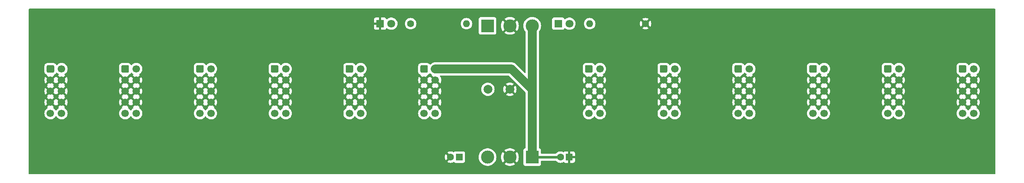
<source format=gbl>
G04 #@! TF.GenerationSoftware,KiCad,Pcbnew,7.0.7-7.0.7~ubuntu22.04.1*
G04 #@! TF.CreationDate,2023-09-23T23:40:23+02:00*
G04 #@! TF.ProjectId,Distrib,44697374-7269-4622-9e6b-696361645f70,rev?*
G04 #@! TF.SameCoordinates,Original*
G04 #@! TF.FileFunction,Copper,L2,Bot*
G04 #@! TF.FilePolarity,Positive*
%FSLAX46Y46*%
G04 Gerber Fmt 4.6, Leading zero omitted, Abs format (unit mm)*
G04 Created by KiCad (PCBNEW 7.0.7-7.0.7~ubuntu22.04.1) date 2023-09-23 23:40:23*
%MOMM*%
%LPD*%
G01*
G04 APERTURE LIST*
G04 #@! TA.AperFunction,ComponentPad*
%ADD10R,1.800000X1.800000*%
G04 #@! TD*
G04 #@! TA.AperFunction,ComponentPad*
%ADD11C,1.800000*%
G04 #@! TD*
G04 #@! TA.AperFunction,ComponentPad*
%ADD12C,1.700000*%
G04 #@! TD*
G04 #@! TA.AperFunction,ComponentPad*
%ADD13C,1.600000*%
G04 #@! TD*
G04 #@! TA.AperFunction,ComponentPad*
%ADD14O,1.600000X1.600000*%
G04 #@! TD*
G04 #@! TA.AperFunction,ComponentPad*
%ADD15C,2.000000*%
G04 #@! TD*
G04 #@! TA.AperFunction,ComponentPad*
%ADD16R,3.000000X3.000000*%
G04 #@! TD*
G04 #@! TA.AperFunction,ComponentPad*
%ADD17C,3.000000*%
G04 #@! TD*
G04 #@! TA.AperFunction,ComponentPad*
%ADD18R,1.600000X1.600000*%
G04 #@! TD*
G04 #@! TA.AperFunction,ViaPad*
%ADD19C,4.200000*%
G04 #@! TD*
G04 #@! TA.AperFunction,Conductor*
%ADD20C,2.000000*%
G04 #@! TD*
G04 #@! TA.AperFunction,Conductor*
%ADD21C,0.600000*%
G04 #@! TD*
G04 APERTURE END LIST*
D10*
X111000000Y-55500000D03*
D11*
X113540000Y-55500000D03*
G04 #@! TA.AperFunction,ComponentPad*
G36*
G01*
X242610000Y-66440000D02*
X242610000Y-65240000D01*
G75*
G02*
X242860000Y-64990000I250000J0D01*
G01*
X244060000Y-64990000D01*
G75*
G02*
X244310000Y-65240000I0J-250000D01*
G01*
X244310000Y-66440000D01*
G75*
G02*
X244060000Y-66690000I-250000J0D01*
G01*
X242860000Y-66690000D01*
G75*
G02*
X242610000Y-66440000I0J250000D01*
G01*
G37*
G04 #@! TD.AperFunction*
D12*
X246000000Y-65840000D03*
X243460000Y-68380000D03*
X246000000Y-68380000D03*
X243460000Y-70920000D03*
X246000000Y-70920000D03*
X243460000Y-73460000D03*
X246000000Y-73460000D03*
X243460000Y-76000000D03*
X246000000Y-76000000D03*
D13*
X117925000Y-55500000D03*
D14*
X130625000Y-55500000D03*
D15*
X140500000Y-70500000D03*
X145500000Y-70500000D03*
X135500000Y-70500000D03*
D10*
X151500000Y-55500000D03*
D11*
X154040000Y-55500000D03*
D13*
X171350000Y-55500000D03*
D14*
X158650000Y-55500000D03*
G04 #@! TA.AperFunction,ComponentPad*
G36*
G01*
X35150000Y-66440000D02*
X35150000Y-65240000D01*
G75*
G02*
X35400000Y-64990000I250000J0D01*
G01*
X36600000Y-64990000D01*
G75*
G02*
X36850000Y-65240000I0J-250000D01*
G01*
X36850000Y-66440000D01*
G75*
G02*
X36600000Y-66690000I-250000J0D01*
G01*
X35400000Y-66690000D01*
G75*
G02*
X35150000Y-66440000I0J250000D01*
G01*
G37*
G04 #@! TD.AperFunction*
D12*
X38540000Y-65840000D03*
X36000000Y-68380000D03*
X38540000Y-68380000D03*
X36000000Y-70920000D03*
X38540000Y-70920000D03*
X36000000Y-73460000D03*
X38540000Y-73460000D03*
X36000000Y-76000000D03*
X38540000Y-76000000D03*
G04 #@! TA.AperFunction,ComponentPad*
G36*
G01*
X174610000Y-66440000D02*
X174610000Y-65240000D01*
G75*
G02*
X174860000Y-64990000I250000J0D01*
G01*
X176060000Y-64990000D01*
G75*
G02*
X176310000Y-65240000I0J-250000D01*
G01*
X176310000Y-66440000D01*
G75*
G02*
X176060000Y-66690000I-250000J0D01*
G01*
X174860000Y-66690000D01*
G75*
G02*
X174610000Y-66440000I0J250000D01*
G01*
G37*
G04 #@! TD.AperFunction*
X178000000Y-65840000D03*
X175460000Y-68380000D03*
X178000000Y-68380000D03*
X175460000Y-70920000D03*
X178000000Y-70920000D03*
X175460000Y-73460000D03*
X178000000Y-73460000D03*
X175460000Y-76000000D03*
X178000000Y-76000000D03*
D16*
X135420000Y-56000000D03*
D17*
X140500000Y-56000000D03*
X145580000Y-56000000D03*
D18*
X154000000Y-86000000D03*
D13*
X152000000Y-86000000D03*
G04 #@! TA.AperFunction,ComponentPad*
G36*
G01*
X86150000Y-66440000D02*
X86150000Y-65240000D01*
G75*
G02*
X86400000Y-64990000I250000J0D01*
G01*
X87600000Y-64990000D01*
G75*
G02*
X87850000Y-65240000I0J-250000D01*
G01*
X87850000Y-66440000D01*
G75*
G02*
X87600000Y-66690000I-250000J0D01*
G01*
X86400000Y-66690000D01*
G75*
G02*
X86150000Y-66440000I0J250000D01*
G01*
G37*
G04 #@! TD.AperFunction*
D12*
X89540000Y-65840000D03*
X87000000Y-68380000D03*
X89540000Y-68380000D03*
X87000000Y-70920000D03*
X89540000Y-70920000D03*
X87000000Y-73460000D03*
X89540000Y-73460000D03*
X87000000Y-76000000D03*
X89540000Y-76000000D03*
G04 #@! TA.AperFunction,ComponentPad*
G36*
G01*
X208610000Y-66440000D02*
X208610000Y-65240000D01*
G75*
G02*
X208860000Y-64990000I250000J0D01*
G01*
X210060000Y-64990000D01*
G75*
G02*
X210310000Y-65240000I0J-250000D01*
G01*
X210310000Y-66440000D01*
G75*
G02*
X210060000Y-66690000I-250000J0D01*
G01*
X208860000Y-66690000D01*
G75*
G02*
X208610000Y-66440000I0J250000D01*
G01*
G37*
G04 #@! TD.AperFunction*
X212000000Y-65840000D03*
X209460000Y-68380000D03*
X212000000Y-68380000D03*
X209460000Y-70920000D03*
X212000000Y-70920000D03*
X209460000Y-73460000D03*
X212000000Y-73460000D03*
X209460000Y-76000000D03*
X212000000Y-76000000D03*
G04 #@! TA.AperFunction,ComponentPad*
G36*
G01*
X120150000Y-66440000D02*
X120150000Y-65240000D01*
G75*
G02*
X120400000Y-64990000I250000J0D01*
G01*
X121600000Y-64990000D01*
G75*
G02*
X121850000Y-65240000I0J-250000D01*
G01*
X121850000Y-66440000D01*
G75*
G02*
X121600000Y-66690000I-250000J0D01*
G01*
X120400000Y-66690000D01*
G75*
G02*
X120150000Y-66440000I0J250000D01*
G01*
G37*
G04 #@! TD.AperFunction*
X123540000Y-65840000D03*
X121000000Y-68380000D03*
X123540000Y-68380000D03*
X121000000Y-70920000D03*
X123540000Y-70920000D03*
X121000000Y-73460000D03*
X123540000Y-73460000D03*
X121000000Y-76000000D03*
X123540000Y-76000000D03*
G04 #@! TA.AperFunction,ComponentPad*
G36*
G01*
X191610000Y-66440000D02*
X191610000Y-65240000D01*
G75*
G02*
X191860000Y-64990000I250000J0D01*
G01*
X193060000Y-64990000D01*
G75*
G02*
X193310000Y-65240000I0J-250000D01*
G01*
X193310000Y-66440000D01*
G75*
G02*
X193060000Y-66690000I-250000J0D01*
G01*
X191860000Y-66690000D01*
G75*
G02*
X191610000Y-66440000I0J250000D01*
G01*
G37*
G04 #@! TD.AperFunction*
X195000000Y-65840000D03*
X192460000Y-68380000D03*
X195000000Y-68380000D03*
X192460000Y-70920000D03*
X195000000Y-70920000D03*
X192460000Y-73460000D03*
X195000000Y-73460000D03*
X192460000Y-76000000D03*
X195000000Y-76000000D03*
G04 #@! TA.AperFunction,ComponentPad*
G36*
G01*
X225610000Y-66440000D02*
X225610000Y-65240000D01*
G75*
G02*
X225860000Y-64990000I250000J0D01*
G01*
X227060000Y-64990000D01*
G75*
G02*
X227310000Y-65240000I0J-250000D01*
G01*
X227310000Y-66440000D01*
G75*
G02*
X227060000Y-66690000I-250000J0D01*
G01*
X225860000Y-66690000D01*
G75*
G02*
X225610000Y-66440000I0J250000D01*
G01*
G37*
G04 #@! TD.AperFunction*
X229000000Y-65840000D03*
X226460000Y-68380000D03*
X229000000Y-68380000D03*
X226460000Y-70920000D03*
X229000000Y-70920000D03*
X226460000Y-73460000D03*
X229000000Y-73460000D03*
X226460000Y-76000000D03*
X229000000Y-76000000D03*
D16*
X145580000Y-86000000D03*
D17*
X140500000Y-86000000D03*
X135420000Y-86000000D03*
G04 #@! TA.AperFunction,ComponentPad*
G36*
G01*
X103150000Y-66440000D02*
X103150000Y-65240000D01*
G75*
G02*
X103400000Y-64990000I250000J0D01*
G01*
X104600000Y-64990000D01*
G75*
G02*
X104850000Y-65240000I0J-250000D01*
G01*
X104850000Y-66440000D01*
G75*
G02*
X104600000Y-66690000I-250000J0D01*
G01*
X103400000Y-66690000D01*
G75*
G02*
X103150000Y-66440000I0J250000D01*
G01*
G37*
G04 #@! TD.AperFunction*
D12*
X106540000Y-65840000D03*
X104000000Y-68380000D03*
X106540000Y-68380000D03*
X104000000Y-70920000D03*
X106540000Y-70920000D03*
X104000000Y-73460000D03*
X106540000Y-73460000D03*
X104000000Y-76000000D03*
X106540000Y-76000000D03*
D18*
X129000000Y-86000000D03*
D13*
X127000000Y-86000000D03*
G04 #@! TA.AperFunction,ComponentPad*
G36*
G01*
X157610000Y-66440000D02*
X157610000Y-65240000D01*
G75*
G02*
X157860000Y-64990000I250000J0D01*
G01*
X159060000Y-64990000D01*
G75*
G02*
X159310000Y-65240000I0J-250000D01*
G01*
X159310000Y-66440000D01*
G75*
G02*
X159060000Y-66690000I-250000J0D01*
G01*
X157860000Y-66690000D01*
G75*
G02*
X157610000Y-66440000I0J250000D01*
G01*
G37*
G04 #@! TD.AperFunction*
D12*
X161000000Y-65840000D03*
X158460000Y-68380000D03*
X161000000Y-68380000D03*
X158460000Y-70920000D03*
X161000000Y-70920000D03*
X158460000Y-73460000D03*
X161000000Y-73460000D03*
X158460000Y-76000000D03*
X161000000Y-76000000D03*
G04 #@! TA.AperFunction,ComponentPad*
G36*
G01*
X69150000Y-66440000D02*
X69150000Y-65240000D01*
G75*
G02*
X69400000Y-64990000I250000J0D01*
G01*
X70600000Y-64990000D01*
G75*
G02*
X70850000Y-65240000I0J-250000D01*
G01*
X70850000Y-66440000D01*
G75*
G02*
X70600000Y-66690000I-250000J0D01*
G01*
X69400000Y-66690000D01*
G75*
G02*
X69150000Y-66440000I0J250000D01*
G01*
G37*
G04 #@! TD.AperFunction*
X72540000Y-65840000D03*
X70000000Y-68380000D03*
X72540000Y-68380000D03*
X70000000Y-70920000D03*
X72540000Y-70920000D03*
X70000000Y-73460000D03*
X72540000Y-73460000D03*
X70000000Y-76000000D03*
X72540000Y-76000000D03*
G04 #@! TA.AperFunction,ComponentPad*
G36*
G01*
X52150000Y-66440000D02*
X52150000Y-65240000D01*
G75*
G02*
X52400000Y-64990000I250000J0D01*
G01*
X53600000Y-64990000D01*
G75*
G02*
X53850000Y-65240000I0J-250000D01*
G01*
X53850000Y-66440000D01*
G75*
G02*
X53600000Y-66690000I-250000J0D01*
G01*
X52400000Y-66690000D01*
G75*
G02*
X52150000Y-66440000I0J250000D01*
G01*
G37*
G04 #@! TD.AperFunction*
X55540000Y-65840000D03*
X53000000Y-68380000D03*
X55540000Y-68380000D03*
X53000000Y-70920000D03*
X55540000Y-70920000D03*
X53000000Y-73460000D03*
X55540000Y-73460000D03*
X53000000Y-76000000D03*
X55540000Y-76000000D03*
D19*
X54000000Y-57000000D03*
X228000000Y-57000000D03*
X54000000Y-85000000D03*
X228000000Y-85000000D03*
D20*
X145580000Y-70420000D02*
X145500000Y-70500000D01*
X145580000Y-86000000D02*
X145580000Y-70580000D01*
X140840000Y-65840000D02*
X123540000Y-65840000D01*
X145580000Y-70580000D02*
X145500000Y-70500000D01*
D21*
X152000000Y-86000000D02*
X145580000Y-86000000D01*
D20*
X145580000Y-56000000D02*
X145580000Y-70420000D01*
X145500000Y-70500000D02*
X140840000Y-65840000D01*
G04 #@! TA.AperFunction,Conductor*
G36*
X121606333Y-73707576D02*
G01*
X121612918Y-73713707D01*
X122123076Y-74223866D01*
X122164516Y-74160440D01*
X122218520Y-74114352D01*
X122288868Y-74104777D01*
X122353225Y-74134755D01*
X122375481Y-74160439D01*
X122416921Y-74223866D01*
X122416922Y-74223866D01*
X122927081Y-73713706D01*
X122989394Y-73679681D01*
X123060209Y-73684745D01*
X123117045Y-73727292D01*
X123122162Y-73734661D01*
X123158239Y-73790798D01*
X123266900Y-73884952D01*
X123266901Y-73884952D01*
X123273711Y-73890853D01*
X123271686Y-73893189D01*
X123308084Y-73935187D01*
X123318195Y-74005460D01*
X123288709Y-74070043D01*
X123282572Y-74076636D01*
X122774310Y-74584898D01*
X122794694Y-74600763D01*
X122794700Y-74600768D01*
X122828206Y-74618900D01*
X122878597Y-74668913D01*
X122893949Y-74738230D01*
X122869389Y-74804843D01*
X122828209Y-74840526D01*
X122794430Y-74858806D01*
X122794424Y-74858811D01*
X122616762Y-74997091D01*
X122464279Y-75162729D01*
X122375483Y-75298643D01*
X122321479Y-75344731D01*
X122251131Y-75354306D01*
X122186774Y-75324329D01*
X122164517Y-75298643D01*
X122075720Y-75162729D01*
X121923237Y-74997091D01*
X121841382Y-74933381D01*
X121745576Y-74858811D01*
X121711792Y-74840528D01*
X121661402Y-74790516D01*
X121646050Y-74721199D01*
X121670610Y-74654586D01*
X121711793Y-74618901D01*
X121745299Y-74600768D01*
X121745302Y-74600766D01*
X121765688Y-74584898D01*
X121257427Y-74076638D01*
X121223402Y-74014325D01*
X121228466Y-73943510D01*
X121267145Y-73891840D01*
X121266289Y-73890853D01*
X121270830Y-73886917D01*
X121271013Y-73886674D01*
X121271510Y-73886328D01*
X121273095Y-73884953D01*
X121273100Y-73884952D01*
X121381761Y-73790798D01*
X121417824Y-73734681D01*
X121471478Y-73688189D01*
X121541752Y-73678084D01*
X121606333Y-73707576D01*
G37*
G04 #@! TD.AperFunction*
G04 #@! TA.AperFunction,Conductor*
G36*
X121606333Y-71167576D02*
G01*
X121612918Y-71173707D01*
X122123076Y-71683866D01*
X122164516Y-71620440D01*
X122218520Y-71574352D01*
X122288868Y-71564777D01*
X122353225Y-71594755D01*
X122375481Y-71620439D01*
X122416921Y-71683866D01*
X122416922Y-71683866D01*
X122927081Y-71173706D01*
X122989394Y-71139681D01*
X123060209Y-71144745D01*
X123117045Y-71187292D01*
X123122162Y-71194661D01*
X123158239Y-71250798D01*
X123266900Y-71344952D01*
X123266901Y-71344952D01*
X123273711Y-71350853D01*
X123271686Y-71353189D01*
X123308084Y-71395187D01*
X123318195Y-71465460D01*
X123288709Y-71530043D01*
X123282572Y-71536636D01*
X122774310Y-72044898D01*
X122794694Y-72060763D01*
X122794696Y-72060765D01*
X122828733Y-72079185D01*
X122879123Y-72129199D01*
X122894475Y-72198516D01*
X122869914Y-72265129D01*
X122828735Y-72300811D01*
X122794702Y-72319229D01*
X122774310Y-72335099D01*
X122774310Y-72335100D01*
X123282572Y-72843361D01*
X123316597Y-72905674D01*
X123311533Y-72976489D01*
X123272854Y-73028157D01*
X123273711Y-73029147D01*
X123269164Y-73033086D01*
X123268986Y-73033325D01*
X123268498Y-73033663D01*
X123158238Y-73129202D01*
X123122175Y-73185318D01*
X123068519Y-73231811D01*
X122998245Y-73241914D01*
X122933664Y-73212421D01*
X122927082Y-73206292D01*
X122416922Y-72696132D01*
X122416921Y-72696132D01*
X122375482Y-72759560D01*
X122321478Y-72805648D01*
X122251130Y-72815223D01*
X122186773Y-72785245D01*
X122164516Y-72759560D01*
X122123076Y-72696132D01*
X121612916Y-73206292D01*
X121550604Y-73240317D01*
X121479788Y-73235252D01*
X121422953Y-73192705D01*
X121417836Y-73185336D01*
X121381761Y-73129202D01*
X121273100Y-73035048D01*
X121273098Y-73035047D01*
X121266289Y-73029147D01*
X121268312Y-73026811D01*
X121231912Y-72984809D01*
X121221802Y-72914536D01*
X121251290Y-72849952D01*
X121257426Y-72843361D01*
X121765688Y-72335099D01*
X121745306Y-72319235D01*
X121745299Y-72319230D01*
X121711265Y-72300812D01*
X121660876Y-72250798D01*
X121645524Y-72181481D01*
X121670086Y-72114869D01*
X121711269Y-72079184D01*
X121745299Y-72060768D01*
X121745302Y-72060766D01*
X121765688Y-72044898D01*
X121257427Y-71536638D01*
X121223402Y-71474325D01*
X121228466Y-71403510D01*
X121267145Y-71351840D01*
X121266289Y-71350853D01*
X121270830Y-71346917D01*
X121271013Y-71346674D01*
X121271510Y-71346328D01*
X121273095Y-71344953D01*
X121273100Y-71344952D01*
X121381761Y-71250798D01*
X121417824Y-71194681D01*
X121471478Y-71148189D01*
X121541752Y-71138084D01*
X121606333Y-71167576D01*
G37*
G04 #@! TD.AperFunction*
G04 #@! TA.AperFunction,Conductor*
G36*
X121606333Y-68627576D02*
G01*
X121612918Y-68633707D01*
X122123076Y-69143866D01*
X122164516Y-69080440D01*
X122218520Y-69034352D01*
X122288868Y-69024777D01*
X122353225Y-69054755D01*
X122375481Y-69080439D01*
X122416921Y-69143866D01*
X122416922Y-69143866D01*
X122927081Y-68633706D01*
X122989394Y-68599681D01*
X123060209Y-68604745D01*
X123117045Y-68647292D01*
X123122162Y-68654661D01*
X123158239Y-68710798D01*
X123266900Y-68804952D01*
X123266901Y-68804952D01*
X123273711Y-68810853D01*
X123271686Y-68813189D01*
X123308084Y-68855187D01*
X123318195Y-68925460D01*
X123288709Y-68990043D01*
X123282572Y-68996636D01*
X122774310Y-69504898D01*
X122794694Y-69520763D01*
X122794696Y-69520765D01*
X122828733Y-69539185D01*
X122879123Y-69589199D01*
X122894475Y-69658516D01*
X122869914Y-69725129D01*
X122828735Y-69760811D01*
X122794702Y-69779229D01*
X122774310Y-69795099D01*
X122774310Y-69795100D01*
X123282572Y-70303361D01*
X123316597Y-70365674D01*
X123311533Y-70436489D01*
X123272854Y-70488157D01*
X123273711Y-70489147D01*
X123269164Y-70493086D01*
X123268986Y-70493325D01*
X123268498Y-70493663D01*
X123158238Y-70589202D01*
X123122175Y-70645318D01*
X123068519Y-70691811D01*
X122998245Y-70701914D01*
X122933664Y-70672421D01*
X122927082Y-70666292D01*
X122416922Y-70156132D01*
X122416921Y-70156132D01*
X122375482Y-70219560D01*
X122321478Y-70265648D01*
X122251130Y-70275223D01*
X122186773Y-70245245D01*
X122164516Y-70219560D01*
X122123076Y-70156132D01*
X121612916Y-70666292D01*
X121550604Y-70700317D01*
X121479788Y-70695252D01*
X121422953Y-70652705D01*
X121417836Y-70645336D01*
X121381761Y-70589202D01*
X121273100Y-70495048D01*
X121273098Y-70495047D01*
X121266289Y-70489147D01*
X121268312Y-70486811D01*
X121231912Y-70444809D01*
X121221802Y-70374536D01*
X121251290Y-70309952D01*
X121257426Y-70303361D01*
X121765688Y-69795099D01*
X121745306Y-69779235D01*
X121745299Y-69779230D01*
X121711265Y-69760812D01*
X121660876Y-69710798D01*
X121645524Y-69641481D01*
X121670086Y-69574869D01*
X121711269Y-69539184D01*
X121745299Y-69520768D01*
X121745302Y-69520766D01*
X121765688Y-69504898D01*
X121257427Y-68996638D01*
X121223402Y-68934325D01*
X121228466Y-68863510D01*
X121267145Y-68811840D01*
X121266289Y-68810853D01*
X121270830Y-68806917D01*
X121271013Y-68806674D01*
X121271510Y-68806328D01*
X121273095Y-68804953D01*
X121273100Y-68804952D01*
X121381761Y-68710798D01*
X121417824Y-68654681D01*
X121471478Y-68608189D01*
X121541752Y-68598084D01*
X121606333Y-68627576D01*
G37*
G04 #@! TD.AperFunction*
G04 #@! TA.AperFunction,Conductor*
G36*
X122411317Y-66843651D02*
G01*
X122421452Y-66853103D01*
X122479616Y-66913658D01*
X122536425Y-66972802D01*
X122726181Y-67115394D01*
X122768623Y-67172308D01*
X122776245Y-67223932D01*
X122774309Y-67255099D01*
X123282572Y-67763361D01*
X123316597Y-67825674D01*
X123311533Y-67896489D01*
X123272854Y-67948157D01*
X123273711Y-67949147D01*
X123269164Y-67953086D01*
X123268986Y-67953325D01*
X123268498Y-67953663D01*
X123158238Y-68049202D01*
X123122175Y-68105318D01*
X123068519Y-68151811D01*
X122998245Y-68161914D01*
X122933664Y-68132421D01*
X122927082Y-68126292D01*
X122416922Y-67616132D01*
X122416921Y-67616132D01*
X122375482Y-67679560D01*
X122321478Y-67725648D01*
X122251130Y-67735223D01*
X122186773Y-67705245D01*
X122164516Y-67679560D01*
X122123076Y-67616132D01*
X121612916Y-68126292D01*
X121550604Y-68160317D01*
X121479788Y-68155252D01*
X121422953Y-68112705D01*
X121417836Y-68105336D01*
X121381761Y-68049202D01*
X121273100Y-67955048D01*
X121273098Y-67955047D01*
X121266289Y-67949147D01*
X121268312Y-67946811D01*
X121231912Y-67904809D01*
X121221802Y-67834536D01*
X121251290Y-67769952D01*
X121257426Y-67763361D01*
X121775941Y-67244847D01*
X121783129Y-67213237D01*
X121833800Y-67163508D01*
X121853506Y-67155055D01*
X121922738Y-67132115D01*
X122073652Y-67039030D01*
X122199030Y-66913652D01*
X122223340Y-66874238D01*
X122276126Y-66826761D01*
X122346201Y-66815358D01*
X122411317Y-66843651D01*
G37*
G04 #@! TD.AperFunction*
G04 #@! TA.AperFunction,Conductor*
G36*
X36606333Y-73707576D02*
G01*
X36612918Y-73713707D01*
X37123076Y-74223866D01*
X37164516Y-74160440D01*
X37218520Y-74114352D01*
X37288868Y-74104777D01*
X37353225Y-74134755D01*
X37375481Y-74160439D01*
X37416921Y-74223866D01*
X37416922Y-74223866D01*
X37927081Y-73713706D01*
X37989394Y-73679681D01*
X38060209Y-73684745D01*
X38117045Y-73727292D01*
X38122162Y-73734661D01*
X38158239Y-73790798D01*
X38266900Y-73884952D01*
X38266901Y-73884952D01*
X38273711Y-73890853D01*
X38271686Y-73893189D01*
X38308084Y-73935187D01*
X38318195Y-74005460D01*
X38288709Y-74070043D01*
X38282572Y-74076636D01*
X37774310Y-74584898D01*
X37794694Y-74600763D01*
X37794700Y-74600768D01*
X37828206Y-74618900D01*
X37878597Y-74668913D01*
X37893949Y-74738230D01*
X37869389Y-74804843D01*
X37828209Y-74840526D01*
X37794430Y-74858806D01*
X37794424Y-74858811D01*
X37616762Y-74997091D01*
X37464279Y-75162729D01*
X37375483Y-75298643D01*
X37321479Y-75344731D01*
X37251131Y-75354306D01*
X37186774Y-75324329D01*
X37164517Y-75298643D01*
X37075720Y-75162729D01*
X36923237Y-74997091D01*
X36841382Y-74933381D01*
X36745576Y-74858811D01*
X36711792Y-74840528D01*
X36661402Y-74790516D01*
X36646050Y-74721199D01*
X36670610Y-74654586D01*
X36711793Y-74618901D01*
X36745299Y-74600768D01*
X36745302Y-74600766D01*
X36765688Y-74584898D01*
X36257427Y-74076638D01*
X36223402Y-74014325D01*
X36228466Y-73943510D01*
X36267145Y-73891840D01*
X36266289Y-73890853D01*
X36270830Y-73886917D01*
X36271013Y-73886674D01*
X36271510Y-73886328D01*
X36273095Y-73884953D01*
X36273100Y-73884952D01*
X36381761Y-73790798D01*
X36417824Y-73734681D01*
X36471478Y-73688189D01*
X36541752Y-73678084D01*
X36606333Y-73707576D01*
G37*
G04 #@! TD.AperFunction*
G04 #@! TA.AperFunction,Conductor*
G36*
X36606333Y-71167576D02*
G01*
X36612918Y-71173707D01*
X37123076Y-71683866D01*
X37164516Y-71620440D01*
X37218520Y-71574352D01*
X37288868Y-71564777D01*
X37353225Y-71594755D01*
X37375481Y-71620439D01*
X37416921Y-71683866D01*
X37416922Y-71683866D01*
X37927081Y-71173706D01*
X37989394Y-71139681D01*
X38060209Y-71144745D01*
X38117045Y-71187292D01*
X38122162Y-71194661D01*
X38158239Y-71250798D01*
X38266900Y-71344952D01*
X38266901Y-71344952D01*
X38273711Y-71350853D01*
X38271686Y-71353189D01*
X38308084Y-71395187D01*
X38318195Y-71465460D01*
X38288709Y-71530043D01*
X38282572Y-71536636D01*
X37774310Y-72044898D01*
X37794694Y-72060763D01*
X37794696Y-72060765D01*
X37828733Y-72079185D01*
X37879123Y-72129199D01*
X37894475Y-72198516D01*
X37869914Y-72265129D01*
X37828735Y-72300811D01*
X37794702Y-72319229D01*
X37774310Y-72335099D01*
X37774310Y-72335100D01*
X38282572Y-72843361D01*
X38316597Y-72905674D01*
X38311533Y-72976489D01*
X38272854Y-73028157D01*
X38273711Y-73029147D01*
X38269164Y-73033086D01*
X38268986Y-73033325D01*
X38268498Y-73033663D01*
X38158238Y-73129202D01*
X38122175Y-73185318D01*
X38068519Y-73231811D01*
X37998245Y-73241914D01*
X37933664Y-73212421D01*
X37927082Y-73206292D01*
X37416922Y-72696132D01*
X37416921Y-72696132D01*
X37375482Y-72759560D01*
X37321478Y-72805648D01*
X37251130Y-72815223D01*
X37186773Y-72785245D01*
X37164516Y-72759560D01*
X37123076Y-72696132D01*
X36612916Y-73206292D01*
X36550604Y-73240317D01*
X36479788Y-73235252D01*
X36422953Y-73192705D01*
X36417836Y-73185336D01*
X36381761Y-73129202D01*
X36273100Y-73035048D01*
X36273098Y-73035047D01*
X36266289Y-73029147D01*
X36268312Y-73026811D01*
X36231912Y-72984809D01*
X36221802Y-72914536D01*
X36251290Y-72849952D01*
X36257426Y-72843361D01*
X36765688Y-72335099D01*
X36745306Y-72319235D01*
X36745299Y-72319230D01*
X36711265Y-72300812D01*
X36660876Y-72250798D01*
X36645524Y-72181481D01*
X36670086Y-72114869D01*
X36711269Y-72079184D01*
X36745299Y-72060768D01*
X36745302Y-72060766D01*
X36765688Y-72044898D01*
X36257427Y-71536638D01*
X36223402Y-71474325D01*
X36228466Y-71403510D01*
X36267145Y-71351840D01*
X36266289Y-71350853D01*
X36270830Y-71346917D01*
X36271013Y-71346674D01*
X36271510Y-71346328D01*
X36273095Y-71344953D01*
X36273100Y-71344952D01*
X36381761Y-71250798D01*
X36417824Y-71194681D01*
X36471478Y-71148189D01*
X36541752Y-71138084D01*
X36606333Y-71167576D01*
G37*
G04 #@! TD.AperFunction*
G04 #@! TA.AperFunction,Conductor*
G36*
X36606333Y-68627576D02*
G01*
X36612918Y-68633707D01*
X37123076Y-69143866D01*
X37164516Y-69080440D01*
X37218520Y-69034352D01*
X37288868Y-69024777D01*
X37353225Y-69054755D01*
X37375481Y-69080439D01*
X37416921Y-69143866D01*
X37416922Y-69143866D01*
X37927081Y-68633706D01*
X37989394Y-68599681D01*
X38060209Y-68604745D01*
X38117045Y-68647292D01*
X38122162Y-68654661D01*
X38158239Y-68710798D01*
X38266900Y-68804952D01*
X38266901Y-68804952D01*
X38273711Y-68810853D01*
X38271686Y-68813189D01*
X38308084Y-68855187D01*
X38318195Y-68925460D01*
X38288709Y-68990043D01*
X38282572Y-68996636D01*
X37774310Y-69504898D01*
X37794694Y-69520763D01*
X37794696Y-69520765D01*
X37828733Y-69539185D01*
X37879123Y-69589199D01*
X37894475Y-69658516D01*
X37869914Y-69725129D01*
X37828735Y-69760811D01*
X37794702Y-69779229D01*
X37774310Y-69795099D01*
X37774310Y-69795100D01*
X38282572Y-70303361D01*
X38316597Y-70365674D01*
X38311533Y-70436489D01*
X38272854Y-70488157D01*
X38273711Y-70489147D01*
X38269164Y-70493086D01*
X38268986Y-70493325D01*
X38268498Y-70493663D01*
X38158238Y-70589202D01*
X38122175Y-70645318D01*
X38068519Y-70691811D01*
X37998245Y-70701914D01*
X37933664Y-70672421D01*
X37927082Y-70666292D01*
X37416922Y-70156132D01*
X37416921Y-70156132D01*
X37375482Y-70219560D01*
X37321478Y-70265648D01*
X37251130Y-70275223D01*
X37186773Y-70245245D01*
X37164516Y-70219560D01*
X37123076Y-70156132D01*
X36612916Y-70666292D01*
X36550604Y-70700317D01*
X36479788Y-70695252D01*
X36422953Y-70652705D01*
X36417836Y-70645336D01*
X36381761Y-70589202D01*
X36273100Y-70495048D01*
X36273098Y-70495047D01*
X36266289Y-70489147D01*
X36268312Y-70486811D01*
X36231912Y-70444809D01*
X36221802Y-70374536D01*
X36251290Y-70309952D01*
X36257426Y-70303361D01*
X36765688Y-69795099D01*
X36745306Y-69779235D01*
X36745299Y-69779230D01*
X36711265Y-69760812D01*
X36660876Y-69710798D01*
X36645524Y-69641481D01*
X36670086Y-69574869D01*
X36711269Y-69539184D01*
X36745299Y-69520768D01*
X36745302Y-69520766D01*
X36765688Y-69504898D01*
X36257427Y-68996638D01*
X36223402Y-68934325D01*
X36228466Y-68863510D01*
X36267145Y-68811840D01*
X36266289Y-68810853D01*
X36270830Y-68806917D01*
X36271013Y-68806674D01*
X36271510Y-68806328D01*
X36273095Y-68804953D01*
X36273100Y-68804952D01*
X36381761Y-68710798D01*
X36417824Y-68654681D01*
X36471478Y-68608189D01*
X36541752Y-68598084D01*
X36606333Y-68627576D01*
G37*
G04 #@! TD.AperFunction*
G04 #@! TA.AperFunction,Conductor*
G36*
X37467021Y-66692442D02*
G01*
X37503483Y-66719857D01*
X37542959Y-66762738D01*
X37616760Y-66842906D01*
X37794424Y-66981189D01*
X37828205Y-66999470D01*
X37878596Y-67049482D01*
X37893949Y-67118799D01*
X37869389Y-67185412D01*
X37828208Y-67221097D01*
X37794700Y-67239230D01*
X37774310Y-67255099D01*
X37774310Y-67255100D01*
X38282572Y-67763361D01*
X38316597Y-67825674D01*
X38311533Y-67896489D01*
X38272854Y-67948157D01*
X38273711Y-67949147D01*
X38269164Y-67953086D01*
X38268986Y-67953325D01*
X38268498Y-67953663D01*
X38158238Y-68049202D01*
X38122175Y-68105318D01*
X38068519Y-68151811D01*
X37998245Y-68161914D01*
X37933664Y-68132421D01*
X37927082Y-68126292D01*
X37416922Y-67616132D01*
X37416921Y-67616132D01*
X37375482Y-67679560D01*
X37321478Y-67725648D01*
X37251130Y-67735223D01*
X37186773Y-67705245D01*
X37164516Y-67679560D01*
X37123076Y-67616132D01*
X36612916Y-68126292D01*
X36550604Y-68160317D01*
X36479788Y-68155252D01*
X36422953Y-68112705D01*
X36417836Y-68105336D01*
X36381761Y-68049202D01*
X36273100Y-67955048D01*
X36273098Y-67955047D01*
X36266289Y-67949147D01*
X36268312Y-67946811D01*
X36231912Y-67904809D01*
X36221802Y-67834536D01*
X36251290Y-67769952D01*
X36257426Y-67763361D01*
X36775941Y-67244847D01*
X36783129Y-67213237D01*
X36833800Y-67163508D01*
X36853506Y-67155055D01*
X36922738Y-67132115D01*
X37073652Y-67039030D01*
X37199030Y-66913652D01*
X37292115Y-66762738D01*
X37292118Y-66762728D01*
X37295217Y-66756086D01*
X37297126Y-66756976D01*
X37331581Y-66707200D01*
X37397135Y-66679936D01*
X37467021Y-66692442D01*
G37*
G04 #@! TD.AperFunction*
G04 #@! TA.AperFunction,Conductor*
G36*
X53606333Y-73707576D02*
G01*
X53612918Y-73713707D01*
X54123076Y-74223866D01*
X54164516Y-74160440D01*
X54218520Y-74114352D01*
X54288868Y-74104777D01*
X54353225Y-74134755D01*
X54375481Y-74160439D01*
X54416921Y-74223866D01*
X54416922Y-74223866D01*
X54927081Y-73713706D01*
X54989394Y-73679681D01*
X55060209Y-73684745D01*
X55117045Y-73727292D01*
X55122162Y-73734661D01*
X55158239Y-73790798D01*
X55266900Y-73884952D01*
X55266901Y-73884952D01*
X55273711Y-73890853D01*
X55271686Y-73893189D01*
X55308084Y-73935187D01*
X55318195Y-74005460D01*
X55288709Y-74070043D01*
X55282572Y-74076636D01*
X54774310Y-74584898D01*
X54794694Y-74600763D01*
X54794700Y-74600768D01*
X54828206Y-74618900D01*
X54878597Y-74668913D01*
X54893949Y-74738230D01*
X54869389Y-74804843D01*
X54828209Y-74840526D01*
X54794430Y-74858806D01*
X54794424Y-74858811D01*
X54616762Y-74997091D01*
X54464279Y-75162729D01*
X54375483Y-75298643D01*
X54321479Y-75344731D01*
X54251131Y-75354306D01*
X54186774Y-75324329D01*
X54164517Y-75298643D01*
X54075720Y-75162729D01*
X53923237Y-74997091D01*
X53841382Y-74933381D01*
X53745576Y-74858811D01*
X53711792Y-74840528D01*
X53661402Y-74790516D01*
X53646050Y-74721199D01*
X53670610Y-74654586D01*
X53711793Y-74618901D01*
X53745299Y-74600768D01*
X53745302Y-74600766D01*
X53765688Y-74584898D01*
X53257427Y-74076638D01*
X53223402Y-74014325D01*
X53228466Y-73943510D01*
X53267145Y-73891840D01*
X53266289Y-73890853D01*
X53270830Y-73886917D01*
X53271013Y-73886674D01*
X53271510Y-73886328D01*
X53273095Y-73884953D01*
X53273100Y-73884952D01*
X53381761Y-73790798D01*
X53417824Y-73734681D01*
X53471478Y-73688189D01*
X53541752Y-73678084D01*
X53606333Y-73707576D01*
G37*
G04 #@! TD.AperFunction*
G04 #@! TA.AperFunction,Conductor*
G36*
X53606333Y-71167576D02*
G01*
X53612918Y-71173707D01*
X54123076Y-71683866D01*
X54164516Y-71620440D01*
X54218520Y-71574352D01*
X54288868Y-71564777D01*
X54353225Y-71594755D01*
X54375481Y-71620439D01*
X54416921Y-71683866D01*
X54416922Y-71683866D01*
X54927081Y-71173706D01*
X54989394Y-71139681D01*
X55060209Y-71144745D01*
X55117045Y-71187292D01*
X55122162Y-71194661D01*
X55158239Y-71250798D01*
X55266900Y-71344952D01*
X55266901Y-71344952D01*
X55273711Y-71350853D01*
X55271686Y-71353189D01*
X55308084Y-71395187D01*
X55318195Y-71465460D01*
X55288709Y-71530043D01*
X55282572Y-71536636D01*
X54774310Y-72044898D01*
X54794694Y-72060763D01*
X54794696Y-72060765D01*
X54828733Y-72079185D01*
X54879123Y-72129199D01*
X54894475Y-72198516D01*
X54869914Y-72265129D01*
X54828735Y-72300811D01*
X54794702Y-72319229D01*
X54774310Y-72335099D01*
X54774310Y-72335100D01*
X55282572Y-72843361D01*
X55316597Y-72905674D01*
X55311533Y-72976489D01*
X55272854Y-73028157D01*
X55273711Y-73029147D01*
X55269164Y-73033086D01*
X55268986Y-73033325D01*
X55268498Y-73033663D01*
X55158238Y-73129202D01*
X55122175Y-73185318D01*
X55068519Y-73231811D01*
X54998245Y-73241914D01*
X54933664Y-73212421D01*
X54927082Y-73206292D01*
X54416922Y-72696132D01*
X54416921Y-72696132D01*
X54375482Y-72759560D01*
X54321478Y-72805648D01*
X54251130Y-72815223D01*
X54186773Y-72785245D01*
X54164516Y-72759560D01*
X54123076Y-72696132D01*
X53612916Y-73206292D01*
X53550604Y-73240317D01*
X53479788Y-73235252D01*
X53422953Y-73192705D01*
X53417836Y-73185336D01*
X53381761Y-73129202D01*
X53273100Y-73035048D01*
X53273098Y-73035047D01*
X53266289Y-73029147D01*
X53268312Y-73026811D01*
X53231912Y-72984809D01*
X53221802Y-72914536D01*
X53251290Y-72849952D01*
X53257426Y-72843361D01*
X53765688Y-72335099D01*
X53745306Y-72319235D01*
X53745299Y-72319230D01*
X53711265Y-72300812D01*
X53660876Y-72250798D01*
X53645524Y-72181481D01*
X53670086Y-72114869D01*
X53711269Y-72079184D01*
X53745299Y-72060768D01*
X53745302Y-72060766D01*
X53765688Y-72044898D01*
X53257427Y-71536638D01*
X53223402Y-71474325D01*
X53228466Y-71403510D01*
X53267145Y-71351840D01*
X53266289Y-71350853D01*
X53270830Y-71346917D01*
X53271013Y-71346674D01*
X53271510Y-71346328D01*
X53273095Y-71344953D01*
X53273100Y-71344952D01*
X53381761Y-71250798D01*
X53417824Y-71194681D01*
X53471478Y-71148189D01*
X53541752Y-71138084D01*
X53606333Y-71167576D01*
G37*
G04 #@! TD.AperFunction*
G04 #@! TA.AperFunction,Conductor*
G36*
X53606333Y-68627576D02*
G01*
X53612918Y-68633707D01*
X54123076Y-69143866D01*
X54164516Y-69080440D01*
X54218520Y-69034352D01*
X54288868Y-69024777D01*
X54353225Y-69054755D01*
X54375481Y-69080439D01*
X54416921Y-69143866D01*
X54416922Y-69143866D01*
X54927081Y-68633706D01*
X54989394Y-68599681D01*
X55060209Y-68604745D01*
X55117045Y-68647292D01*
X55122162Y-68654661D01*
X55158239Y-68710798D01*
X55266900Y-68804952D01*
X55266901Y-68804952D01*
X55273711Y-68810853D01*
X55271686Y-68813189D01*
X55308084Y-68855187D01*
X55318195Y-68925460D01*
X55288709Y-68990043D01*
X55282572Y-68996636D01*
X54774310Y-69504898D01*
X54794694Y-69520763D01*
X54794696Y-69520765D01*
X54828733Y-69539185D01*
X54879123Y-69589199D01*
X54894475Y-69658516D01*
X54869914Y-69725129D01*
X54828735Y-69760811D01*
X54794702Y-69779229D01*
X54774310Y-69795099D01*
X54774310Y-69795100D01*
X55282572Y-70303361D01*
X55316597Y-70365674D01*
X55311533Y-70436489D01*
X55272854Y-70488157D01*
X55273711Y-70489147D01*
X55269164Y-70493086D01*
X55268986Y-70493325D01*
X55268498Y-70493663D01*
X55158238Y-70589202D01*
X55122175Y-70645318D01*
X55068519Y-70691811D01*
X54998245Y-70701914D01*
X54933664Y-70672421D01*
X54927082Y-70666292D01*
X54416922Y-70156132D01*
X54416921Y-70156132D01*
X54375482Y-70219560D01*
X54321478Y-70265648D01*
X54251130Y-70275223D01*
X54186773Y-70245245D01*
X54164516Y-70219560D01*
X54123076Y-70156132D01*
X53612916Y-70666292D01*
X53550604Y-70700317D01*
X53479788Y-70695252D01*
X53422953Y-70652705D01*
X53417836Y-70645336D01*
X53381761Y-70589202D01*
X53273100Y-70495048D01*
X53273098Y-70495047D01*
X53266289Y-70489147D01*
X53268312Y-70486811D01*
X53231912Y-70444809D01*
X53221802Y-70374536D01*
X53251290Y-70309952D01*
X53257426Y-70303361D01*
X53765688Y-69795099D01*
X53745306Y-69779235D01*
X53745299Y-69779230D01*
X53711265Y-69760812D01*
X53660876Y-69710798D01*
X53645524Y-69641481D01*
X53670086Y-69574869D01*
X53711269Y-69539184D01*
X53745299Y-69520768D01*
X53745302Y-69520766D01*
X53765688Y-69504898D01*
X53257427Y-68996638D01*
X53223402Y-68934325D01*
X53228466Y-68863510D01*
X53267145Y-68811840D01*
X53266289Y-68810853D01*
X53270830Y-68806917D01*
X53271013Y-68806674D01*
X53271510Y-68806328D01*
X53273095Y-68804953D01*
X53273100Y-68804952D01*
X53381761Y-68710798D01*
X53417824Y-68654681D01*
X53471478Y-68608189D01*
X53541752Y-68598084D01*
X53606333Y-68627576D01*
G37*
G04 #@! TD.AperFunction*
G04 #@! TA.AperFunction,Conductor*
G36*
X54467021Y-66692442D02*
G01*
X54503483Y-66719857D01*
X54542959Y-66762738D01*
X54616760Y-66842906D01*
X54794424Y-66981189D01*
X54828205Y-66999470D01*
X54878596Y-67049482D01*
X54893949Y-67118799D01*
X54869389Y-67185412D01*
X54828208Y-67221097D01*
X54794700Y-67239230D01*
X54774310Y-67255099D01*
X54774310Y-67255100D01*
X55282572Y-67763361D01*
X55316597Y-67825674D01*
X55311533Y-67896489D01*
X55272854Y-67948157D01*
X55273711Y-67949147D01*
X55269164Y-67953086D01*
X55268986Y-67953325D01*
X55268498Y-67953663D01*
X55158238Y-68049202D01*
X55122175Y-68105318D01*
X55068519Y-68151811D01*
X54998245Y-68161914D01*
X54933664Y-68132421D01*
X54927082Y-68126292D01*
X54416922Y-67616132D01*
X54416921Y-67616132D01*
X54375482Y-67679560D01*
X54321478Y-67725648D01*
X54251130Y-67735223D01*
X54186773Y-67705245D01*
X54164516Y-67679560D01*
X54123076Y-67616132D01*
X53612916Y-68126292D01*
X53550604Y-68160317D01*
X53479788Y-68155252D01*
X53422953Y-68112705D01*
X53417836Y-68105336D01*
X53381761Y-68049202D01*
X53273100Y-67955048D01*
X53273098Y-67955047D01*
X53266289Y-67949147D01*
X53268312Y-67946811D01*
X53231912Y-67904809D01*
X53221802Y-67834536D01*
X53251290Y-67769952D01*
X53257426Y-67763361D01*
X53775941Y-67244847D01*
X53783129Y-67213237D01*
X53833800Y-67163508D01*
X53853506Y-67155055D01*
X53922738Y-67132115D01*
X54073652Y-67039030D01*
X54199030Y-66913652D01*
X54292115Y-66762738D01*
X54292118Y-66762728D01*
X54295217Y-66756086D01*
X54297126Y-66756976D01*
X54331581Y-66707200D01*
X54397135Y-66679936D01*
X54467021Y-66692442D01*
G37*
G04 #@! TD.AperFunction*
G04 #@! TA.AperFunction,Conductor*
G36*
X70606333Y-73707576D02*
G01*
X70612918Y-73713707D01*
X71123076Y-74223866D01*
X71164516Y-74160440D01*
X71218520Y-74114352D01*
X71288868Y-74104777D01*
X71353225Y-74134755D01*
X71375481Y-74160439D01*
X71416921Y-74223866D01*
X71416922Y-74223866D01*
X71927081Y-73713706D01*
X71989394Y-73679681D01*
X72060209Y-73684745D01*
X72117045Y-73727292D01*
X72122162Y-73734661D01*
X72158239Y-73790798D01*
X72266900Y-73884952D01*
X72266901Y-73884952D01*
X72273711Y-73890853D01*
X72271686Y-73893189D01*
X72308084Y-73935187D01*
X72318195Y-74005460D01*
X72288709Y-74070043D01*
X72282572Y-74076636D01*
X71774310Y-74584898D01*
X71794694Y-74600763D01*
X71794700Y-74600768D01*
X71828206Y-74618900D01*
X71878597Y-74668913D01*
X71893949Y-74738230D01*
X71869389Y-74804843D01*
X71828209Y-74840526D01*
X71794430Y-74858806D01*
X71794424Y-74858811D01*
X71616762Y-74997091D01*
X71464279Y-75162729D01*
X71375483Y-75298643D01*
X71321479Y-75344731D01*
X71251131Y-75354306D01*
X71186774Y-75324329D01*
X71164517Y-75298643D01*
X71075720Y-75162729D01*
X70923237Y-74997091D01*
X70841382Y-74933381D01*
X70745576Y-74858811D01*
X70711792Y-74840528D01*
X70661402Y-74790516D01*
X70646050Y-74721199D01*
X70670610Y-74654586D01*
X70711793Y-74618901D01*
X70745299Y-74600768D01*
X70745302Y-74600766D01*
X70765688Y-74584898D01*
X70257427Y-74076638D01*
X70223402Y-74014325D01*
X70228466Y-73943510D01*
X70267145Y-73891840D01*
X70266289Y-73890853D01*
X70270830Y-73886917D01*
X70271013Y-73886674D01*
X70271510Y-73886328D01*
X70273095Y-73884953D01*
X70273100Y-73884952D01*
X70381761Y-73790798D01*
X70417824Y-73734681D01*
X70471478Y-73688189D01*
X70541752Y-73678084D01*
X70606333Y-73707576D01*
G37*
G04 #@! TD.AperFunction*
G04 #@! TA.AperFunction,Conductor*
G36*
X70606333Y-71167576D02*
G01*
X70612918Y-71173707D01*
X71123076Y-71683866D01*
X71164516Y-71620440D01*
X71218520Y-71574352D01*
X71288868Y-71564777D01*
X71353225Y-71594755D01*
X71375481Y-71620439D01*
X71416921Y-71683866D01*
X71416922Y-71683866D01*
X71927081Y-71173706D01*
X71989394Y-71139681D01*
X72060209Y-71144745D01*
X72117045Y-71187292D01*
X72122162Y-71194661D01*
X72158239Y-71250798D01*
X72266900Y-71344952D01*
X72266901Y-71344952D01*
X72273711Y-71350853D01*
X72271686Y-71353189D01*
X72308084Y-71395187D01*
X72318195Y-71465460D01*
X72288709Y-71530043D01*
X72282572Y-71536636D01*
X71774310Y-72044898D01*
X71794694Y-72060763D01*
X71794696Y-72060765D01*
X71828733Y-72079185D01*
X71879123Y-72129199D01*
X71894475Y-72198516D01*
X71869914Y-72265129D01*
X71828735Y-72300811D01*
X71794702Y-72319229D01*
X71774310Y-72335099D01*
X71774310Y-72335100D01*
X72282572Y-72843361D01*
X72316597Y-72905674D01*
X72311533Y-72976489D01*
X72272854Y-73028157D01*
X72273711Y-73029147D01*
X72269164Y-73033086D01*
X72268986Y-73033325D01*
X72268498Y-73033663D01*
X72158238Y-73129202D01*
X72122175Y-73185318D01*
X72068519Y-73231811D01*
X71998245Y-73241914D01*
X71933664Y-73212421D01*
X71927082Y-73206292D01*
X71416922Y-72696132D01*
X71416921Y-72696132D01*
X71375482Y-72759560D01*
X71321478Y-72805648D01*
X71251130Y-72815223D01*
X71186773Y-72785245D01*
X71164516Y-72759560D01*
X71123076Y-72696132D01*
X70612916Y-73206292D01*
X70550604Y-73240317D01*
X70479788Y-73235252D01*
X70422953Y-73192705D01*
X70417836Y-73185336D01*
X70381761Y-73129202D01*
X70273100Y-73035048D01*
X70273098Y-73035047D01*
X70266289Y-73029147D01*
X70268312Y-73026811D01*
X70231912Y-72984809D01*
X70221802Y-72914536D01*
X70251290Y-72849952D01*
X70257426Y-72843361D01*
X70765688Y-72335099D01*
X70745306Y-72319235D01*
X70745299Y-72319230D01*
X70711265Y-72300812D01*
X70660876Y-72250798D01*
X70645524Y-72181481D01*
X70670086Y-72114869D01*
X70711269Y-72079184D01*
X70745299Y-72060768D01*
X70745302Y-72060766D01*
X70765688Y-72044898D01*
X70257427Y-71536638D01*
X70223402Y-71474325D01*
X70228466Y-71403510D01*
X70267145Y-71351840D01*
X70266289Y-71350853D01*
X70270830Y-71346917D01*
X70271013Y-71346674D01*
X70271510Y-71346328D01*
X70273095Y-71344953D01*
X70273100Y-71344952D01*
X70381761Y-71250798D01*
X70417824Y-71194681D01*
X70471478Y-71148189D01*
X70541752Y-71138084D01*
X70606333Y-71167576D01*
G37*
G04 #@! TD.AperFunction*
G04 #@! TA.AperFunction,Conductor*
G36*
X70606333Y-68627576D02*
G01*
X70612918Y-68633707D01*
X71123076Y-69143866D01*
X71164516Y-69080440D01*
X71218520Y-69034352D01*
X71288868Y-69024777D01*
X71353225Y-69054755D01*
X71375481Y-69080439D01*
X71416921Y-69143866D01*
X71416922Y-69143866D01*
X71927081Y-68633706D01*
X71989394Y-68599681D01*
X72060209Y-68604745D01*
X72117045Y-68647292D01*
X72122162Y-68654661D01*
X72158239Y-68710798D01*
X72266900Y-68804952D01*
X72266901Y-68804952D01*
X72273711Y-68810853D01*
X72271686Y-68813189D01*
X72308084Y-68855187D01*
X72318195Y-68925460D01*
X72288709Y-68990043D01*
X72282572Y-68996636D01*
X71774310Y-69504898D01*
X71794694Y-69520763D01*
X71794696Y-69520765D01*
X71828733Y-69539185D01*
X71879123Y-69589199D01*
X71894475Y-69658516D01*
X71869914Y-69725129D01*
X71828735Y-69760811D01*
X71794702Y-69779229D01*
X71774310Y-69795099D01*
X71774310Y-69795100D01*
X72282572Y-70303361D01*
X72316597Y-70365674D01*
X72311533Y-70436489D01*
X72272854Y-70488157D01*
X72273711Y-70489147D01*
X72269164Y-70493086D01*
X72268986Y-70493325D01*
X72268498Y-70493663D01*
X72158238Y-70589202D01*
X72122175Y-70645318D01*
X72068519Y-70691811D01*
X71998245Y-70701914D01*
X71933664Y-70672421D01*
X71927082Y-70666292D01*
X71416922Y-70156132D01*
X71416921Y-70156132D01*
X71375482Y-70219560D01*
X71321478Y-70265648D01*
X71251130Y-70275223D01*
X71186773Y-70245245D01*
X71164516Y-70219560D01*
X71123076Y-70156132D01*
X70612916Y-70666292D01*
X70550604Y-70700317D01*
X70479788Y-70695252D01*
X70422953Y-70652705D01*
X70417836Y-70645336D01*
X70381761Y-70589202D01*
X70273100Y-70495048D01*
X70273098Y-70495047D01*
X70266289Y-70489147D01*
X70268312Y-70486811D01*
X70231912Y-70444809D01*
X70221802Y-70374536D01*
X70251290Y-70309952D01*
X70257426Y-70303361D01*
X70765689Y-69795099D01*
X70745306Y-69779235D01*
X70745299Y-69779230D01*
X70711265Y-69760812D01*
X70660876Y-69710798D01*
X70645524Y-69641481D01*
X70670086Y-69574869D01*
X70711269Y-69539184D01*
X70745299Y-69520768D01*
X70745302Y-69520766D01*
X70765688Y-69504898D01*
X70257427Y-68996638D01*
X70223402Y-68934325D01*
X70228466Y-68863510D01*
X70267145Y-68811840D01*
X70266289Y-68810853D01*
X70270830Y-68806917D01*
X70271013Y-68806674D01*
X70271510Y-68806328D01*
X70273095Y-68804953D01*
X70273100Y-68804952D01*
X70381761Y-68710798D01*
X70417824Y-68654681D01*
X70471478Y-68608189D01*
X70541752Y-68598084D01*
X70606333Y-68627576D01*
G37*
G04 #@! TD.AperFunction*
G04 #@! TA.AperFunction,Conductor*
G36*
X71467021Y-66692442D02*
G01*
X71503483Y-66719857D01*
X71542959Y-66762738D01*
X71616760Y-66842906D01*
X71794424Y-66981189D01*
X71828205Y-66999470D01*
X71878596Y-67049482D01*
X71893949Y-67118799D01*
X71869389Y-67185412D01*
X71828208Y-67221097D01*
X71794700Y-67239230D01*
X71774310Y-67255099D01*
X71774310Y-67255100D01*
X72282572Y-67763361D01*
X72316597Y-67825674D01*
X72311533Y-67896489D01*
X72272854Y-67948157D01*
X72273711Y-67949147D01*
X72269164Y-67953086D01*
X72268986Y-67953325D01*
X72268498Y-67953663D01*
X72158238Y-68049202D01*
X72122175Y-68105318D01*
X72068519Y-68151811D01*
X71998245Y-68161914D01*
X71933664Y-68132421D01*
X71927082Y-68126292D01*
X71416922Y-67616132D01*
X71416921Y-67616132D01*
X71375482Y-67679560D01*
X71321478Y-67725648D01*
X71251130Y-67735223D01*
X71186773Y-67705245D01*
X71164516Y-67679560D01*
X71123076Y-67616132D01*
X70612916Y-68126292D01*
X70550604Y-68160317D01*
X70479788Y-68155252D01*
X70422953Y-68112705D01*
X70417836Y-68105336D01*
X70381761Y-68049202D01*
X70273100Y-67955048D01*
X70273098Y-67955047D01*
X70266289Y-67949147D01*
X70268312Y-67946811D01*
X70231912Y-67904809D01*
X70221802Y-67834536D01*
X70251290Y-67769952D01*
X70257426Y-67763361D01*
X70775941Y-67244847D01*
X70783129Y-67213237D01*
X70833800Y-67163508D01*
X70853506Y-67155055D01*
X70922738Y-67132115D01*
X71073652Y-67039030D01*
X71199030Y-66913652D01*
X71292115Y-66762738D01*
X71292118Y-66762728D01*
X71295217Y-66756086D01*
X71297126Y-66756976D01*
X71331581Y-66707200D01*
X71397135Y-66679936D01*
X71467021Y-66692442D01*
G37*
G04 #@! TD.AperFunction*
G04 #@! TA.AperFunction,Conductor*
G36*
X87606333Y-73707576D02*
G01*
X87612918Y-73713707D01*
X88123076Y-74223866D01*
X88164516Y-74160440D01*
X88218520Y-74114352D01*
X88288868Y-74104777D01*
X88353225Y-74134755D01*
X88375481Y-74160439D01*
X88416921Y-74223866D01*
X88416922Y-74223866D01*
X88927081Y-73713706D01*
X88989394Y-73679681D01*
X89060209Y-73684745D01*
X89117045Y-73727292D01*
X89122162Y-73734661D01*
X89158239Y-73790798D01*
X89266900Y-73884952D01*
X89266901Y-73884952D01*
X89273711Y-73890853D01*
X89271686Y-73893189D01*
X89308084Y-73935187D01*
X89318195Y-74005460D01*
X89288709Y-74070043D01*
X89282572Y-74076636D01*
X88774310Y-74584898D01*
X88794694Y-74600763D01*
X88794700Y-74600768D01*
X88828206Y-74618900D01*
X88878597Y-74668913D01*
X88893949Y-74738230D01*
X88869389Y-74804843D01*
X88828209Y-74840526D01*
X88794430Y-74858806D01*
X88794424Y-74858811D01*
X88616762Y-74997091D01*
X88464279Y-75162729D01*
X88375483Y-75298643D01*
X88321479Y-75344731D01*
X88251131Y-75354306D01*
X88186774Y-75324329D01*
X88164517Y-75298643D01*
X88075720Y-75162729D01*
X87923237Y-74997091D01*
X87841382Y-74933381D01*
X87745576Y-74858811D01*
X87711792Y-74840528D01*
X87661402Y-74790516D01*
X87646050Y-74721199D01*
X87670610Y-74654586D01*
X87711793Y-74618901D01*
X87745299Y-74600768D01*
X87745302Y-74600766D01*
X87765688Y-74584898D01*
X87257427Y-74076638D01*
X87223402Y-74014325D01*
X87228466Y-73943510D01*
X87267145Y-73891840D01*
X87266289Y-73890853D01*
X87270830Y-73886917D01*
X87271013Y-73886674D01*
X87271510Y-73886328D01*
X87273095Y-73884953D01*
X87273100Y-73884952D01*
X87381761Y-73790798D01*
X87417824Y-73734681D01*
X87471478Y-73688189D01*
X87541752Y-73678084D01*
X87606333Y-73707576D01*
G37*
G04 #@! TD.AperFunction*
G04 #@! TA.AperFunction,Conductor*
G36*
X87606333Y-71167576D02*
G01*
X87612918Y-71173707D01*
X88123076Y-71683866D01*
X88164516Y-71620440D01*
X88218520Y-71574352D01*
X88288868Y-71564777D01*
X88353225Y-71594755D01*
X88375481Y-71620439D01*
X88416921Y-71683866D01*
X88416922Y-71683866D01*
X88927081Y-71173706D01*
X88989394Y-71139681D01*
X89060209Y-71144745D01*
X89117045Y-71187292D01*
X89122162Y-71194661D01*
X89158239Y-71250798D01*
X89266900Y-71344952D01*
X89266901Y-71344952D01*
X89273711Y-71350853D01*
X89271686Y-71353189D01*
X89308084Y-71395187D01*
X89318195Y-71465460D01*
X89288709Y-71530043D01*
X89282572Y-71536636D01*
X88774310Y-72044898D01*
X88794694Y-72060763D01*
X88794696Y-72060765D01*
X88828733Y-72079185D01*
X88879123Y-72129199D01*
X88894475Y-72198516D01*
X88869914Y-72265129D01*
X88828735Y-72300811D01*
X88794702Y-72319229D01*
X88774310Y-72335099D01*
X88774310Y-72335100D01*
X89282572Y-72843361D01*
X89316597Y-72905674D01*
X89311533Y-72976489D01*
X89272854Y-73028157D01*
X89273711Y-73029147D01*
X89269164Y-73033086D01*
X89268986Y-73033325D01*
X89268498Y-73033663D01*
X89158238Y-73129202D01*
X89122175Y-73185318D01*
X89068519Y-73231811D01*
X88998245Y-73241914D01*
X88933664Y-73212421D01*
X88927082Y-73206292D01*
X88416922Y-72696132D01*
X88416921Y-72696132D01*
X88375482Y-72759560D01*
X88321478Y-72805648D01*
X88251130Y-72815223D01*
X88186773Y-72785245D01*
X88164516Y-72759560D01*
X88123076Y-72696132D01*
X87612916Y-73206292D01*
X87550604Y-73240317D01*
X87479788Y-73235252D01*
X87422953Y-73192705D01*
X87417836Y-73185336D01*
X87381761Y-73129202D01*
X87273100Y-73035048D01*
X87273098Y-73035047D01*
X87266289Y-73029147D01*
X87268312Y-73026811D01*
X87231912Y-72984809D01*
X87221802Y-72914536D01*
X87251290Y-72849952D01*
X87257426Y-72843361D01*
X87765689Y-72335099D01*
X87745306Y-72319235D01*
X87745299Y-72319230D01*
X87711265Y-72300812D01*
X87660876Y-72250798D01*
X87645524Y-72181481D01*
X87670086Y-72114869D01*
X87711269Y-72079184D01*
X87745299Y-72060768D01*
X87745302Y-72060766D01*
X87765688Y-72044898D01*
X87257427Y-71536638D01*
X87223402Y-71474325D01*
X87228466Y-71403510D01*
X87267145Y-71351840D01*
X87266289Y-71350853D01*
X87270830Y-71346917D01*
X87271013Y-71346674D01*
X87271510Y-71346328D01*
X87273095Y-71344953D01*
X87273100Y-71344952D01*
X87381761Y-71250798D01*
X87417824Y-71194681D01*
X87471478Y-71148189D01*
X87541752Y-71138084D01*
X87606333Y-71167576D01*
G37*
G04 #@! TD.AperFunction*
G04 #@! TA.AperFunction,Conductor*
G36*
X87606333Y-68627576D02*
G01*
X87612918Y-68633707D01*
X88123076Y-69143866D01*
X88164516Y-69080440D01*
X88218520Y-69034352D01*
X88288868Y-69024777D01*
X88353225Y-69054755D01*
X88375481Y-69080439D01*
X88416921Y-69143866D01*
X88416922Y-69143866D01*
X88927081Y-68633706D01*
X88989394Y-68599681D01*
X89060209Y-68604745D01*
X89117045Y-68647292D01*
X89122162Y-68654661D01*
X89158239Y-68710798D01*
X89266900Y-68804952D01*
X89266901Y-68804952D01*
X89273711Y-68810853D01*
X89271686Y-68813189D01*
X89308084Y-68855187D01*
X89318195Y-68925460D01*
X89288709Y-68990043D01*
X89282572Y-68996636D01*
X88774310Y-69504898D01*
X88794694Y-69520763D01*
X88794696Y-69520765D01*
X88828733Y-69539185D01*
X88879123Y-69589199D01*
X88894475Y-69658516D01*
X88869914Y-69725129D01*
X88828735Y-69760811D01*
X88794702Y-69779229D01*
X88774310Y-69795099D01*
X88774310Y-69795100D01*
X89282572Y-70303361D01*
X89316597Y-70365674D01*
X89311533Y-70436489D01*
X89272854Y-70488157D01*
X89273711Y-70489147D01*
X89269164Y-70493086D01*
X89268986Y-70493325D01*
X89268498Y-70493663D01*
X89158238Y-70589202D01*
X89122175Y-70645318D01*
X89068519Y-70691811D01*
X88998245Y-70701914D01*
X88933664Y-70672421D01*
X88927082Y-70666292D01*
X88416922Y-70156132D01*
X88416921Y-70156132D01*
X88375482Y-70219560D01*
X88321478Y-70265648D01*
X88251130Y-70275223D01*
X88186773Y-70245245D01*
X88164516Y-70219560D01*
X88123076Y-70156132D01*
X87612916Y-70666292D01*
X87550604Y-70700317D01*
X87479788Y-70695252D01*
X87422953Y-70652705D01*
X87417836Y-70645336D01*
X87381761Y-70589202D01*
X87273100Y-70495048D01*
X87273098Y-70495047D01*
X87266289Y-70489147D01*
X87268312Y-70486811D01*
X87231912Y-70444809D01*
X87221802Y-70374536D01*
X87251290Y-70309952D01*
X87257426Y-70303361D01*
X87765688Y-69795099D01*
X87745306Y-69779235D01*
X87745299Y-69779230D01*
X87711265Y-69760812D01*
X87660876Y-69710798D01*
X87645524Y-69641481D01*
X87670086Y-69574869D01*
X87711269Y-69539184D01*
X87745299Y-69520768D01*
X87745302Y-69520766D01*
X87765688Y-69504898D01*
X87257427Y-68996638D01*
X87223402Y-68934325D01*
X87228466Y-68863510D01*
X87267145Y-68811840D01*
X87266289Y-68810853D01*
X87270830Y-68806917D01*
X87271013Y-68806674D01*
X87271510Y-68806328D01*
X87273095Y-68804953D01*
X87273100Y-68804952D01*
X87381761Y-68710798D01*
X87417824Y-68654681D01*
X87471478Y-68608189D01*
X87541752Y-68598084D01*
X87606333Y-68627576D01*
G37*
G04 #@! TD.AperFunction*
G04 #@! TA.AperFunction,Conductor*
G36*
X88467021Y-66692442D02*
G01*
X88503483Y-66719857D01*
X88542959Y-66762738D01*
X88616760Y-66842906D01*
X88794424Y-66981189D01*
X88828205Y-66999470D01*
X88878596Y-67049482D01*
X88893949Y-67118799D01*
X88869389Y-67185412D01*
X88828208Y-67221097D01*
X88794700Y-67239230D01*
X88774310Y-67255099D01*
X88774310Y-67255100D01*
X89282572Y-67763361D01*
X89316597Y-67825674D01*
X89311533Y-67896489D01*
X89272854Y-67948157D01*
X89273711Y-67949147D01*
X89269164Y-67953086D01*
X89268986Y-67953325D01*
X89268498Y-67953663D01*
X89158238Y-68049202D01*
X89122175Y-68105318D01*
X89068519Y-68151811D01*
X88998245Y-68161914D01*
X88933664Y-68132421D01*
X88927082Y-68126292D01*
X88416922Y-67616132D01*
X88416921Y-67616132D01*
X88375482Y-67679560D01*
X88321478Y-67725648D01*
X88251130Y-67735223D01*
X88186773Y-67705245D01*
X88164516Y-67679560D01*
X88123076Y-67616132D01*
X87612916Y-68126292D01*
X87550604Y-68160317D01*
X87479788Y-68155252D01*
X87422953Y-68112705D01*
X87417836Y-68105336D01*
X87381761Y-68049202D01*
X87273100Y-67955048D01*
X87273098Y-67955047D01*
X87266289Y-67949147D01*
X87268312Y-67946811D01*
X87231912Y-67904809D01*
X87221802Y-67834536D01*
X87251290Y-67769952D01*
X87257426Y-67763361D01*
X87775941Y-67244847D01*
X87783129Y-67213237D01*
X87833800Y-67163508D01*
X87853506Y-67155055D01*
X87922738Y-67132115D01*
X88073652Y-67039030D01*
X88199030Y-66913652D01*
X88292115Y-66762738D01*
X88292118Y-66762728D01*
X88295217Y-66756086D01*
X88297126Y-66756976D01*
X88331581Y-66707200D01*
X88397135Y-66679936D01*
X88467021Y-66692442D01*
G37*
G04 #@! TD.AperFunction*
G04 #@! TA.AperFunction,Conductor*
G36*
X104606333Y-73707576D02*
G01*
X104612918Y-73713707D01*
X105123076Y-74223866D01*
X105164516Y-74160440D01*
X105218520Y-74114352D01*
X105288868Y-74104777D01*
X105353225Y-74134755D01*
X105375481Y-74160439D01*
X105416921Y-74223866D01*
X105416922Y-74223866D01*
X105927081Y-73713706D01*
X105989394Y-73679681D01*
X106060209Y-73684745D01*
X106117045Y-73727292D01*
X106122162Y-73734661D01*
X106158239Y-73790798D01*
X106266900Y-73884952D01*
X106266901Y-73884952D01*
X106273711Y-73890853D01*
X106271686Y-73893189D01*
X106308084Y-73935187D01*
X106318195Y-74005460D01*
X106288709Y-74070043D01*
X106282572Y-74076636D01*
X105774310Y-74584898D01*
X105794694Y-74600763D01*
X105794700Y-74600768D01*
X105828206Y-74618900D01*
X105878597Y-74668913D01*
X105893949Y-74738230D01*
X105869389Y-74804843D01*
X105828209Y-74840526D01*
X105794430Y-74858806D01*
X105794424Y-74858811D01*
X105616762Y-74997091D01*
X105464279Y-75162729D01*
X105464279Y-75162730D01*
X105375482Y-75298643D01*
X105321478Y-75344731D01*
X105251130Y-75354306D01*
X105186773Y-75324328D01*
X105164516Y-75298642D01*
X105075724Y-75162734D01*
X105075720Y-75162729D01*
X104923237Y-74997091D01*
X104841382Y-74933381D01*
X104745576Y-74858811D01*
X104711792Y-74840528D01*
X104661402Y-74790516D01*
X104646050Y-74721199D01*
X104670610Y-74654586D01*
X104711793Y-74618901D01*
X104745299Y-74600768D01*
X104745302Y-74600766D01*
X104765688Y-74584898D01*
X104257427Y-74076638D01*
X104223402Y-74014325D01*
X104228466Y-73943510D01*
X104267145Y-73891840D01*
X104266289Y-73890853D01*
X104270830Y-73886917D01*
X104271013Y-73886674D01*
X104271510Y-73886328D01*
X104273095Y-73884953D01*
X104273100Y-73884952D01*
X104381761Y-73790798D01*
X104417824Y-73734681D01*
X104471478Y-73688189D01*
X104541752Y-73678084D01*
X104606333Y-73707576D01*
G37*
G04 #@! TD.AperFunction*
G04 #@! TA.AperFunction,Conductor*
G36*
X104606333Y-71167576D02*
G01*
X104612918Y-71173707D01*
X105123076Y-71683866D01*
X105164516Y-71620440D01*
X105218520Y-71574352D01*
X105288868Y-71564777D01*
X105353225Y-71594755D01*
X105375481Y-71620439D01*
X105416921Y-71683866D01*
X105416922Y-71683866D01*
X105927081Y-71173706D01*
X105989394Y-71139681D01*
X106060209Y-71144745D01*
X106117045Y-71187292D01*
X106122162Y-71194661D01*
X106158239Y-71250798D01*
X106266900Y-71344952D01*
X106266901Y-71344952D01*
X106273711Y-71350853D01*
X106271686Y-71353189D01*
X106308084Y-71395187D01*
X106318195Y-71465460D01*
X106288709Y-71530043D01*
X106282572Y-71536636D01*
X105774310Y-72044898D01*
X105794694Y-72060763D01*
X105794696Y-72060765D01*
X105828733Y-72079185D01*
X105879123Y-72129199D01*
X105894475Y-72198516D01*
X105869914Y-72265129D01*
X105828735Y-72300811D01*
X105794702Y-72319229D01*
X105774310Y-72335099D01*
X105774310Y-72335100D01*
X106282572Y-72843361D01*
X106316597Y-72905674D01*
X106311533Y-72976489D01*
X106272854Y-73028157D01*
X106273711Y-73029147D01*
X106269164Y-73033086D01*
X106268986Y-73033325D01*
X106268498Y-73033663D01*
X106158238Y-73129202D01*
X106122175Y-73185318D01*
X106068519Y-73231811D01*
X105998245Y-73241914D01*
X105933664Y-73212421D01*
X105927082Y-73206292D01*
X105416922Y-72696132D01*
X105416921Y-72696132D01*
X105375482Y-72759560D01*
X105321478Y-72805648D01*
X105251130Y-72815223D01*
X105186773Y-72785245D01*
X105164516Y-72759560D01*
X105123076Y-72696132D01*
X104612916Y-73206292D01*
X104550604Y-73240317D01*
X104479788Y-73235252D01*
X104422953Y-73192705D01*
X104417836Y-73185336D01*
X104381761Y-73129202D01*
X104273100Y-73035048D01*
X104273098Y-73035047D01*
X104266289Y-73029147D01*
X104268312Y-73026811D01*
X104231912Y-72984809D01*
X104221802Y-72914536D01*
X104251290Y-72849952D01*
X104257426Y-72843361D01*
X104765688Y-72335099D01*
X104745306Y-72319235D01*
X104745299Y-72319230D01*
X104711265Y-72300812D01*
X104660876Y-72250798D01*
X104645524Y-72181481D01*
X104670086Y-72114869D01*
X104711269Y-72079184D01*
X104745299Y-72060768D01*
X104745302Y-72060766D01*
X104765688Y-72044898D01*
X104257427Y-71536638D01*
X104223402Y-71474325D01*
X104228466Y-71403510D01*
X104267145Y-71351840D01*
X104266289Y-71350853D01*
X104270830Y-71346917D01*
X104271013Y-71346674D01*
X104271510Y-71346328D01*
X104273095Y-71344953D01*
X104273100Y-71344952D01*
X104381761Y-71250798D01*
X104417824Y-71194681D01*
X104471478Y-71148189D01*
X104541752Y-71138084D01*
X104606333Y-71167576D01*
G37*
G04 #@! TD.AperFunction*
G04 #@! TA.AperFunction,Conductor*
G36*
X104606333Y-68627576D02*
G01*
X104612918Y-68633707D01*
X105123076Y-69143866D01*
X105164516Y-69080440D01*
X105218520Y-69034352D01*
X105288868Y-69024777D01*
X105353225Y-69054755D01*
X105375481Y-69080439D01*
X105416921Y-69143866D01*
X105416922Y-69143866D01*
X105927081Y-68633706D01*
X105989394Y-68599681D01*
X106060209Y-68604745D01*
X106117045Y-68647292D01*
X106122162Y-68654661D01*
X106158239Y-68710798D01*
X106266900Y-68804952D01*
X106266901Y-68804952D01*
X106273711Y-68810853D01*
X106271686Y-68813189D01*
X106308084Y-68855187D01*
X106318195Y-68925460D01*
X106288709Y-68990043D01*
X106282572Y-68996636D01*
X105774310Y-69504898D01*
X105794694Y-69520763D01*
X105794696Y-69520765D01*
X105828733Y-69539185D01*
X105879123Y-69589199D01*
X105894475Y-69658516D01*
X105869914Y-69725129D01*
X105828735Y-69760811D01*
X105794702Y-69779229D01*
X105774310Y-69795099D01*
X105774310Y-69795100D01*
X106282572Y-70303361D01*
X106316597Y-70365674D01*
X106311533Y-70436489D01*
X106272854Y-70488157D01*
X106273711Y-70489147D01*
X106269164Y-70493086D01*
X106268986Y-70493325D01*
X106268498Y-70493663D01*
X106158238Y-70589202D01*
X106122175Y-70645318D01*
X106068519Y-70691811D01*
X105998245Y-70701914D01*
X105933664Y-70672421D01*
X105927082Y-70666292D01*
X105416922Y-70156132D01*
X105416921Y-70156132D01*
X105375482Y-70219560D01*
X105321478Y-70265648D01*
X105251130Y-70275223D01*
X105186773Y-70245245D01*
X105164516Y-70219560D01*
X105123076Y-70156132D01*
X104612916Y-70666292D01*
X104550604Y-70700317D01*
X104479788Y-70695252D01*
X104422953Y-70652705D01*
X104417836Y-70645336D01*
X104381761Y-70589202D01*
X104273100Y-70495048D01*
X104273098Y-70495047D01*
X104266289Y-70489147D01*
X104268312Y-70486811D01*
X104231912Y-70444809D01*
X104221802Y-70374536D01*
X104251290Y-70309952D01*
X104257426Y-70303361D01*
X104765688Y-69795099D01*
X104745306Y-69779235D01*
X104745299Y-69779230D01*
X104711265Y-69760812D01*
X104660876Y-69710798D01*
X104645524Y-69641481D01*
X104670086Y-69574869D01*
X104711269Y-69539184D01*
X104745299Y-69520768D01*
X104745302Y-69520766D01*
X104765688Y-69504898D01*
X104257427Y-68996638D01*
X104223402Y-68934325D01*
X104228466Y-68863510D01*
X104267145Y-68811840D01*
X104266289Y-68810853D01*
X104270830Y-68806917D01*
X104271013Y-68806674D01*
X104271510Y-68806328D01*
X104273095Y-68804953D01*
X104273100Y-68804952D01*
X104381761Y-68710798D01*
X104417824Y-68654681D01*
X104471478Y-68608189D01*
X104541752Y-68598084D01*
X104606333Y-68627576D01*
G37*
G04 #@! TD.AperFunction*
G04 #@! TA.AperFunction,Conductor*
G36*
X105467021Y-66692442D02*
G01*
X105503483Y-66719857D01*
X105542959Y-66762738D01*
X105616760Y-66842906D01*
X105794424Y-66981189D01*
X105828205Y-66999470D01*
X105878596Y-67049482D01*
X105893949Y-67118799D01*
X105869389Y-67185412D01*
X105828208Y-67221097D01*
X105794700Y-67239230D01*
X105774310Y-67255099D01*
X105774310Y-67255100D01*
X106282572Y-67763361D01*
X106316597Y-67825674D01*
X106311533Y-67896489D01*
X106272854Y-67948157D01*
X106273711Y-67949147D01*
X106269164Y-67953086D01*
X106268986Y-67953325D01*
X106268498Y-67953663D01*
X106158238Y-68049202D01*
X106122175Y-68105318D01*
X106068519Y-68151811D01*
X105998245Y-68161914D01*
X105933664Y-68132421D01*
X105927082Y-68126292D01*
X105416922Y-67616132D01*
X105416921Y-67616132D01*
X105375482Y-67679560D01*
X105321478Y-67725648D01*
X105251130Y-67735223D01*
X105186773Y-67705245D01*
X105164516Y-67679560D01*
X105123076Y-67616132D01*
X104612916Y-68126292D01*
X104550604Y-68160317D01*
X104479788Y-68155252D01*
X104422953Y-68112705D01*
X104417836Y-68105336D01*
X104381761Y-68049202D01*
X104273100Y-67955048D01*
X104273098Y-67955047D01*
X104266289Y-67949147D01*
X104268312Y-67946811D01*
X104231912Y-67904809D01*
X104221802Y-67834536D01*
X104251290Y-67769952D01*
X104257426Y-67763361D01*
X104775941Y-67244847D01*
X104783129Y-67213237D01*
X104833800Y-67163508D01*
X104853506Y-67155055D01*
X104922738Y-67132115D01*
X105073652Y-67039030D01*
X105199030Y-66913652D01*
X105292115Y-66762738D01*
X105292118Y-66762728D01*
X105295217Y-66756086D01*
X105297126Y-66756976D01*
X105331581Y-66707200D01*
X105397135Y-66679936D01*
X105467021Y-66692442D01*
G37*
G04 #@! TD.AperFunction*
G04 #@! TA.AperFunction,Conductor*
G36*
X159066333Y-73707576D02*
G01*
X159072918Y-73713707D01*
X159583076Y-74223866D01*
X159624516Y-74160440D01*
X159678520Y-74114352D01*
X159748868Y-74104777D01*
X159813225Y-74134755D01*
X159835481Y-74160439D01*
X159876921Y-74223866D01*
X159876922Y-74223866D01*
X160387081Y-73713706D01*
X160449394Y-73679681D01*
X160520209Y-73684745D01*
X160577045Y-73727292D01*
X160582162Y-73734661D01*
X160618239Y-73790798D01*
X160726900Y-73884952D01*
X160726901Y-73884952D01*
X160733711Y-73890853D01*
X160731686Y-73893189D01*
X160768084Y-73935187D01*
X160778195Y-74005460D01*
X160748709Y-74070043D01*
X160742572Y-74076636D01*
X160234310Y-74584898D01*
X160254694Y-74600763D01*
X160254700Y-74600768D01*
X160288206Y-74618900D01*
X160338597Y-74668913D01*
X160353949Y-74738230D01*
X160329389Y-74804843D01*
X160288209Y-74840526D01*
X160254430Y-74858806D01*
X160254424Y-74858811D01*
X160076762Y-74997091D01*
X159924279Y-75162729D01*
X159924279Y-75162730D01*
X159835482Y-75298643D01*
X159781478Y-75344731D01*
X159711130Y-75354306D01*
X159646773Y-75324328D01*
X159624516Y-75298642D01*
X159535724Y-75162734D01*
X159535720Y-75162729D01*
X159383237Y-74997091D01*
X159301382Y-74933381D01*
X159205576Y-74858811D01*
X159171792Y-74840528D01*
X159121402Y-74790516D01*
X159106050Y-74721199D01*
X159130610Y-74654586D01*
X159171793Y-74618901D01*
X159205299Y-74600768D01*
X159205302Y-74600766D01*
X159225688Y-74584898D01*
X158717427Y-74076638D01*
X158683402Y-74014325D01*
X158688466Y-73943510D01*
X158727145Y-73891840D01*
X158726289Y-73890853D01*
X158730830Y-73886917D01*
X158731013Y-73886674D01*
X158731510Y-73886328D01*
X158733095Y-73884953D01*
X158733100Y-73884952D01*
X158841761Y-73790798D01*
X158877824Y-73734681D01*
X158931478Y-73688189D01*
X159001752Y-73678084D01*
X159066333Y-73707576D01*
G37*
G04 #@! TD.AperFunction*
G04 #@! TA.AperFunction,Conductor*
G36*
X159066333Y-71167576D02*
G01*
X159072918Y-71173707D01*
X159583076Y-71683866D01*
X159624516Y-71620440D01*
X159678520Y-71574352D01*
X159748868Y-71564777D01*
X159813225Y-71594755D01*
X159835481Y-71620439D01*
X159876921Y-71683866D01*
X159876922Y-71683866D01*
X160387081Y-71173706D01*
X160449394Y-71139681D01*
X160520209Y-71144745D01*
X160577045Y-71187292D01*
X160582162Y-71194661D01*
X160618239Y-71250798D01*
X160726900Y-71344952D01*
X160726901Y-71344952D01*
X160733711Y-71350853D01*
X160731686Y-71353189D01*
X160768084Y-71395187D01*
X160778195Y-71465460D01*
X160748709Y-71530043D01*
X160742572Y-71536636D01*
X160234310Y-72044898D01*
X160254694Y-72060763D01*
X160254696Y-72060765D01*
X160288733Y-72079185D01*
X160339123Y-72129199D01*
X160354475Y-72198516D01*
X160329914Y-72265129D01*
X160288735Y-72300811D01*
X160254702Y-72319229D01*
X160234310Y-72335099D01*
X160234310Y-72335100D01*
X160742572Y-72843361D01*
X160776597Y-72905674D01*
X160771533Y-72976489D01*
X160732854Y-73028157D01*
X160733711Y-73029147D01*
X160729164Y-73033086D01*
X160728986Y-73033325D01*
X160728498Y-73033663D01*
X160618238Y-73129202D01*
X160582175Y-73185318D01*
X160528519Y-73231811D01*
X160458245Y-73241914D01*
X160393664Y-73212421D01*
X160387082Y-73206292D01*
X159876922Y-72696132D01*
X159876921Y-72696132D01*
X159835482Y-72759560D01*
X159781478Y-72805648D01*
X159711130Y-72815223D01*
X159646773Y-72785245D01*
X159624516Y-72759560D01*
X159583076Y-72696132D01*
X159072916Y-73206292D01*
X159010604Y-73240317D01*
X158939788Y-73235252D01*
X158882953Y-73192705D01*
X158877836Y-73185336D01*
X158841761Y-73129202D01*
X158733100Y-73035048D01*
X158733098Y-73035047D01*
X158726289Y-73029147D01*
X158728312Y-73026811D01*
X158691912Y-72984809D01*
X158681802Y-72914536D01*
X158711290Y-72849952D01*
X158717426Y-72843361D01*
X159225688Y-72335099D01*
X159205306Y-72319235D01*
X159205299Y-72319230D01*
X159171265Y-72300812D01*
X159120876Y-72250798D01*
X159105524Y-72181481D01*
X159130086Y-72114869D01*
X159171269Y-72079184D01*
X159205299Y-72060768D01*
X159205302Y-72060766D01*
X159225688Y-72044898D01*
X158717427Y-71536638D01*
X158683402Y-71474325D01*
X158688466Y-71403510D01*
X158727145Y-71351840D01*
X158726289Y-71350853D01*
X158730830Y-71346917D01*
X158731013Y-71346674D01*
X158731510Y-71346328D01*
X158733095Y-71344953D01*
X158733100Y-71344952D01*
X158841761Y-71250798D01*
X158877824Y-71194681D01*
X158931478Y-71148189D01*
X159001752Y-71138084D01*
X159066333Y-71167576D01*
G37*
G04 #@! TD.AperFunction*
G04 #@! TA.AperFunction,Conductor*
G36*
X159066333Y-68627576D02*
G01*
X159072918Y-68633707D01*
X159583076Y-69143866D01*
X159624516Y-69080440D01*
X159678520Y-69034352D01*
X159748868Y-69024777D01*
X159813225Y-69054755D01*
X159835481Y-69080439D01*
X159876921Y-69143866D01*
X159876922Y-69143866D01*
X160387081Y-68633706D01*
X160449394Y-68599681D01*
X160520209Y-68604745D01*
X160577045Y-68647292D01*
X160582162Y-68654661D01*
X160618239Y-68710798D01*
X160726900Y-68804952D01*
X160726901Y-68804952D01*
X160733711Y-68810853D01*
X160731686Y-68813189D01*
X160768084Y-68855187D01*
X160778195Y-68925460D01*
X160748709Y-68990043D01*
X160742572Y-68996636D01*
X160234310Y-69504898D01*
X160254694Y-69520763D01*
X160254696Y-69520765D01*
X160288733Y-69539185D01*
X160339123Y-69589199D01*
X160354475Y-69658516D01*
X160329914Y-69725129D01*
X160288735Y-69760811D01*
X160254702Y-69779229D01*
X160234310Y-69795099D01*
X160234310Y-69795100D01*
X160742572Y-70303361D01*
X160776597Y-70365674D01*
X160771533Y-70436489D01*
X160732854Y-70488157D01*
X160733711Y-70489147D01*
X160729164Y-70493086D01*
X160728986Y-70493325D01*
X160728498Y-70493663D01*
X160618238Y-70589202D01*
X160582175Y-70645318D01*
X160528519Y-70691811D01*
X160458245Y-70701914D01*
X160393664Y-70672421D01*
X160387082Y-70666292D01*
X159876922Y-70156132D01*
X159876921Y-70156132D01*
X159835482Y-70219560D01*
X159781478Y-70265648D01*
X159711130Y-70275223D01*
X159646773Y-70245245D01*
X159624516Y-70219560D01*
X159583076Y-70156132D01*
X159072916Y-70666292D01*
X159010604Y-70700317D01*
X158939788Y-70695252D01*
X158882953Y-70652705D01*
X158877836Y-70645336D01*
X158841761Y-70589202D01*
X158733100Y-70495048D01*
X158733098Y-70495047D01*
X158726289Y-70489147D01*
X158728312Y-70486811D01*
X158691912Y-70444809D01*
X158681802Y-70374536D01*
X158711290Y-70309952D01*
X158717426Y-70303361D01*
X159225688Y-69795099D01*
X159205306Y-69779235D01*
X159205299Y-69779230D01*
X159171265Y-69760812D01*
X159120876Y-69710798D01*
X159105524Y-69641481D01*
X159130086Y-69574869D01*
X159171269Y-69539184D01*
X159205299Y-69520768D01*
X159205302Y-69520766D01*
X159225688Y-69504898D01*
X158717427Y-68996638D01*
X158683402Y-68934325D01*
X158688466Y-68863510D01*
X158727145Y-68811840D01*
X158726289Y-68810853D01*
X158730830Y-68806917D01*
X158731013Y-68806674D01*
X158731510Y-68806328D01*
X158733095Y-68804953D01*
X158733100Y-68804952D01*
X158841761Y-68710798D01*
X158877824Y-68654681D01*
X158931478Y-68608189D01*
X159001752Y-68598084D01*
X159066333Y-68627576D01*
G37*
G04 #@! TD.AperFunction*
G04 #@! TA.AperFunction,Conductor*
G36*
X159927021Y-66692442D02*
G01*
X159963483Y-66719857D01*
X160002959Y-66762738D01*
X160076760Y-66842906D01*
X160254424Y-66981189D01*
X160288205Y-66999470D01*
X160338596Y-67049482D01*
X160353949Y-67118799D01*
X160329389Y-67185412D01*
X160288208Y-67221097D01*
X160254700Y-67239230D01*
X160234310Y-67255099D01*
X160234310Y-67255100D01*
X160742572Y-67763361D01*
X160776597Y-67825674D01*
X160771533Y-67896489D01*
X160732854Y-67948157D01*
X160733711Y-67949147D01*
X160729164Y-67953086D01*
X160728986Y-67953325D01*
X160728498Y-67953663D01*
X160618238Y-68049202D01*
X160582175Y-68105318D01*
X160528519Y-68151811D01*
X160458245Y-68161914D01*
X160393664Y-68132421D01*
X160387082Y-68126292D01*
X159876922Y-67616132D01*
X159876921Y-67616132D01*
X159835482Y-67679560D01*
X159781478Y-67725648D01*
X159711130Y-67735223D01*
X159646773Y-67705245D01*
X159624516Y-67679560D01*
X159583076Y-67616132D01*
X159072916Y-68126292D01*
X159010604Y-68160317D01*
X158939788Y-68155252D01*
X158882953Y-68112705D01*
X158877836Y-68105336D01*
X158841761Y-68049202D01*
X158733100Y-67955048D01*
X158733098Y-67955047D01*
X158726289Y-67949147D01*
X158728312Y-67946811D01*
X158691912Y-67904809D01*
X158681802Y-67834536D01*
X158711290Y-67769952D01*
X158717426Y-67763361D01*
X159235941Y-67244847D01*
X159243129Y-67213237D01*
X159293800Y-67163508D01*
X159313506Y-67155055D01*
X159382738Y-67132115D01*
X159533652Y-67039030D01*
X159659030Y-66913652D01*
X159752115Y-66762738D01*
X159752118Y-66762728D01*
X159755217Y-66756086D01*
X159757126Y-66756976D01*
X159791581Y-66707200D01*
X159857135Y-66679936D01*
X159927021Y-66692442D01*
G37*
G04 #@! TD.AperFunction*
G04 #@! TA.AperFunction,Conductor*
G36*
X176066333Y-73707576D02*
G01*
X176072918Y-73713707D01*
X176583076Y-74223866D01*
X176624516Y-74160440D01*
X176678520Y-74114352D01*
X176748868Y-74104777D01*
X176813225Y-74134755D01*
X176835481Y-74160439D01*
X176876921Y-74223866D01*
X176876922Y-74223866D01*
X177387081Y-73713706D01*
X177449394Y-73679681D01*
X177520209Y-73684745D01*
X177577045Y-73727292D01*
X177582162Y-73734661D01*
X177618239Y-73790798D01*
X177726900Y-73884952D01*
X177726901Y-73884952D01*
X177733711Y-73890853D01*
X177731686Y-73893189D01*
X177768084Y-73935187D01*
X177778195Y-74005460D01*
X177748709Y-74070043D01*
X177742572Y-74076636D01*
X177234310Y-74584898D01*
X177254694Y-74600763D01*
X177254700Y-74600768D01*
X177288206Y-74618900D01*
X177338597Y-74668913D01*
X177353949Y-74738230D01*
X177329389Y-74804843D01*
X177288209Y-74840526D01*
X177254430Y-74858806D01*
X177254424Y-74858811D01*
X177076762Y-74997091D01*
X176924279Y-75162729D01*
X176835483Y-75298643D01*
X176781479Y-75344731D01*
X176711131Y-75354306D01*
X176646774Y-75324329D01*
X176624517Y-75298643D01*
X176535720Y-75162729D01*
X176383237Y-74997091D01*
X176301382Y-74933381D01*
X176205576Y-74858811D01*
X176171792Y-74840528D01*
X176121402Y-74790516D01*
X176106050Y-74721199D01*
X176130610Y-74654586D01*
X176171793Y-74618901D01*
X176205299Y-74600768D01*
X176205302Y-74600766D01*
X176225688Y-74584898D01*
X175717427Y-74076638D01*
X175683402Y-74014325D01*
X175688466Y-73943510D01*
X175727145Y-73891840D01*
X175726289Y-73890853D01*
X175730830Y-73886917D01*
X175731013Y-73886674D01*
X175731510Y-73886328D01*
X175733095Y-73884953D01*
X175733100Y-73884952D01*
X175841761Y-73790798D01*
X175877824Y-73734681D01*
X175931478Y-73688189D01*
X176001752Y-73678084D01*
X176066333Y-73707576D01*
G37*
G04 #@! TD.AperFunction*
G04 #@! TA.AperFunction,Conductor*
G36*
X176066333Y-71167576D02*
G01*
X176072918Y-71173707D01*
X176583076Y-71683866D01*
X176624516Y-71620440D01*
X176678520Y-71574352D01*
X176748868Y-71564777D01*
X176813225Y-71594755D01*
X176835481Y-71620439D01*
X176876921Y-71683866D01*
X176876922Y-71683866D01*
X177387081Y-71173706D01*
X177449394Y-71139681D01*
X177520209Y-71144745D01*
X177577045Y-71187292D01*
X177582162Y-71194661D01*
X177618239Y-71250798D01*
X177726900Y-71344952D01*
X177726901Y-71344952D01*
X177733711Y-71350853D01*
X177731686Y-71353189D01*
X177768084Y-71395187D01*
X177778195Y-71465460D01*
X177748709Y-71530043D01*
X177742572Y-71536636D01*
X177234310Y-72044898D01*
X177254694Y-72060763D01*
X177254696Y-72060765D01*
X177288733Y-72079185D01*
X177339123Y-72129199D01*
X177354475Y-72198516D01*
X177329914Y-72265129D01*
X177288735Y-72300811D01*
X177254702Y-72319229D01*
X177234310Y-72335099D01*
X177234310Y-72335100D01*
X177742572Y-72843361D01*
X177776597Y-72905674D01*
X177771533Y-72976489D01*
X177732854Y-73028157D01*
X177733711Y-73029147D01*
X177729164Y-73033086D01*
X177728986Y-73033325D01*
X177728498Y-73033663D01*
X177618238Y-73129202D01*
X177582175Y-73185318D01*
X177528519Y-73231811D01*
X177458245Y-73241914D01*
X177393664Y-73212421D01*
X177387082Y-73206292D01*
X176876922Y-72696132D01*
X176876921Y-72696132D01*
X176835482Y-72759560D01*
X176781478Y-72805648D01*
X176711130Y-72815223D01*
X176646773Y-72785245D01*
X176624516Y-72759560D01*
X176583076Y-72696132D01*
X176072916Y-73206292D01*
X176010604Y-73240317D01*
X175939788Y-73235252D01*
X175882953Y-73192705D01*
X175877836Y-73185336D01*
X175841761Y-73129202D01*
X175733100Y-73035048D01*
X175733098Y-73035047D01*
X175726289Y-73029147D01*
X175728312Y-73026811D01*
X175691912Y-72984809D01*
X175681802Y-72914536D01*
X175711290Y-72849952D01*
X175717426Y-72843361D01*
X176225688Y-72335099D01*
X176205306Y-72319235D01*
X176205299Y-72319230D01*
X176171265Y-72300812D01*
X176120876Y-72250798D01*
X176105524Y-72181481D01*
X176130086Y-72114869D01*
X176171269Y-72079184D01*
X176205299Y-72060768D01*
X176205302Y-72060766D01*
X176225688Y-72044898D01*
X175717427Y-71536638D01*
X175683402Y-71474325D01*
X175688466Y-71403510D01*
X175727145Y-71351840D01*
X175726289Y-71350853D01*
X175730830Y-71346917D01*
X175731013Y-71346674D01*
X175731510Y-71346328D01*
X175733095Y-71344953D01*
X175733100Y-71344952D01*
X175841761Y-71250798D01*
X175877824Y-71194681D01*
X175931478Y-71148189D01*
X176001752Y-71138084D01*
X176066333Y-71167576D01*
G37*
G04 #@! TD.AperFunction*
G04 #@! TA.AperFunction,Conductor*
G36*
X176066333Y-68627576D02*
G01*
X176072918Y-68633707D01*
X176583076Y-69143866D01*
X176624516Y-69080440D01*
X176678520Y-69034352D01*
X176748868Y-69024777D01*
X176813225Y-69054755D01*
X176835481Y-69080439D01*
X176876921Y-69143866D01*
X176876922Y-69143866D01*
X177387081Y-68633706D01*
X177449394Y-68599681D01*
X177520209Y-68604745D01*
X177577045Y-68647292D01*
X177582162Y-68654661D01*
X177618239Y-68710798D01*
X177726900Y-68804952D01*
X177726901Y-68804952D01*
X177733711Y-68810853D01*
X177731686Y-68813189D01*
X177768084Y-68855187D01*
X177778195Y-68925460D01*
X177748709Y-68990043D01*
X177742572Y-68996636D01*
X177234310Y-69504898D01*
X177254694Y-69520763D01*
X177254696Y-69520765D01*
X177288733Y-69539185D01*
X177339123Y-69589199D01*
X177354475Y-69658516D01*
X177329914Y-69725129D01*
X177288735Y-69760811D01*
X177254702Y-69779229D01*
X177234310Y-69795099D01*
X177234310Y-69795100D01*
X177742572Y-70303361D01*
X177776597Y-70365674D01*
X177771533Y-70436489D01*
X177732854Y-70488157D01*
X177733711Y-70489147D01*
X177729164Y-70493086D01*
X177728986Y-70493325D01*
X177728498Y-70493663D01*
X177618238Y-70589202D01*
X177582175Y-70645318D01*
X177528519Y-70691811D01*
X177458245Y-70701914D01*
X177393664Y-70672421D01*
X177387082Y-70666292D01*
X176876922Y-70156132D01*
X176876921Y-70156132D01*
X176835482Y-70219560D01*
X176781478Y-70265648D01*
X176711130Y-70275223D01*
X176646773Y-70245245D01*
X176624516Y-70219560D01*
X176583076Y-70156132D01*
X176072916Y-70666292D01*
X176010604Y-70700317D01*
X175939788Y-70695252D01*
X175882953Y-70652705D01*
X175877836Y-70645336D01*
X175841761Y-70589202D01*
X175733100Y-70495048D01*
X175733098Y-70495047D01*
X175726289Y-70489147D01*
X175728312Y-70486811D01*
X175691912Y-70444809D01*
X175681802Y-70374536D01*
X175711290Y-70309952D01*
X175717426Y-70303361D01*
X176225689Y-69795099D01*
X176205306Y-69779235D01*
X176205299Y-69779230D01*
X176171265Y-69760812D01*
X176120876Y-69710798D01*
X176105524Y-69641481D01*
X176130086Y-69574869D01*
X176171269Y-69539184D01*
X176205299Y-69520768D01*
X176205302Y-69520766D01*
X176225688Y-69504898D01*
X175717427Y-68996638D01*
X175683402Y-68934325D01*
X175688466Y-68863510D01*
X175727145Y-68811840D01*
X175726289Y-68810853D01*
X175730830Y-68806917D01*
X175731013Y-68806674D01*
X175731510Y-68806328D01*
X175733095Y-68804953D01*
X175733100Y-68804952D01*
X175841761Y-68710798D01*
X175877824Y-68654681D01*
X175931478Y-68608189D01*
X176001752Y-68598084D01*
X176066333Y-68627576D01*
G37*
G04 #@! TD.AperFunction*
G04 #@! TA.AperFunction,Conductor*
G36*
X176927021Y-66692442D02*
G01*
X176963483Y-66719857D01*
X177002959Y-66762738D01*
X177076760Y-66842906D01*
X177254424Y-66981189D01*
X177288205Y-66999470D01*
X177338596Y-67049482D01*
X177353949Y-67118799D01*
X177329389Y-67185412D01*
X177288208Y-67221097D01*
X177254700Y-67239230D01*
X177234310Y-67255099D01*
X177234310Y-67255100D01*
X177742572Y-67763361D01*
X177776597Y-67825674D01*
X177771533Y-67896489D01*
X177732854Y-67948157D01*
X177733711Y-67949147D01*
X177729164Y-67953086D01*
X177728986Y-67953325D01*
X177728498Y-67953663D01*
X177618238Y-68049202D01*
X177582175Y-68105318D01*
X177528519Y-68151811D01*
X177458245Y-68161914D01*
X177393664Y-68132421D01*
X177387082Y-68126292D01*
X176876922Y-67616132D01*
X176876921Y-67616132D01*
X176835482Y-67679560D01*
X176781478Y-67725648D01*
X176711130Y-67735223D01*
X176646773Y-67705245D01*
X176624516Y-67679560D01*
X176583076Y-67616132D01*
X176072916Y-68126292D01*
X176010604Y-68160317D01*
X175939788Y-68155252D01*
X175882953Y-68112705D01*
X175877836Y-68105336D01*
X175841761Y-68049202D01*
X175733100Y-67955048D01*
X175733098Y-67955047D01*
X175726289Y-67949147D01*
X175728312Y-67946811D01*
X175691912Y-67904809D01*
X175681802Y-67834536D01*
X175711290Y-67769952D01*
X175717426Y-67763361D01*
X176235941Y-67244847D01*
X176243129Y-67213237D01*
X176293800Y-67163508D01*
X176313506Y-67155055D01*
X176382738Y-67132115D01*
X176533652Y-67039030D01*
X176659030Y-66913652D01*
X176752115Y-66762738D01*
X176752118Y-66762728D01*
X176755217Y-66756086D01*
X176757126Y-66756976D01*
X176791581Y-66707200D01*
X176857135Y-66679936D01*
X176927021Y-66692442D01*
G37*
G04 #@! TD.AperFunction*
G04 #@! TA.AperFunction,Conductor*
G36*
X193066333Y-73707576D02*
G01*
X193072918Y-73713707D01*
X193583076Y-74223866D01*
X193624516Y-74160440D01*
X193678520Y-74114352D01*
X193748868Y-74104777D01*
X193813225Y-74134755D01*
X193835481Y-74160439D01*
X193876921Y-74223866D01*
X193876922Y-74223866D01*
X194387081Y-73713706D01*
X194449394Y-73679681D01*
X194520209Y-73684745D01*
X194577045Y-73727292D01*
X194582162Y-73734661D01*
X194618239Y-73790798D01*
X194726900Y-73884952D01*
X194726901Y-73884952D01*
X194733711Y-73890853D01*
X194731686Y-73893189D01*
X194768084Y-73935187D01*
X194778195Y-74005460D01*
X194748709Y-74070043D01*
X194742572Y-74076636D01*
X194234310Y-74584898D01*
X194254694Y-74600763D01*
X194254700Y-74600768D01*
X194288206Y-74618900D01*
X194338597Y-74668913D01*
X194353949Y-74738230D01*
X194329389Y-74804843D01*
X194288209Y-74840526D01*
X194254430Y-74858806D01*
X194254424Y-74858811D01*
X194076762Y-74997091D01*
X193924279Y-75162729D01*
X193835483Y-75298643D01*
X193781479Y-75344731D01*
X193711131Y-75354306D01*
X193646774Y-75324329D01*
X193624517Y-75298643D01*
X193535720Y-75162729D01*
X193383237Y-74997091D01*
X193301382Y-74933381D01*
X193205576Y-74858811D01*
X193171792Y-74840528D01*
X193121402Y-74790516D01*
X193106050Y-74721199D01*
X193130610Y-74654586D01*
X193171793Y-74618901D01*
X193205299Y-74600768D01*
X193205302Y-74600766D01*
X193225688Y-74584898D01*
X192717427Y-74076638D01*
X192683402Y-74014325D01*
X192688466Y-73943510D01*
X192727145Y-73891840D01*
X192726289Y-73890853D01*
X192730830Y-73886917D01*
X192731013Y-73886674D01*
X192731510Y-73886328D01*
X192733095Y-73884953D01*
X192733100Y-73884952D01*
X192841761Y-73790798D01*
X192877824Y-73734681D01*
X192931478Y-73688189D01*
X193001752Y-73678084D01*
X193066333Y-73707576D01*
G37*
G04 #@! TD.AperFunction*
G04 #@! TA.AperFunction,Conductor*
G36*
X193066333Y-71167576D02*
G01*
X193072918Y-71173707D01*
X193583076Y-71683866D01*
X193624516Y-71620440D01*
X193678520Y-71574352D01*
X193748868Y-71564777D01*
X193813225Y-71594755D01*
X193835481Y-71620439D01*
X193876921Y-71683866D01*
X193876922Y-71683866D01*
X194387081Y-71173706D01*
X194449394Y-71139681D01*
X194520209Y-71144745D01*
X194577045Y-71187292D01*
X194582162Y-71194661D01*
X194618239Y-71250798D01*
X194726900Y-71344952D01*
X194726901Y-71344952D01*
X194733711Y-71350853D01*
X194731686Y-71353189D01*
X194768084Y-71395187D01*
X194778195Y-71465460D01*
X194748709Y-71530043D01*
X194742572Y-71536636D01*
X194234310Y-72044898D01*
X194254694Y-72060763D01*
X194254696Y-72060765D01*
X194288733Y-72079185D01*
X194339123Y-72129199D01*
X194354475Y-72198516D01*
X194329914Y-72265129D01*
X194288735Y-72300811D01*
X194254702Y-72319229D01*
X194234310Y-72335099D01*
X194234310Y-72335100D01*
X194742572Y-72843361D01*
X194776597Y-72905674D01*
X194771533Y-72976489D01*
X194732854Y-73028157D01*
X194733711Y-73029147D01*
X194729164Y-73033086D01*
X194728986Y-73033325D01*
X194728498Y-73033663D01*
X194618238Y-73129202D01*
X194582175Y-73185318D01*
X194528519Y-73231811D01*
X194458245Y-73241914D01*
X194393664Y-73212421D01*
X194387082Y-73206292D01*
X193876922Y-72696132D01*
X193876921Y-72696132D01*
X193835482Y-72759560D01*
X193781478Y-72805648D01*
X193711130Y-72815223D01*
X193646773Y-72785245D01*
X193624516Y-72759560D01*
X193583076Y-72696132D01*
X193072916Y-73206292D01*
X193010604Y-73240317D01*
X192939788Y-73235252D01*
X192882953Y-73192705D01*
X192877836Y-73185336D01*
X192841761Y-73129202D01*
X192733100Y-73035048D01*
X192733098Y-73035047D01*
X192726289Y-73029147D01*
X192728312Y-73026811D01*
X192691912Y-72984809D01*
X192681802Y-72914536D01*
X192711290Y-72849952D01*
X192717426Y-72843361D01*
X193225688Y-72335099D01*
X193205306Y-72319235D01*
X193205299Y-72319230D01*
X193171265Y-72300812D01*
X193120876Y-72250798D01*
X193105524Y-72181481D01*
X193130086Y-72114869D01*
X193171269Y-72079184D01*
X193205299Y-72060768D01*
X193205302Y-72060766D01*
X193225688Y-72044898D01*
X192717427Y-71536638D01*
X192683402Y-71474325D01*
X192688466Y-71403510D01*
X192727145Y-71351840D01*
X192726289Y-71350853D01*
X192730830Y-71346917D01*
X192731013Y-71346674D01*
X192731510Y-71346328D01*
X192733095Y-71344953D01*
X192733100Y-71344952D01*
X192841761Y-71250798D01*
X192877824Y-71194681D01*
X192931478Y-71148189D01*
X193001752Y-71138084D01*
X193066333Y-71167576D01*
G37*
G04 #@! TD.AperFunction*
G04 #@! TA.AperFunction,Conductor*
G36*
X193066333Y-68627576D02*
G01*
X193072918Y-68633707D01*
X193583076Y-69143866D01*
X193624516Y-69080440D01*
X193678520Y-69034352D01*
X193748868Y-69024777D01*
X193813225Y-69054755D01*
X193835481Y-69080439D01*
X193876921Y-69143866D01*
X193876922Y-69143866D01*
X194387081Y-68633706D01*
X194449394Y-68599681D01*
X194520209Y-68604745D01*
X194577045Y-68647292D01*
X194582162Y-68654661D01*
X194618239Y-68710798D01*
X194726900Y-68804952D01*
X194726901Y-68804952D01*
X194733711Y-68810853D01*
X194731686Y-68813189D01*
X194768084Y-68855187D01*
X194778195Y-68925460D01*
X194748709Y-68990043D01*
X194742572Y-68996636D01*
X194234310Y-69504898D01*
X194254694Y-69520763D01*
X194254696Y-69520765D01*
X194288733Y-69539185D01*
X194339123Y-69589199D01*
X194354475Y-69658516D01*
X194329914Y-69725129D01*
X194288735Y-69760811D01*
X194254702Y-69779229D01*
X194234310Y-69795099D01*
X194234310Y-69795100D01*
X194742572Y-70303361D01*
X194776597Y-70365674D01*
X194771533Y-70436489D01*
X194732854Y-70488157D01*
X194733711Y-70489147D01*
X194729164Y-70493086D01*
X194728986Y-70493325D01*
X194728498Y-70493663D01*
X194618238Y-70589202D01*
X194582175Y-70645318D01*
X194528519Y-70691811D01*
X194458245Y-70701914D01*
X194393664Y-70672421D01*
X194387082Y-70666292D01*
X193876922Y-70156132D01*
X193876921Y-70156132D01*
X193835482Y-70219560D01*
X193781478Y-70265648D01*
X193711130Y-70275223D01*
X193646773Y-70245245D01*
X193624516Y-70219560D01*
X193583076Y-70156132D01*
X193072916Y-70666292D01*
X193010604Y-70700317D01*
X192939788Y-70695252D01*
X192882953Y-70652705D01*
X192877836Y-70645336D01*
X192841761Y-70589202D01*
X192733100Y-70495048D01*
X192733098Y-70495047D01*
X192726289Y-70489147D01*
X192728312Y-70486811D01*
X192691912Y-70444809D01*
X192681802Y-70374536D01*
X192711290Y-70309952D01*
X192717426Y-70303361D01*
X193225689Y-69795099D01*
X193205306Y-69779235D01*
X193205299Y-69779230D01*
X193171265Y-69760812D01*
X193120876Y-69710798D01*
X193105524Y-69641481D01*
X193130086Y-69574869D01*
X193171269Y-69539184D01*
X193205299Y-69520768D01*
X193205302Y-69520766D01*
X193225688Y-69504898D01*
X192717427Y-68996638D01*
X192683402Y-68934325D01*
X192688466Y-68863510D01*
X192727145Y-68811840D01*
X192726289Y-68810853D01*
X192730830Y-68806917D01*
X192731013Y-68806674D01*
X192731510Y-68806328D01*
X192733095Y-68804953D01*
X192733100Y-68804952D01*
X192841761Y-68710798D01*
X192877824Y-68654681D01*
X192931478Y-68608189D01*
X193001752Y-68598084D01*
X193066333Y-68627576D01*
G37*
G04 #@! TD.AperFunction*
G04 #@! TA.AperFunction,Conductor*
G36*
X193927021Y-66692442D02*
G01*
X193963483Y-66719857D01*
X194002959Y-66762738D01*
X194076760Y-66842906D01*
X194254424Y-66981189D01*
X194288205Y-66999470D01*
X194338596Y-67049482D01*
X194353949Y-67118799D01*
X194329389Y-67185412D01*
X194288208Y-67221097D01*
X194254700Y-67239230D01*
X194234310Y-67255099D01*
X194234310Y-67255100D01*
X194742572Y-67763361D01*
X194776597Y-67825674D01*
X194771533Y-67896489D01*
X194732854Y-67948157D01*
X194733711Y-67949147D01*
X194729164Y-67953086D01*
X194728986Y-67953325D01*
X194728498Y-67953663D01*
X194618238Y-68049202D01*
X194582175Y-68105318D01*
X194528519Y-68151811D01*
X194458245Y-68161914D01*
X194393664Y-68132421D01*
X194387082Y-68126292D01*
X193876922Y-67616132D01*
X193876921Y-67616132D01*
X193835482Y-67679560D01*
X193781478Y-67725648D01*
X193711130Y-67735223D01*
X193646773Y-67705245D01*
X193624516Y-67679560D01*
X193583076Y-67616132D01*
X193072916Y-68126292D01*
X193010604Y-68160317D01*
X192939788Y-68155252D01*
X192882953Y-68112705D01*
X192877836Y-68105336D01*
X192841761Y-68049202D01*
X192733100Y-67955048D01*
X192733098Y-67955047D01*
X192726289Y-67949147D01*
X192728312Y-67946811D01*
X192691912Y-67904809D01*
X192681802Y-67834536D01*
X192711290Y-67769952D01*
X192717426Y-67763361D01*
X193235941Y-67244847D01*
X193243129Y-67213237D01*
X193293800Y-67163508D01*
X193313506Y-67155055D01*
X193382738Y-67132115D01*
X193533652Y-67039030D01*
X193659030Y-66913652D01*
X193752115Y-66762738D01*
X193752118Y-66762728D01*
X193755217Y-66756086D01*
X193757126Y-66756976D01*
X193791581Y-66707200D01*
X193857135Y-66679936D01*
X193927021Y-66692442D01*
G37*
G04 #@! TD.AperFunction*
G04 #@! TA.AperFunction,Conductor*
G36*
X210066333Y-73707576D02*
G01*
X210072918Y-73713707D01*
X210583076Y-74223866D01*
X210624516Y-74160440D01*
X210678520Y-74114352D01*
X210748868Y-74104777D01*
X210813225Y-74134755D01*
X210835481Y-74160439D01*
X210876921Y-74223866D01*
X210876922Y-74223866D01*
X211387081Y-73713706D01*
X211449394Y-73679681D01*
X211520209Y-73684745D01*
X211577045Y-73727292D01*
X211582162Y-73734661D01*
X211618239Y-73790798D01*
X211726900Y-73884952D01*
X211726901Y-73884952D01*
X211733711Y-73890853D01*
X211731686Y-73893189D01*
X211768084Y-73935187D01*
X211778195Y-74005460D01*
X211748709Y-74070043D01*
X211742572Y-74076636D01*
X211234310Y-74584898D01*
X211254694Y-74600763D01*
X211254700Y-74600768D01*
X211288206Y-74618900D01*
X211338597Y-74668913D01*
X211353949Y-74738230D01*
X211329389Y-74804843D01*
X211288209Y-74840526D01*
X211254430Y-74858806D01*
X211254424Y-74858811D01*
X211076762Y-74997091D01*
X210924279Y-75162729D01*
X210835483Y-75298643D01*
X210781479Y-75344731D01*
X210711131Y-75354306D01*
X210646774Y-75324329D01*
X210624517Y-75298643D01*
X210535720Y-75162729D01*
X210383237Y-74997091D01*
X210301382Y-74933381D01*
X210205576Y-74858811D01*
X210171792Y-74840528D01*
X210121402Y-74790516D01*
X210106050Y-74721199D01*
X210130610Y-74654586D01*
X210171793Y-74618901D01*
X210205299Y-74600768D01*
X210205302Y-74600766D01*
X210225688Y-74584898D01*
X209717427Y-74076638D01*
X209683402Y-74014325D01*
X209688466Y-73943510D01*
X209727145Y-73891840D01*
X209726289Y-73890853D01*
X209730830Y-73886917D01*
X209731013Y-73886674D01*
X209731510Y-73886328D01*
X209733095Y-73884953D01*
X209733100Y-73884952D01*
X209841761Y-73790798D01*
X209877824Y-73734681D01*
X209931478Y-73688189D01*
X210001752Y-73678084D01*
X210066333Y-73707576D01*
G37*
G04 #@! TD.AperFunction*
G04 #@! TA.AperFunction,Conductor*
G36*
X210066333Y-71167576D02*
G01*
X210072918Y-71173707D01*
X210583076Y-71683866D01*
X210624516Y-71620440D01*
X210678520Y-71574352D01*
X210748868Y-71564777D01*
X210813225Y-71594755D01*
X210835481Y-71620439D01*
X210876921Y-71683866D01*
X210876922Y-71683866D01*
X211387081Y-71173706D01*
X211449394Y-71139681D01*
X211520209Y-71144745D01*
X211577045Y-71187292D01*
X211582162Y-71194661D01*
X211618239Y-71250798D01*
X211726900Y-71344952D01*
X211726901Y-71344952D01*
X211733711Y-71350853D01*
X211731686Y-71353189D01*
X211768084Y-71395187D01*
X211778195Y-71465460D01*
X211748709Y-71530043D01*
X211742572Y-71536636D01*
X211234310Y-72044898D01*
X211254694Y-72060763D01*
X211254696Y-72060765D01*
X211288733Y-72079185D01*
X211339123Y-72129199D01*
X211354475Y-72198516D01*
X211329914Y-72265129D01*
X211288735Y-72300811D01*
X211254702Y-72319229D01*
X211234310Y-72335099D01*
X211234310Y-72335100D01*
X211742572Y-72843361D01*
X211776597Y-72905674D01*
X211771533Y-72976489D01*
X211732854Y-73028157D01*
X211733711Y-73029147D01*
X211729164Y-73033086D01*
X211728986Y-73033325D01*
X211728498Y-73033663D01*
X211618238Y-73129202D01*
X211582175Y-73185318D01*
X211528519Y-73231811D01*
X211458245Y-73241914D01*
X211393664Y-73212421D01*
X211387082Y-73206292D01*
X210876922Y-72696132D01*
X210876921Y-72696132D01*
X210835482Y-72759560D01*
X210781478Y-72805648D01*
X210711130Y-72815223D01*
X210646773Y-72785245D01*
X210624516Y-72759560D01*
X210583076Y-72696132D01*
X210072916Y-73206292D01*
X210010604Y-73240317D01*
X209939788Y-73235252D01*
X209882953Y-73192705D01*
X209877836Y-73185336D01*
X209841761Y-73129202D01*
X209733100Y-73035048D01*
X209733098Y-73035047D01*
X209726289Y-73029147D01*
X209728312Y-73026811D01*
X209691912Y-72984809D01*
X209681802Y-72914536D01*
X209711290Y-72849952D01*
X209717426Y-72843361D01*
X210225689Y-72335099D01*
X210205306Y-72319235D01*
X210205299Y-72319230D01*
X210171265Y-72300812D01*
X210120876Y-72250798D01*
X210105524Y-72181481D01*
X210130086Y-72114869D01*
X210171269Y-72079184D01*
X210205299Y-72060768D01*
X210205302Y-72060766D01*
X210225688Y-72044898D01*
X209717427Y-71536638D01*
X209683402Y-71474325D01*
X209688466Y-71403510D01*
X209727145Y-71351840D01*
X209726289Y-71350853D01*
X209730830Y-71346917D01*
X209731013Y-71346674D01*
X209731510Y-71346328D01*
X209733095Y-71344953D01*
X209733100Y-71344952D01*
X209841761Y-71250798D01*
X209877824Y-71194681D01*
X209931478Y-71148189D01*
X210001752Y-71138084D01*
X210066333Y-71167576D01*
G37*
G04 #@! TD.AperFunction*
G04 #@! TA.AperFunction,Conductor*
G36*
X210066333Y-68627576D02*
G01*
X210072918Y-68633707D01*
X210583076Y-69143866D01*
X210624516Y-69080440D01*
X210678520Y-69034352D01*
X210748868Y-69024777D01*
X210813225Y-69054755D01*
X210835481Y-69080439D01*
X210876921Y-69143866D01*
X210876922Y-69143866D01*
X211387081Y-68633706D01*
X211449394Y-68599681D01*
X211520209Y-68604745D01*
X211577045Y-68647292D01*
X211582162Y-68654661D01*
X211618239Y-68710798D01*
X211726900Y-68804952D01*
X211726901Y-68804952D01*
X211733711Y-68810853D01*
X211731686Y-68813189D01*
X211768084Y-68855187D01*
X211778195Y-68925460D01*
X211748709Y-68990043D01*
X211742572Y-68996636D01*
X211234310Y-69504898D01*
X211254694Y-69520763D01*
X211254696Y-69520765D01*
X211288733Y-69539185D01*
X211339123Y-69589199D01*
X211354475Y-69658516D01*
X211329914Y-69725129D01*
X211288735Y-69760811D01*
X211254702Y-69779229D01*
X211234310Y-69795099D01*
X211234310Y-69795100D01*
X211742572Y-70303361D01*
X211776597Y-70365674D01*
X211771533Y-70436489D01*
X211732854Y-70488157D01*
X211733711Y-70489147D01*
X211729164Y-70493086D01*
X211728986Y-70493325D01*
X211728498Y-70493663D01*
X211618238Y-70589202D01*
X211582175Y-70645318D01*
X211528519Y-70691811D01*
X211458245Y-70701914D01*
X211393664Y-70672421D01*
X211387082Y-70666292D01*
X210876922Y-70156132D01*
X210876921Y-70156132D01*
X210835482Y-70219560D01*
X210781478Y-70265648D01*
X210711130Y-70275223D01*
X210646773Y-70245245D01*
X210624516Y-70219560D01*
X210583076Y-70156132D01*
X210072916Y-70666292D01*
X210010604Y-70700317D01*
X209939788Y-70695252D01*
X209882953Y-70652705D01*
X209877836Y-70645336D01*
X209841761Y-70589202D01*
X209733100Y-70495048D01*
X209733098Y-70495047D01*
X209726289Y-70489147D01*
X209728312Y-70486811D01*
X209691912Y-70444809D01*
X209681802Y-70374536D01*
X209711290Y-70309952D01*
X209717426Y-70303361D01*
X210225688Y-69795099D01*
X210205306Y-69779235D01*
X210205299Y-69779230D01*
X210171265Y-69760812D01*
X210120876Y-69710798D01*
X210105524Y-69641481D01*
X210130086Y-69574869D01*
X210171269Y-69539184D01*
X210205299Y-69520768D01*
X210205302Y-69520766D01*
X210225688Y-69504898D01*
X209717427Y-68996638D01*
X209683402Y-68934325D01*
X209688466Y-68863510D01*
X209727145Y-68811840D01*
X209726289Y-68810853D01*
X209730830Y-68806917D01*
X209731013Y-68806674D01*
X209731510Y-68806328D01*
X209733095Y-68804953D01*
X209733100Y-68804952D01*
X209841761Y-68710798D01*
X209877824Y-68654681D01*
X209931478Y-68608189D01*
X210001752Y-68598084D01*
X210066333Y-68627576D01*
G37*
G04 #@! TD.AperFunction*
G04 #@! TA.AperFunction,Conductor*
G36*
X210927021Y-66692442D02*
G01*
X210963483Y-66719857D01*
X211002959Y-66762738D01*
X211076760Y-66842906D01*
X211254424Y-66981189D01*
X211288205Y-66999470D01*
X211338596Y-67049482D01*
X211353949Y-67118799D01*
X211329389Y-67185412D01*
X211288208Y-67221097D01*
X211254700Y-67239230D01*
X211234310Y-67255099D01*
X211234310Y-67255100D01*
X211742572Y-67763361D01*
X211776597Y-67825674D01*
X211771533Y-67896489D01*
X211732854Y-67948157D01*
X211733711Y-67949147D01*
X211729164Y-67953086D01*
X211728986Y-67953325D01*
X211728498Y-67953663D01*
X211618238Y-68049202D01*
X211582175Y-68105318D01*
X211528519Y-68151811D01*
X211458245Y-68161914D01*
X211393664Y-68132421D01*
X211387082Y-68126292D01*
X210876922Y-67616132D01*
X210876921Y-67616132D01*
X210835482Y-67679560D01*
X210781478Y-67725648D01*
X210711130Y-67735223D01*
X210646773Y-67705245D01*
X210624516Y-67679560D01*
X210583076Y-67616132D01*
X210072916Y-68126292D01*
X210010604Y-68160317D01*
X209939788Y-68155252D01*
X209882953Y-68112705D01*
X209877836Y-68105336D01*
X209841761Y-68049202D01*
X209733100Y-67955048D01*
X209733098Y-67955047D01*
X209726289Y-67949147D01*
X209728312Y-67946811D01*
X209691912Y-67904809D01*
X209681802Y-67834536D01*
X209711290Y-67769952D01*
X209717426Y-67763361D01*
X210235941Y-67244847D01*
X210243129Y-67213237D01*
X210293800Y-67163508D01*
X210313506Y-67155055D01*
X210382738Y-67132115D01*
X210533652Y-67039030D01*
X210659030Y-66913652D01*
X210752115Y-66762738D01*
X210752118Y-66762728D01*
X210755217Y-66756086D01*
X210757126Y-66756976D01*
X210791581Y-66707200D01*
X210857135Y-66679936D01*
X210927021Y-66692442D01*
G37*
G04 #@! TD.AperFunction*
G04 #@! TA.AperFunction,Conductor*
G36*
X227066333Y-73707576D02*
G01*
X227072918Y-73713707D01*
X227583076Y-74223866D01*
X227624516Y-74160440D01*
X227678520Y-74114352D01*
X227748868Y-74104777D01*
X227813225Y-74134755D01*
X227835481Y-74160439D01*
X227876921Y-74223866D01*
X227876922Y-74223866D01*
X228387081Y-73713706D01*
X228449394Y-73679681D01*
X228520209Y-73684745D01*
X228577045Y-73727292D01*
X228582162Y-73734661D01*
X228618239Y-73790798D01*
X228726900Y-73884952D01*
X228726901Y-73884952D01*
X228733711Y-73890853D01*
X228731686Y-73893189D01*
X228768084Y-73935187D01*
X228778195Y-74005460D01*
X228748709Y-74070043D01*
X228742572Y-74076636D01*
X228234310Y-74584898D01*
X228254694Y-74600763D01*
X228254700Y-74600768D01*
X228288206Y-74618900D01*
X228338597Y-74668913D01*
X228353949Y-74738230D01*
X228329389Y-74804843D01*
X228288209Y-74840526D01*
X228254430Y-74858806D01*
X228254424Y-74858811D01*
X228076762Y-74997091D01*
X227924279Y-75162729D01*
X227924279Y-75162730D01*
X227835482Y-75298643D01*
X227781478Y-75344731D01*
X227711130Y-75354306D01*
X227646773Y-75324328D01*
X227624516Y-75298642D01*
X227535724Y-75162734D01*
X227535720Y-75162729D01*
X227383237Y-74997091D01*
X227301382Y-74933381D01*
X227205576Y-74858811D01*
X227171792Y-74840528D01*
X227121402Y-74790516D01*
X227106050Y-74721199D01*
X227130610Y-74654586D01*
X227171793Y-74618901D01*
X227205299Y-74600768D01*
X227205302Y-74600766D01*
X227225688Y-74584898D01*
X226717427Y-74076638D01*
X226683402Y-74014325D01*
X226688466Y-73943510D01*
X226727145Y-73891840D01*
X226726289Y-73890853D01*
X226730830Y-73886917D01*
X226731013Y-73886674D01*
X226731510Y-73886328D01*
X226733095Y-73884953D01*
X226733100Y-73884952D01*
X226841761Y-73790798D01*
X226877824Y-73734681D01*
X226931478Y-73688189D01*
X227001752Y-73678084D01*
X227066333Y-73707576D01*
G37*
G04 #@! TD.AperFunction*
G04 #@! TA.AperFunction,Conductor*
G36*
X227066333Y-71167576D02*
G01*
X227072918Y-71173707D01*
X227583076Y-71683866D01*
X227624516Y-71620440D01*
X227678520Y-71574352D01*
X227748868Y-71564777D01*
X227813225Y-71594755D01*
X227835481Y-71620439D01*
X227876921Y-71683866D01*
X227876922Y-71683866D01*
X228387081Y-71173706D01*
X228449394Y-71139681D01*
X228520209Y-71144745D01*
X228577045Y-71187292D01*
X228582162Y-71194661D01*
X228618239Y-71250798D01*
X228726900Y-71344952D01*
X228726901Y-71344952D01*
X228733711Y-71350853D01*
X228731686Y-71353189D01*
X228768084Y-71395187D01*
X228778195Y-71465460D01*
X228748709Y-71530043D01*
X228742572Y-71536636D01*
X228234310Y-72044898D01*
X228254694Y-72060763D01*
X228254696Y-72060765D01*
X228288733Y-72079185D01*
X228339123Y-72129199D01*
X228354475Y-72198516D01*
X228329914Y-72265129D01*
X228288735Y-72300811D01*
X228254702Y-72319229D01*
X228234310Y-72335099D01*
X228234310Y-72335100D01*
X228742572Y-72843361D01*
X228776597Y-72905674D01*
X228771533Y-72976489D01*
X228732854Y-73028157D01*
X228733711Y-73029147D01*
X228729164Y-73033086D01*
X228728986Y-73033325D01*
X228728498Y-73033663D01*
X228618238Y-73129202D01*
X228582175Y-73185318D01*
X228528519Y-73231811D01*
X228458245Y-73241914D01*
X228393664Y-73212421D01*
X228387082Y-73206292D01*
X227876922Y-72696132D01*
X227876921Y-72696132D01*
X227835482Y-72759560D01*
X227781478Y-72805648D01*
X227711130Y-72815223D01*
X227646773Y-72785245D01*
X227624516Y-72759560D01*
X227583076Y-72696132D01*
X227072916Y-73206292D01*
X227010604Y-73240317D01*
X226939788Y-73235252D01*
X226882953Y-73192705D01*
X226877836Y-73185336D01*
X226841761Y-73129202D01*
X226733100Y-73035048D01*
X226733098Y-73035047D01*
X226726289Y-73029147D01*
X226728312Y-73026811D01*
X226691912Y-72984809D01*
X226681802Y-72914536D01*
X226711290Y-72849952D01*
X226717426Y-72843361D01*
X227225688Y-72335099D01*
X227205306Y-72319235D01*
X227205299Y-72319230D01*
X227171265Y-72300812D01*
X227120876Y-72250798D01*
X227105524Y-72181481D01*
X227130086Y-72114869D01*
X227171269Y-72079184D01*
X227205299Y-72060768D01*
X227205302Y-72060766D01*
X227225688Y-72044898D01*
X226717427Y-71536638D01*
X226683402Y-71474325D01*
X226688466Y-71403510D01*
X226727145Y-71351840D01*
X226726289Y-71350853D01*
X226730830Y-71346917D01*
X226731013Y-71346674D01*
X226731510Y-71346328D01*
X226733095Y-71344953D01*
X226733100Y-71344952D01*
X226841761Y-71250798D01*
X226877824Y-71194681D01*
X226931478Y-71148189D01*
X227001752Y-71138084D01*
X227066333Y-71167576D01*
G37*
G04 #@! TD.AperFunction*
G04 #@! TA.AperFunction,Conductor*
G36*
X227066333Y-68627576D02*
G01*
X227072918Y-68633707D01*
X227583076Y-69143866D01*
X227624516Y-69080440D01*
X227678520Y-69034352D01*
X227748868Y-69024777D01*
X227813225Y-69054755D01*
X227835481Y-69080439D01*
X227876921Y-69143866D01*
X227876922Y-69143866D01*
X228387081Y-68633706D01*
X228449394Y-68599681D01*
X228520209Y-68604745D01*
X228577045Y-68647292D01*
X228582162Y-68654661D01*
X228618239Y-68710798D01*
X228726900Y-68804952D01*
X228726901Y-68804952D01*
X228733711Y-68810853D01*
X228731686Y-68813189D01*
X228768084Y-68855187D01*
X228778195Y-68925460D01*
X228748709Y-68990043D01*
X228742572Y-68996636D01*
X228234310Y-69504898D01*
X228254694Y-69520763D01*
X228254696Y-69520765D01*
X228288733Y-69539185D01*
X228339123Y-69589199D01*
X228354475Y-69658516D01*
X228329914Y-69725129D01*
X228288735Y-69760811D01*
X228254702Y-69779229D01*
X228234310Y-69795099D01*
X228234310Y-69795100D01*
X228742572Y-70303361D01*
X228776597Y-70365674D01*
X228771533Y-70436489D01*
X228732854Y-70488157D01*
X228733711Y-70489147D01*
X228729164Y-70493086D01*
X228728986Y-70493325D01*
X228728498Y-70493663D01*
X228618238Y-70589202D01*
X228582175Y-70645318D01*
X228528519Y-70691811D01*
X228458245Y-70701914D01*
X228393664Y-70672421D01*
X228387082Y-70666292D01*
X227876922Y-70156132D01*
X227876921Y-70156132D01*
X227835482Y-70219560D01*
X227781478Y-70265648D01*
X227711130Y-70275223D01*
X227646773Y-70245245D01*
X227624516Y-70219560D01*
X227583076Y-70156132D01*
X227072916Y-70666292D01*
X227010604Y-70700317D01*
X226939788Y-70695252D01*
X226882953Y-70652705D01*
X226877836Y-70645336D01*
X226841761Y-70589202D01*
X226733100Y-70495048D01*
X226733098Y-70495047D01*
X226726289Y-70489147D01*
X226728312Y-70486811D01*
X226691912Y-70444809D01*
X226681802Y-70374536D01*
X226711290Y-70309952D01*
X226717426Y-70303361D01*
X227225689Y-69795099D01*
X227205306Y-69779235D01*
X227205299Y-69779230D01*
X227171265Y-69760812D01*
X227120876Y-69710798D01*
X227105524Y-69641481D01*
X227130086Y-69574869D01*
X227171269Y-69539184D01*
X227205299Y-69520768D01*
X227205302Y-69520766D01*
X227225688Y-69504898D01*
X226717427Y-68996638D01*
X226683402Y-68934325D01*
X226688466Y-68863510D01*
X226727145Y-68811840D01*
X226726289Y-68810853D01*
X226730830Y-68806917D01*
X226731013Y-68806674D01*
X226731510Y-68806328D01*
X226733095Y-68804953D01*
X226733100Y-68804952D01*
X226841761Y-68710798D01*
X226877824Y-68654681D01*
X226931478Y-68608189D01*
X227001752Y-68598084D01*
X227066333Y-68627576D01*
G37*
G04 #@! TD.AperFunction*
G04 #@! TA.AperFunction,Conductor*
G36*
X227927021Y-66692442D02*
G01*
X227963483Y-66719857D01*
X228002959Y-66762738D01*
X228076760Y-66842906D01*
X228254424Y-66981189D01*
X228288205Y-66999470D01*
X228338596Y-67049482D01*
X228353949Y-67118799D01*
X228329389Y-67185412D01*
X228288208Y-67221097D01*
X228254700Y-67239230D01*
X228234310Y-67255099D01*
X228234310Y-67255100D01*
X228742572Y-67763361D01*
X228776597Y-67825674D01*
X228771533Y-67896489D01*
X228732854Y-67948157D01*
X228733711Y-67949147D01*
X228729164Y-67953086D01*
X228728986Y-67953325D01*
X228728498Y-67953663D01*
X228618238Y-68049202D01*
X228582175Y-68105318D01*
X228528519Y-68151811D01*
X228458245Y-68161914D01*
X228393664Y-68132421D01*
X228387082Y-68126292D01*
X227876922Y-67616132D01*
X227876921Y-67616132D01*
X227835482Y-67679560D01*
X227781478Y-67725648D01*
X227711130Y-67735223D01*
X227646773Y-67705245D01*
X227624516Y-67679560D01*
X227583076Y-67616132D01*
X227072916Y-68126292D01*
X227010604Y-68160317D01*
X226939788Y-68155252D01*
X226882953Y-68112705D01*
X226877836Y-68105336D01*
X226841761Y-68049202D01*
X226733100Y-67955048D01*
X226733098Y-67955047D01*
X226726289Y-67949147D01*
X226728312Y-67946811D01*
X226691912Y-67904809D01*
X226681802Y-67834536D01*
X226711290Y-67769952D01*
X226717426Y-67763361D01*
X227235941Y-67244847D01*
X227243129Y-67213237D01*
X227293800Y-67163508D01*
X227313506Y-67155055D01*
X227382738Y-67132115D01*
X227533652Y-67039030D01*
X227659030Y-66913652D01*
X227752115Y-66762738D01*
X227752118Y-66762728D01*
X227755217Y-66756086D01*
X227757126Y-66756976D01*
X227791581Y-66707200D01*
X227857135Y-66679936D01*
X227927021Y-66692442D01*
G37*
G04 #@! TD.AperFunction*
G04 #@! TA.AperFunction,Conductor*
G36*
X244066333Y-73707576D02*
G01*
X244072918Y-73713707D01*
X244583076Y-74223866D01*
X244624516Y-74160440D01*
X244678520Y-74114352D01*
X244748868Y-74104777D01*
X244813225Y-74134755D01*
X244835481Y-74160439D01*
X244876921Y-74223866D01*
X244876922Y-74223866D01*
X245387081Y-73713706D01*
X245449394Y-73679681D01*
X245520209Y-73684745D01*
X245577045Y-73727292D01*
X245582162Y-73734661D01*
X245618239Y-73790798D01*
X245726900Y-73884952D01*
X245726901Y-73884952D01*
X245733711Y-73890853D01*
X245731686Y-73893189D01*
X245768084Y-73935187D01*
X245778195Y-74005460D01*
X245748709Y-74070043D01*
X245742572Y-74076636D01*
X245234310Y-74584898D01*
X245254694Y-74600763D01*
X245254700Y-74600768D01*
X245288206Y-74618900D01*
X245338597Y-74668913D01*
X245353949Y-74738230D01*
X245329389Y-74804843D01*
X245288209Y-74840526D01*
X245254430Y-74858806D01*
X245254424Y-74858811D01*
X245076762Y-74997091D01*
X244924279Y-75162729D01*
X244835483Y-75298643D01*
X244781479Y-75344731D01*
X244711131Y-75354306D01*
X244646774Y-75324329D01*
X244624517Y-75298643D01*
X244535720Y-75162729D01*
X244383237Y-74997091D01*
X244301382Y-74933381D01*
X244205576Y-74858811D01*
X244171792Y-74840528D01*
X244121402Y-74790516D01*
X244106050Y-74721199D01*
X244130610Y-74654586D01*
X244171793Y-74618901D01*
X244205299Y-74600768D01*
X244205302Y-74600766D01*
X244225688Y-74584898D01*
X243717427Y-74076638D01*
X243683402Y-74014325D01*
X243688466Y-73943510D01*
X243727145Y-73891840D01*
X243726289Y-73890853D01*
X243730830Y-73886917D01*
X243731013Y-73886674D01*
X243731510Y-73886328D01*
X243733095Y-73884953D01*
X243733100Y-73884952D01*
X243841761Y-73790798D01*
X243877824Y-73734681D01*
X243931478Y-73688189D01*
X244001752Y-73678084D01*
X244066333Y-73707576D01*
G37*
G04 #@! TD.AperFunction*
G04 #@! TA.AperFunction,Conductor*
G36*
X244066333Y-71167576D02*
G01*
X244072918Y-71173707D01*
X244583076Y-71683866D01*
X244624516Y-71620440D01*
X244678520Y-71574352D01*
X244748868Y-71564777D01*
X244813225Y-71594755D01*
X244835481Y-71620439D01*
X244876921Y-71683866D01*
X244876922Y-71683866D01*
X245387081Y-71173706D01*
X245449394Y-71139681D01*
X245520209Y-71144745D01*
X245577045Y-71187292D01*
X245582162Y-71194661D01*
X245618239Y-71250798D01*
X245726900Y-71344952D01*
X245726901Y-71344952D01*
X245733711Y-71350853D01*
X245731686Y-71353189D01*
X245768084Y-71395187D01*
X245778195Y-71465460D01*
X245748709Y-71530043D01*
X245742572Y-71536636D01*
X245234310Y-72044898D01*
X245254694Y-72060763D01*
X245254696Y-72060765D01*
X245288733Y-72079185D01*
X245339123Y-72129199D01*
X245354475Y-72198516D01*
X245329914Y-72265129D01*
X245288735Y-72300811D01*
X245254702Y-72319229D01*
X245234310Y-72335099D01*
X245234310Y-72335100D01*
X245742572Y-72843361D01*
X245776597Y-72905674D01*
X245771533Y-72976489D01*
X245732854Y-73028157D01*
X245733711Y-73029147D01*
X245729164Y-73033086D01*
X245728986Y-73033325D01*
X245728498Y-73033663D01*
X245618238Y-73129202D01*
X245582175Y-73185318D01*
X245528519Y-73231811D01*
X245458245Y-73241914D01*
X245393664Y-73212421D01*
X245387082Y-73206292D01*
X244876922Y-72696132D01*
X244876921Y-72696132D01*
X244835482Y-72759560D01*
X244781478Y-72805648D01*
X244711130Y-72815223D01*
X244646773Y-72785245D01*
X244624516Y-72759560D01*
X244583076Y-72696132D01*
X244072916Y-73206292D01*
X244010604Y-73240317D01*
X243939788Y-73235252D01*
X243882953Y-73192705D01*
X243877836Y-73185336D01*
X243841761Y-73129202D01*
X243733100Y-73035048D01*
X243733098Y-73035047D01*
X243726289Y-73029147D01*
X243728312Y-73026811D01*
X243691912Y-72984809D01*
X243681802Y-72914536D01*
X243711290Y-72849952D01*
X243717426Y-72843361D01*
X244225688Y-72335099D01*
X244205306Y-72319235D01*
X244205299Y-72319230D01*
X244171265Y-72300812D01*
X244120876Y-72250798D01*
X244105524Y-72181481D01*
X244130086Y-72114869D01*
X244171269Y-72079184D01*
X244205299Y-72060768D01*
X244205302Y-72060766D01*
X244225688Y-72044898D01*
X243717427Y-71536638D01*
X243683402Y-71474325D01*
X243688466Y-71403510D01*
X243727145Y-71351840D01*
X243726289Y-71350853D01*
X243730830Y-71346917D01*
X243731013Y-71346674D01*
X243731510Y-71346328D01*
X243733095Y-71344953D01*
X243733100Y-71344952D01*
X243841761Y-71250798D01*
X243877824Y-71194681D01*
X243931478Y-71148189D01*
X244001752Y-71138084D01*
X244066333Y-71167576D01*
G37*
G04 #@! TD.AperFunction*
G04 #@! TA.AperFunction,Conductor*
G36*
X244066333Y-68627576D02*
G01*
X244072918Y-68633707D01*
X244583076Y-69143866D01*
X244624516Y-69080440D01*
X244678520Y-69034352D01*
X244748868Y-69024777D01*
X244813225Y-69054755D01*
X244835481Y-69080439D01*
X244876921Y-69143866D01*
X244876922Y-69143866D01*
X245387081Y-68633706D01*
X245449394Y-68599681D01*
X245520209Y-68604745D01*
X245577045Y-68647292D01*
X245582162Y-68654661D01*
X245618239Y-68710798D01*
X245726900Y-68804952D01*
X245726901Y-68804952D01*
X245733711Y-68810853D01*
X245731686Y-68813189D01*
X245768084Y-68855187D01*
X245778195Y-68925460D01*
X245748709Y-68990043D01*
X245742572Y-68996636D01*
X245234310Y-69504898D01*
X245254694Y-69520763D01*
X245254696Y-69520765D01*
X245288733Y-69539185D01*
X245339123Y-69589199D01*
X245354475Y-69658516D01*
X245329914Y-69725129D01*
X245288735Y-69760811D01*
X245254702Y-69779229D01*
X245234310Y-69795099D01*
X245234310Y-69795100D01*
X245742572Y-70303361D01*
X245776597Y-70365674D01*
X245771533Y-70436489D01*
X245732854Y-70488157D01*
X245733711Y-70489147D01*
X245729164Y-70493086D01*
X245728986Y-70493325D01*
X245728498Y-70493663D01*
X245618238Y-70589202D01*
X245582175Y-70645318D01*
X245528519Y-70691811D01*
X245458245Y-70701914D01*
X245393664Y-70672421D01*
X245387082Y-70666292D01*
X244876922Y-70156132D01*
X244876921Y-70156132D01*
X244835482Y-70219560D01*
X244781478Y-70265648D01*
X244711130Y-70275223D01*
X244646773Y-70245245D01*
X244624516Y-70219560D01*
X244583076Y-70156132D01*
X244072916Y-70666292D01*
X244010604Y-70700317D01*
X243939788Y-70695252D01*
X243882953Y-70652705D01*
X243877836Y-70645336D01*
X243841761Y-70589202D01*
X243733100Y-70495048D01*
X243733098Y-70495047D01*
X243726289Y-70489147D01*
X243728312Y-70486811D01*
X243691912Y-70444809D01*
X243681802Y-70374536D01*
X243711290Y-70309952D01*
X243717426Y-70303361D01*
X244225688Y-69795099D01*
X244205306Y-69779235D01*
X244205299Y-69779230D01*
X244171265Y-69760812D01*
X244120876Y-69710798D01*
X244105524Y-69641481D01*
X244130086Y-69574869D01*
X244171269Y-69539184D01*
X244205299Y-69520768D01*
X244205302Y-69520766D01*
X244225688Y-69504898D01*
X243717427Y-68996638D01*
X243683402Y-68934325D01*
X243688466Y-68863510D01*
X243727145Y-68811840D01*
X243726289Y-68810853D01*
X243730830Y-68806917D01*
X243731013Y-68806674D01*
X243731510Y-68806328D01*
X243733095Y-68804953D01*
X243733100Y-68804952D01*
X243841761Y-68710798D01*
X243877824Y-68654681D01*
X243931478Y-68608189D01*
X244001752Y-68598084D01*
X244066333Y-68627576D01*
G37*
G04 #@! TD.AperFunction*
G04 #@! TA.AperFunction,Conductor*
G36*
X244927021Y-66692442D02*
G01*
X244963483Y-66719857D01*
X245002959Y-66762738D01*
X245076760Y-66842906D01*
X245254424Y-66981189D01*
X245288205Y-66999470D01*
X245338596Y-67049482D01*
X245353949Y-67118799D01*
X245329389Y-67185412D01*
X245288208Y-67221097D01*
X245254700Y-67239230D01*
X245234310Y-67255099D01*
X245234310Y-67255100D01*
X245742572Y-67763361D01*
X245776597Y-67825674D01*
X245771533Y-67896489D01*
X245732854Y-67948157D01*
X245733711Y-67949147D01*
X245729164Y-67953086D01*
X245728986Y-67953325D01*
X245728498Y-67953663D01*
X245618238Y-68049202D01*
X245582175Y-68105318D01*
X245528519Y-68151811D01*
X245458245Y-68161914D01*
X245393664Y-68132421D01*
X245387082Y-68126292D01*
X244876922Y-67616132D01*
X244876921Y-67616132D01*
X244835482Y-67679560D01*
X244781478Y-67725648D01*
X244711130Y-67735223D01*
X244646773Y-67705245D01*
X244624516Y-67679560D01*
X244583076Y-67616132D01*
X244072916Y-68126292D01*
X244010604Y-68160317D01*
X243939788Y-68155252D01*
X243882953Y-68112705D01*
X243877836Y-68105336D01*
X243841761Y-68049202D01*
X243733100Y-67955048D01*
X243733098Y-67955047D01*
X243726289Y-67949147D01*
X243728312Y-67946811D01*
X243691912Y-67904809D01*
X243681802Y-67834536D01*
X243711290Y-67769952D01*
X243717426Y-67763361D01*
X244235941Y-67244847D01*
X244243129Y-67213237D01*
X244293800Y-67163508D01*
X244313506Y-67155055D01*
X244382738Y-67132115D01*
X244533652Y-67039030D01*
X244659030Y-66913652D01*
X244752115Y-66762738D01*
X244752118Y-66762728D01*
X244755217Y-66756086D01*
X244757126Y-66756976D01*
X244791581Y-66707200D01*
X244857135Y-66679936D01*
X244927021Y-66692442D01*
G37*
G04 #@! TD.AperFunction*
G04 #@! TA.AperFunction,Conductor*
G36*
X250866621Y-52095502D02*
G01*
X250913114Y-52149158D01*
X250924500Y-52201500D01*
X250924500Y-89798500D01*
X250904498Y-89866621D01*
X250850842Y-89913114D01*
X250798500Y-89924500D01*
X31201500Y-89924500D01*
X31133379Y-89904498D01*
X31086886Y-89850842D01*
X31075500Y-89798500D01*
X31075500Y-86000000D01*
X125687004Y-86000000D01*
X125706951Y-86228002D01*
X125766186Y-86449068D01*
X125766188Y-86449073D01*
X125862913Y-86656501D01*
X125912899Y-86727888D01*
X126458722Y-86182065D01*
X126521035Y-86148040D01*
X126591850Y-86153104D01*
X126648686Y-86195651D01*
X126660084Y-86213955D01*
X126672359Y-86238045D01*
X126672361Y-86238048D01*
X126761951Y-86327638D01*
X126761953Y-86327639D01*
X126761955Y-86327641D01*
X126786042Y-86339913D01*
X126837656Y-86388661D01*
X126854722Y-86457576D01*
X126831821Y-86524778D01*
X126817933Y-86541275D01*
X126272110Y-87087097D01*
X126272110Y-87087100D01*
X126343498Y-87137086D01*
X126550926Y-87233811D01*
X126550931Y-87233813D01*
X126771999Y-87293048D01*
X126771995Y-87293048D01*
X127000000Y-87312995D01*
X127228002Y-87293048D01*
X127449068Y-87233813D01*
X127449073Y-87233811D01*
X127656495Y-87137089D01*
X127661902Y-87133303D01*
X127729174Y-87110610D01*
X127798036Y-87127891D01*
X127835050Y-87161005D01*
X127836738Y-87163261D01*
X127953792Y-87250887D01*
X127953794Y-87250888D01*
X127953796Y-87250889D01*
X128006377Y-87270501D01*
X128090795Y-87301988D01*
X128090803Y-87301990D01*
X128151350Y-87308499D01*
X128151355Y-87308499D01*
X128151362Y-87308500D01*
X128151368Y-87308500D01*
X129848632Y-87308500D01*
X129848638Y-87308500D01*
X129848645Y-87308499D01*
X129848649Y-87308499D01*
X129909196Y-87301990D01*
X129909199Y-87301989D01*
X129909201Y-87301989D01*
X130046204Y-87250889D01*
X130046799Y-87250444D01*
X130163261Y-87163261D01*
X130250887Y-87046207D01*
X130250887Y-87046206D01*
X130250889Y-87046204D01*
X130301989Y-86909201D01*
X130308500Y-86848638D01*
X130308500Y-86000004D01*
X133406807Y-86000004D01*
X133425556Y-86274116D01*
X133425557Y-86274122D01*
X133425558Y-86274130D01*
X133449186Y-86387835D01*
X133481460Y-86543146D01*
X133481462Y-86543154D01*
X133521746Y-86656501D01*
X133573477Y-86802058D01*
X133699858Y-87045964D01*
X133699892Y-87046028D01*
X133764478Y-87137525D01*
X133858343Y-87270502D01*
X134045889Y-87471314D01*
X134259031Y-87644718D01*
X134493800Y-87787484D01*
X134745823Y-87896953D01*
X135010404Y-87971085D01*
X135105504Y-87984156D01*
X135282604Y-88008499D01*
X135282615Y-88008500D01*
X135557385Y-88008500D01*
X135557395Y-88008499D01*
X135686945Y-87990692D01*
X135829596Y-87971085D01*
X136094177Y-87896953D01*
X136346200Y-87787484D01*
X136580969Y-87644718D01*
X136794111Y-87471314D01*
X136981657Y-87270502D01*
X137140111Y-87046023D01*
X137266523Y-86802058D01*
X137358538Y-86543153D01*
X137414442Y-86274130D01*
X137417187Y-86233998D01*
X137433193Y-86000004D01*
X138487308Y-86000004D01*
X138506052Y-86274048D01*
X138506053Y-86274054D01*
X138561942Y-86543011D01*
X138561944Y-86543019D01*
X138653938Y-86801865D01*
X138780314Y-87045756D01*
X138780316Y-87045759D01*
X138910540Y-87230247D01*
X139700469Y-86440318D01*
X139762782Y-86406293D01*
X139833597Y-86411357D01*
X139890433Y-86453904D01*
X139890632Y-86454171D01*
X139943430Y-86525091D01*
X139943432Y-86525092D01*
X139943433Y-86525094D01*
X139964955Y-86543153D01*
X140050529Y-86614960D01*
X140089855Y-86674070D01*
X140090981Y-86745058D01*
X140058632Y-86800576D01*
X139270715Y-87588492D01*
X139270715Y-87588494D01*
X139339313Y-87644304D01*
X139339318Y-87644307D01*
X139574030Y-87787038D01*
X139825989Y-87896480D01*
X140090509Y-87970595D01*
X140362635Y-88007999D01*
X140362649Y-88008000D01*
X140637351Y-88008000D01*
X140637364Y-88007999D01*
X140909490Y-87970595D01*
X141174010Y-87896480D01*
X141425969Y-87787038D01*
X141660679Y-87644309D01*
X141729283Y-87588493D01*
X140941418Y-86800629D01*
X140907393Y-86738316D01*
X140912457Y-86667501D01*
X140955004Y-86610665D01*
X140961250Y-86606278D01*
X140991844Y-86586157D01*
X141113764Y-86456930D01*
X141113764Y-86456929D01*
X141118800Y-86451592D01*
X141119959Y-86452685D01*
X141169761Y-86415182D01*
X141240562Y-86409914D01*
X141302971Y-86443761D01*
X142089457Y-87230247D01*
X142219682Y-87045762D01*
X142219685Y-87045756D01*
X142346061Y-86801865D01*
X142438055Y-86543019D01*
X142438057Y-86543011D01*
X142493946Y-86274054D01*
X142493947Y-86274048D01*
X142512692Y-86000004D01*
X142512692Y-85999995D01*
X142493947Y-85725951D01*
X142493946Y-85725945D01*
X142438057Y-85456988D01*
X142438055Y-85456980D01*
X142346061Y-85198134D01*
X142219685Y-84954243D01*
X142219681Y-84954237D01*
X142089457Y-84769750D01*
X141299528Y-85559680D01*
X141237216Y-85593706D01*
X141166401Y-85588641D01*
X141109565Y-85546094D01*
X141109522Y-85546036D01*
X141056567Y-85474906D01*
X140978730Y-85409592D01*
X140949468Y-85385038D01*
X140910143Y-85325927D01*
X140909017Y-85254940D01*
X140941366Y-85199421D01*
X141729283Y-84411504D01*
X141660680Y-84355691D01*
X141425969Y-84212961D01*
X141174010Y-84103519D01*
X140909490Y-84029404D01*
X140637364Y-83992000D01*
X140362635Y-83992000D01*
X140090509Y-84029404D01*
X139825989Y-84103519D01*
X139574030Y-84212961D01*
X139339325Y-84355687D01*
X139270715Y-84411505D01*
X140058581Y-85199370D01*
X140092606Y-85261683D01*
X140087542Y-85332498D01*
X140044995Y-85389334D01*
X140038726Y-85393737D01*
X140008153Y-85413845D01*
X139881200Y-85548408D01*
X139880045Y-85547318D01*
X139830200Y-85584831D01*
X139759397Y-85590075D01*
X139696999Y-85556208D01*
X138910541Y-84769750D01*
X138780317Y-84954236D01*
X138653938Y-85198134D01*
X138561944Y-85456980D01*
X138561942Y-85456988D01*
X138506053Y-85725945D01*
X138506052Y-85725951D01*
X138487308Y-85999995D01*
X138487308Y-86000004D01*
X137433193Y-86000004D01*
X137433193Y-85999995D01*
X137414443Y-85725883D01*
X137414442Y-85725877D01*
X137414442Y-85725870D01*
X137358538Y-85456847D01*
X137266523Y-85197942D01*
X137140111Y-84953977D01*
X137139980Y-84953792D01*
X137109930Y-84911221D01*
X136981657Y-84729498D01*
X136794111Y-84528686D01*
X136580969Y-84355282D01*
X136346200Y-84212516D01*
X136346201Y-84212516D01*
X136346197Y-84212514D01*
X136094180Y-84103048D01*
X136094178Y-84103047D01*
X136094177Y-84103047D01*
X135901673Y-84049110D01*
X135829593Y-84028914D01*
X135557395Y-83991500D01*
X135557385Y-83991500D01*
X135282615Y-83991500D01*
X135282604Y-83991500D01*
X135010406Y-84028914D01*
X134745819Y-84103048D01*
X134493802Y-84212514D01*
X134259028Y-84355284D01*
X134045886Y-84528688D01*
X133858343Y-84729498D01*
X133699892Y-84953971D01*
X133573477Y-85197941D01*
X133481462Y-85456845D01*
X133481460Y-85456853D01*
X133449131Y-85612433D01*
X133436678Y-85672361D01*
X133425557Y-85725877D01*
X133425556Y-85725883D01*
X133406807Y-85999995D01*
X133406807Y-86000004D01*
X130308500Y-86000004D01*
X130308500Y-85151362D01*
X130308499Y-85151350D01*
X130301990Y-85090803D01*
X130301988Y-85090795D01*
X130272924Y-85012875D01*
X130250889Y-84953796D01*
X130250888Y-84953794D01*
X130250887Y-84953792D01*
X130163261Y-84836738D01*
X130046207Y-84749112D01*
X130046202Y-84749110D01*
X129909204Y-84698011D01*
X129909196Y-84698009D01*
X129848649Y-84691500D01*
X129848638Y-84691500D01*
X128151362Y-84691500D01*
X128151350Y-84691500D01*
X128090803Y-84698009D01*
X128090795Y-84698011D01*
X127953797Y-84749110D01*
X127953792Y-84749112D01*
X127836742Y-84836736D01*
X127836735Y-84836743D01*
X127835041Y-84839006D01*
X127832782Y-84840696D01*
X127830371Y-84843108D01*
X127830024Y-84842761D01*
X127778202Y-84881548D01*
X127707386Y-84886606D01*
X127661907Y-84866699D01*
X127656500Y-84862913D01*
X127449073Y-84766188D01*
X127449068Y-84766186D01*
X127228000Y-84706951D01*
X127228004Y-84706951D01*
X127000000Y-84687004D01*
X126771997Y-84706951D01*
X126550931Y-84766186D01*
X126550926Y-84766188D01*
X126343500Y-84862913D01*
X126272109Y-84912899D01*
X126817934Y-85458723D01*
X126851959Y-85521036D01*
X126846895Y-85591851D01*
X126804348Y-85648687D01*
X126786043Y-85660085D01*
X126761956Y-85672358D01*
X126761951Y-85672361D01*
X126672361Y-85761951D01*
X126672358Y-85761956D01*
X126660085Y-85786043D01*
X126611337Y-85837658D01*
X126542422Y-85854723D01*
X126475220Y-85831822D01*
X126458723Y-85817934D01*
X125912899Y-85272109D01*
X125862913Y-85343500D01*
X125766188Y-85550926D01*
X125766186Y-85550931D01*
X125706951Y-85771997D01*
X125687004Y-86000000D01*
X31075500Y-86000000D01*
X31075500Y-76000000D01*
X34636844Y-76000000D01*
X34655437Y-76224375D01*
X34710702Y-76442612D01*
X34710703Y-76442613D01*
X34801141Y-76648793D01*
X34924275Y-76837265D01*
X34924279Y-76837270D01*
X35076762Y-77002908D01*
X35131331Y-77045381D01*
X35254424Y-77141189D01*
X35452426Y-77248342D01*
X35452427Y-77248342D01*
X35452428Y-77248343D01*
X35564227Y-77286723D01*
X35665365Y-77321444D01*
X35887431Y-77358500D01*
X35887435Y-77358500D01*
X36112565Y-77358500D01*
X36112569Y-77358500D01*
X36334635Y-77321444D01*
X36547574Y-77248342D01*
X36745576Y-77141189D01*
X36923240Y-77002906D01*
X37075722Y-76837268D01*
X37164519Y-76701353D01*
X37218518Y-76655268D01*
X37288866Y-76645692D01*
X37353224Y-76675668D01*
X37375482Y-76701356D01*
X37464275Y-76837265D01*
X37464279Y-76837270D01*
X37616762Y-77002908D01*
X37671331Y-77045381D01*
X37794424Y-77141189D01*
X37992426Y-77248342D01*
X37992427Y-77248342D01*
X37992428Y-77248343D01*
X38104227Y-77286723D01*
X38205365Y-77321444D01*
X38427431Y-77358500D01*
X38427435Y-77358500D01*
X38652565Y-77358500D01*
X38652569Y-77358500D01*
X38874635Y-77321444D01*
X39087574Y-77248342D01*
X39285576Y-77141189D01*
X39463240Y-77002906D01*
X39615722Y-76837268D01*
X39738860Y-76648791D01*
X39829296Y-76442616D01*
X39884564Y-76224368D01*
X39903156Y-76000000D01*
X51636844Y-76000000D01*
X51655437Y-76224375D01*
X51710702Y-76442612D01*
X51710703Y-76442613D01*
X51801141Y-76648793D01*
X51924275Y-76837265D01*
X51924279Y-76837270D01*
X52076762Y-77002908D01*
X52131331Y-77045381D01*
X52254424Y-77141189D01*
X52452426Y-77248342D01*
X52452427Y-77248342D01*
X52452428Y-77248343D01*
X52564227Y-77286723D01*
X52665365Y-77321444D01*
X52887431Y-77358500D01*
X52887435Y-77358500D01*
X53112565Y-77358500D01*
X53112569Y-77358500D01*
X53334635Y-77321444D01*
X53547574Y-77248342D01*
X53745576Y-77141189D01*
X53923240Y-77002906D01*
X54075722Y-76837268D01*
X54164519Y-76701353D01*
X54218518Y-76655268D01*
X54288866Y-76645692D01*
X54353224Y-76675668D01*
X54375482Y-76701356D01*
X54464275Y-76837265D01*
X54464279Y-76837270D01*
X54616762Y-77002908D01*
X54671331Y-77045381D01*
X54794424Y-77141189D01*
X54992426Y-77248342D01*
X54992427Y-77248342D01*
X54992428Y-77248343D01*
X55104227Y-77286723D01*
X55205365Y-77321444D01*
X55427431Y-77358500D01*
X55427435Y-77358500D01*
X55652565Y-77358500D01*
X55652569Y-77358500D01*
X55874635Y-77321444D01*
X56087574Y-77248342D01*
X56285576Y-77141189D01*
X56463240Y-77002906D01*
X56615722Y-76837268D01*
X56738860Y-76648791D01*
X56829296Y-76442616D01*
X56884564Y-76224368D01*
X56903156Y-76000000D01*
X68636844Y-76000000D01*
X68655437Y-76224375D01*
X68710702Y-76442612D01*
X68710703Y-76442613D01*
X68801141Y-76648793D01*
X68924275Y-76837265D01*
X68924279Y-76837270D01*
X69076762Y-77002908D01*
X69131331Y-77045381D01*
X69254424Y-77141189D01*
X69452426Y-77248342D01*
X69452427Y-77248342D01*
X69452428Y-77248343D01*
X69564227Y-77286723D01*
X69665365Y-77321444D01*
X69887431Y-77358500D01*
X69887435Y-77358500D01*
X70112565Y-77358500D01*
X70112569Y-77358500D01*
X70334635Y-77321444D01*
X70547574Y-77248342D01*
X70745576Y-77141189D01*
X70923240Y-77002906D01*
X71075722Y-76837268D01*
X71164518Y-76701354D01*
X71218520Y-76655268D01*
X71288868Y-76645692D01*
X71353225Y-76675669D01*
X71375480Y-76701353D01*
X71408607Y-76752058D01*
X71464275Y-76837265D01*
X71464279Y-76837270D01*
X71616762Y-77002908D01*
X71671331Y-77045381D01*
X71794424Y-77141189D01*
X71992426Y-77248342D01*
X71992427Y-77248342D01*
X71992428Y-77248343D01*
X72104227Y-77286723D01*
X72205365Y-77321444D01*
X72427431Y-77358500D01*
X72427435Y-77358500D01*
X72652565Y-77358500D01*
X72652569Y-77358500D01*
X72874635Y-77321444D01*
X73087574Y-77248342D01*
X73285576Y-77141189D01*
X73463240Y-77002906D01*
X73615722Y-76837268D01*
X73738860Y-76648791D01*
X73829296Y-76442616D01*
X73884564Y-76224368D01*
X73903156Y-76000000D01*
X85636844Y-76000000D01*
X85655437Y-76224375D01*
X85710702Y-76442612D01*
X85710703Y-76442613D01*
X85801141Y-76648793D01*
X85924275Y-76837265D01*
X85924279Y-76837270D01*
X86076762Y-77002908D01*
X86131331Y-77045381D01*
X86254424Y-77141189D01*
X86452426Y-77248342D01*
X86452427Y-77248342D01*
X86452428Y-77248343D01*
X86564227Y-77286723D01*
X86665365Y-77321444D01*
X86887431Y-77358500D01*
X86887435Y-77358500D01*
X87112565Y-77358500D01*
X87112569Y-77358500D01*
X87334635Y-77321444D01*
X87547574Y-77248342D01*
X87745576Y-77141189D01*
X87923240Y-77002906D01*
X88075722Y-76837268D01*
X88164518Y-76701354D01*
X88218520Y-76655268D01*
X88288868Y-76645692D01*
X88353225Y-76675669D01*
X88375480Y-76701353D01*
X88408607Y-76752058D01*
X88464275Y-76837265D01*
X88464279Y-76837270D01*
X88616762Y-77002908D01*
X88671331Y-77045381D01*
X88794424Y-77141189D01*
X88992426Y-77248342D01*
X88992427Y-77248342D01*
X88992428Y-77248343D01*
X89104227Y-77286723D01*
X89205365Y-77321444D01*
X89427431Y-77358500D01*
X89427435Y-77358500D01*
X89652565Y-77358500D01*
X89652569Y-77358500D01*
X89874635Y-77321444D01*
X90087574Y-77248342D01*
X90285576Y-77141189D01*
X90463240Y-77002906D01*
X90615722Y-76837268D01*
X90738860Y-76648791D01*
X90829296Y-76442616D01*
X90884564Y-76224368D01*
X90903156Y-76000000D01*
X102636844Y-76000000D01*
X102655437Y-76224375D01*
X102710702Y-76442612D01*
X102710703Y-76442613D01*
X102801141Y-76648793D01*
X102924275Y-76837265D01*
X102924279Y-76837270D01*
X103076762Y-77002908D01*
X103131331Y-77045381D01*
X103254424Y-77141189D01*
X103452426Y-77248342D01*
X103452427Y-77248342D01*
X103452428Y-77248343D01*
X103564227Y-77286723D01*
X103665365Y-77321444D01*
X103887431Y-77358500D01*
X103887435Y-77358500D01*
X104112565Y-77358500D01*
X104112569Y-77358500D01*
X104334635Y-77321444D01*
X104547574Y-77248342D01*
X104745576Y-77141189D01*
X104923240Y-77002906D01*
X105075722Y-76837268D01*
X105164518Y-76701354D01*
X105218520Y-76655268D01*
X105288868Y-76645692D01*
X105353225Y-76675669D01*
X105375480Y-76701353D01*
X105408607Y-76752058D01*
X105464275Y-76837265D01*
X105464279Y-76837270D01*
X105616762Y-77002908D01*
X105671331Y-77045381D01*
X105794424Y-77141189D01*
X105992426Y-77248342D01*
X105992427Y-77248342D01*
X105992428Y-77248343D01*
X106104227Y-77286723D01*
X106205365Y-77321444D01*
X106427431Y-77358500D01*
X106427435Y-77358500D01*
X106652565Y-77358500D01*
X106652569Y-77358500D01*
X106874635Y-77321444D01*
X107087574Y-77248342D01*
X107285576Y-77141189D01*
X107463240Y-77002906D01*
X107615722Y-76837268D01*
X107738860Y-76648791D01*
X107829296Y-76442616D01*
X107884564Y-76224368D01*
X107903156Y-76000000D01*
X119636844Y-76000000D01*
X119655437Y-76224375D01*
X119710702Y-76442612D01*
X119710703Y-76442613D01*
X119801141Y-76648793D01*
X119924275Y-76837265D01*
X119924279Y-76837270D01*
X120076762Y-77002908D01*
X120131331Y-77045381D01*
X120254424Y-77141189D01*
X120452426Y-77248342D01*
X120452427Y-77248342D01*
X120452428Y-77248343D01*
X120564227Y-77286723D01*
X120665365Y-77321444D01*
X120887431Y-77358500D01*
X120887435Y-77358500D01*
X121112565Y-77358500D01*
X121112569Y-77358500D01*
X121334635Y-77321444D01*
X121547574Y-77248342D01*
X121745576Y-77141189D01*
X121923240Y-77002906D01*
X122075722Y-76837268D01*
X122164518Y-76701354D01*
X122218520Y-76655268D01*
X122288868Y-76645692D01*
X122353225Y-76675669D01*
X122375480Y-76701353D01*
X122408607Y-76752058D01*
X122464275Y-76837265D01*
X122464279Y-76837270D01*
X122616762Y-77002908D01*
X122671331Y-77045381D01*
X122794424Y-77141189D01*
X122992426Y-77248342D01*
X122992427Y-77248342D01*
X122992428Y-77248343D01*
X123104227Y-77286723D01*
X123205365Y-77321444D01*
X123427431Y-77358500D01*
X123427435Y-77358500D01*
X123652565Y-77358500D01*
X123652569Y-77358500D01*
X123874635Y-77321444D01*
X124087574Y-77248342D01*
X124285576Y-77141189D01*
X124463240Y-77002906D01*
X124615722Y-76837268D01*
X124738860Y-76648791D01*
X124829296Y-76442616D01*
X124884564Y-76224368D01*
X124903156Y-76000000D01*
X124884564Y-75775632D01*
X124829296Y-75557384D01*
X124738860Y-75351209D01*
X124732140Y-75340924D01*
X124615724Y-75162734D01*
X124615720Y-75162729D01*
X124463237Y-74997091D01*
X124381382Y-74933381D01*
X124285576Y-74858811D01*
X124251792Y-74840528D01*
X124201402Y-74790516D01*
X124186050Y-74721199D01*
X124210610Y-74654586D01*
X124251793Y-74618901D01*
X124285299Y-74600768D01*
X124285302Y-74600766D01*
X124305688Y-74584898D01*
X123797427Y-74076638D01*
X123763402Y-74014325D01*
X123768466Y-73943510D01*
X123807145Y-73891840D01*
X123806289Y-73890853D01*
X123810830Y-73886917D01*
X123811013Y-73886674D01*
X123811510Y-73886328D01*
X123813095Y-73884953D01*
X123813100Y-73884952D01*
X123921761Y-73790798D01*
X123957824Y-73734681D01*
X124011478Y-73688189D01*
X124081752Y-73678084D01*
X124146333Y-73707576D01*
X124152918Y-73713707D01*
X124663077Y-74223866D01*
X124738419Y-74108551D01*
X124828820Y-73902456D01*
X124828823Y-73902449D01*
X124884067Y-73684292D01*
X124902653Y-73459999D01*
X124884067Y-73235707D01*
X124828823Y-73017550D01*
X124828820Y-73017543D01*
X124738422Y-72811456D01*
X124738417Y-72811448D01*
X124663076Y-72696132D01*
X124152916Y-73206292D01*
X124090604Y-73240317D01*
X124019788Y-73235252D01*
X123962953Y-73192705D01*
X123957836Y-73185336D01*
X123921761Y-73129202D01*
X123813100Y-73035048D01*
X123813098Y-73035047D01*
X123806289Y-73029147D01*
X123808312Y-73026811D01*
X123771912Y-72984809D01*
X123761802Y-72914536D01*
X123791290Y-72849952D01*
X123797426Y-72843361D01*
X124305688Y-72335099D01*
X124285306Y-72319235D01*
X124285299Y-72319230D01*
X124251265Y-72300812D01*
X124200876Y-72250798D01*
X124185524Y-72181481D01*
X124210086Y-72114869D01*
X124251269Y-72079184D01*
X124285299Y-72060768D01*
X124285302Y-72060766D01*
X124305688Y-72044898D01*
X123797427Y-71536638D01*
X123763402Y-71474325D01*
X123768466Y-71403510D01*
X123807145Y-71351840D01*
X123806289Y-71350853D01*
X123810830Y-71346917D01*
X123811013Y-71346674D01*
X123811510Y-71346328D01*
X123813095Y-71344953D01*
X123813100Y-71344952D01*
X123921761Y-71250798D01*
X123957824Y-71194681D01*
X124011478Y-71148189D01*
X124081752Y-71138084D01*
X124146333Y-71167576D01*
X124152918Y-71173707D01*
X124663077Y-71683866D01*
X124738419Y-71568551D01*
X124828820Y-71362456D01*
X124828823Y-71362449D01*
X124884067Y-71144292D01*
X124902653Y-70920000D01*
X124884067Y-70695707D01*
X124834508Y-70500000D01*
X133986835Y-70500000D01*
X134005465Y-70736711D01*
X134012807Y-70767292D01*
X134060894Y-70967592D01*
X134122631Y-71116638D01*
X134151760Y-71186963D01*
X134266310Y-71373891D01*
X134275825Y-71389417D01*
X134275826Y-71389419D01*
X134430030Y-71569969D01*
X134610580Y-71724173D01*
X134610584Y-71724176D01*
X134813037Y-71848240D01*
X135032406Y-71939105D01*
X135263289Y-71994535D01*
X135500000Y-72013165D01*
X135736711Y-71994535D01*
X135967594Y-71939105D01*
X136186963Y-71848240D01*
X136389416Y-71724176D01*
X136569969Y-71569969D01*
X136724176Y-71389416D01*
X136848240Y-71186963D01*
X136939105Y-70967594D01*
X136994535Y-70736711D01*
X137013165Y-70500000D01*
X138987337Y-70500000D01*
X139005960Y-70736632D01*
X139061371Y-70967437D01*
X139152206Y-71186733D01*
X139266897Y-71373891D01*
X139887081Y-70753706D01*
X139949394Y-70719681D01*
X140020209Y-70724745D01*
X140077045Y-70767292D01*
X140082162Y-70774661D01*
X140118239Y-70830798D01*
X140226900Y-70924952D01*
X140226901Y-70924952D01*
X140233711Y-70930853D01*
X140231686Y-70933189D01*
X140268084Y-70975187D01*
X140278195Y-71045460D01*
X140248709Y-71110043D01*
X140242572Y-71116636D01*
X139626107Y-71733101D01*
X139626107Y-71733102D01*
X139813261Y-71847791D01*
X140032562Y-71938628D01*
X140263367Y-71994039D01*
X140500000Y-72012662D01*
X140736632Y-71994039D01*
X140967437Y-71938628D01*
X141186738Y-71847791D01*
X141373891Y-71733102D01*
X141373892Y-71733102D01*
X140757427Y-71116638D01*
X140723402Y-71054325D01*
X140728466Y-70983510D01*
X140767145Y-70931840D01*
X140766289Y-70930853D01*
X140770830Y-70926917D01*
X140771013Y-70926674D01*
X140771510Y-70926328D01*
X140773095Y-70924953D01*
X140773100Y-70924952D01*
X140881761Y-70830798D01*
X140917824Y-70774681D01*
X140971478Y-70728189D01*
X141041752Y-70718084D01*
X141106333Y-70747576D01*
X141112918Y-70753707D01*
X141733102Y-71373892D01*
X141733102Y-71373891D01*
X141847791Y-71186738D01*
X141938628Y-70967437D01*
X141994039Y-70736632D01*
X142012662Y-70500000D01*
X141994039Y-70263367D01*
X141938628Y-70032562D01*
X141847791Y-69813261D01*
X141733102Y-69626107D01*
X141733101Y-69626107D01*
X141112916Y-70246292D01*
X141050604Y-70280317D01*
X140979788Y-70275252D01*
X140922953Y-70232705D01*
X140917836Y-70225336D01*
X140881761Y-70169202D01*
X140773100Y-70075048D01*
X140773098Y-70075047D01*
X140766289Y-70069147D01*
X140768312Y-70066811D01*
X140731912Y-70024809D01*
X140721802Y-69954536D01*
X140751290Y-69889952D01*
X140757426Y-69883361D01*
X141373891Y-69266897D01*
X141186733Y-69152206D01*
X140967437Y-69061371D01*
X140736632Y-69005960D01*
X140499999Y-68987337D01*
X140263367Y-69005960D01*
X140032562Y-69061371D01*
X139813262Y-69152208D01*
X139626107Y-69266896D01*
X139626107Y-69266897D01*
X140242572Y-69883361D01*
X140276597Y-69945674D01*
X140271533Y-70016489D01*
X140232854Y-70068157D01*
X140233711Y-70069147D01*
X140229164Y-70073086D01*
X140228986Y-70073325D01*
X140228498Y-70073663D01*
X140118238Y-70169202D01*
X140082175Y-70225318D01*
X140028519Y-70271811D01*
X139958245Y-70281914D01*
X139893664Y-70252421D01*
X139887081Y-70246292D01*
X139266897Y-69626107D01*
X139266896Y-69626107D01*
X139152208Y-69813262D01*
X139061371Y-70032562D01*
X139005960Y-70263367D01*
X138987337Y-70500000D01*
X137013165Y-70500000D01*
X136994535Y-70263289D01*
X136939105Y-70032406D01*
X136848240Y-69813037D01*
X136724176Y-69610584D01*
X136724173Y-69610580D01*
X136569969Y-69430030D01*
X136389419Y-69275826D01*
X136389417Y-69275825D01*
X136389416Y-69275824D01*
X136186963Y-69151760D01*
X136014781Y-69080440D01*
X135967592Y-69060894D01*
X135809651Y-69022976D01*
X135736711Y-69005465D01*
X135500000Y-68986835D01*
X135263289Y-69005465D01*
X135032407Y-69060894D01*
X134813038Y-69151759D01*
X134610582Y-69275825D01*
X134610580Y-69275826D01*
X134430030Y-69430030D01*
X134275826Y-69610580D01*
X134275825Y-69610582D01*
X134151759Y-69813038D01*
X134060894Y-70032407D01*
X134005465Y-70263289D01*
X133991834Y-70436489D01*
X133986835Y-70500000D01*
X124834508Y-70500000D01*
X124828823Y-70477550D01*
X124828820Y-70477543D01*
X124738422Y-70271456D01*
X124738417Y-70271448D01*
X124663076Y-70156132D01*
X124152916Y-70666292D01*
X124090604Y-70700317D01*
X124019788Y-70695252D01*
X123962953Y-70652705D01*
X123957836Y-70645336D01*
X123921761Y-70589202D01*
X123813100Y-70495048D01*
X123813098Y-70495047D01*
X123806289Y-70489147D01*
X123808312Y-70486811D01*
X123771912Y-70444809D01*
X123761802Y-70374536D01*
X123791290Y-70309952D01*
X123797426Y-70303361D01*
X124305688Y-69795099D01*
X124285306Y-69779235D01*
X124285299Y-69779230D01*
X124251265Y-69760812D01*
X124200876Y-69710798D01*
X124185524Y-69641481D01*
X124210086Y-69574869D01*
X124251269Y-69539184D01*
X124285299Y-69520768D01*
X124285302Y-69520766D01*
X124305688Y-69504898D01*
X123797427Y-68996638D01*
X123763402Y-68934325D01*
X123768466Y-68863510D01*
X123807145Y-68811840D01*
X123806289Y-68810853D01*
X123810830Y-68806917D01*
X123811013Y-68806674D01*
X123811510Y-68806328D01*
X123813095Y-68804953D01*
X123813100Y-68804952D01*
X123921761Y-68710798D01*
X123957824Y-68654681D01*
X124011478Y-68608189D01*
X124081752Y-68598084D01*
X124146333Y-68627576D01*
X124152918Y-68633707D01*
X124663077Y-69143866D01*
X124738419Y-69028551D01*
X124828820Y-68822456D01*
X124828823Y-68822449D01*
X124884067Y-68604292D01*
X124902653Y-68379999D01*
X124884067Y-68155707D01*
X124828823Y-67937550D01*
X124828820Y-67937543D01*
X124738418Y-67731448D01*
X124615570Y-67543415D01*
X124595057Y-67475447D01*
X124614546Y-67407178D01*
X124667851Y-67360283D01*
X124721053Y-67348500D01*
X140162969Y-67348500D01*
X140231090Y-67368502D01*
X140252064Y-67385405D01*
X144034595Y-71167936D01*
X144068621Y-71230248D01*
X144071500Y-71257031D01*
X144071500Y-83874518D01*
X144051498Y-83942639D01*
X143997842Y-83989132D01*
X143974488Y-83997138D01*
X143970801Y-83998009D01*
X143833797Y-84049110D01*
X143833792Y-84049112D01*
X143716738Y-84136738D01*
X143629112Y-84253792D01*
X143629110Y-84253797D01*
X143578011Y-84390795D01*
X143578009Y-84390803D01*
X143571500Y-84451350D01*
X143571500Y-87548649D01*
X143578009Y-87609196D01*
X143578011Y-87609204D01*
X143629110Y-87746202D01*
X143629112Y-87746207D01*
X143716738Y-87863261D01*
X143833792Y-87950887D01*
X143833794Y-87950888D01*
X143833796Y-87950889D01*
X143886629Y-87970595D01*
X143970795Y-88001988D01*
X143970803Y-88001990D01*
X144031350Y-88008499D01*
X144031355Y-88008499D01*
X144031362Y-88008500D01*
X144031368Y-88008500D01*
X147128632Y-88008500D01*
X147128638Y-88008500D01*
X147128645Y-88008499D01*
X147128649Y-88008499D01*
X147189196Y-88001990D01*
X147189199Y-88001989D01*
X147189201Y-88001989D01*
X147326204Y-87950889D01*
X147443261Y-87863261D01*
X147443260Y-87863260D01*
X147530887Y-87746207D01*
X147530887Y-87746206D01*
X147530889Y-87746204D01*
X147581989Y-87609201D01*
X147584216Y-87588494D01*
X147588499Y-87548649D01*
X147588500Y-87548632D01*
X147588500Y-86934500D01*
X147608502Y-86866379D01*
X147662158Y-86819886D01*
X147714500Y-86808500D01*
X150905811Y-86808500D01*
X150973932Y-86828502D01*
X150994906Y-86845404D01*
X151155700Y-87006198D01*
X151343251Y-87137523D01*
X151550757Y-87234284D01*
X151771913Y-87293543D01*
X152000000Y-87313498D01*
X152228087Y-87293543D01*
X152449243Y-87234284D01*
X152656749Y-87137523D01*
X152662613Y-87133416D01*
X152729881Y-87110725D01*
X152798743Y-87128003D01*
X152830680Y-87156574D01*
X152830723Y-87156532D01*
X152831486Y-87157295D01*
X152835756Y-87161115D01*
X152837094Y-87162903D01*
X152954034Y-87250444D01*
X153090906Y-87301494D01*
X153151402Y-87307999D01*
X153151415Y-87308000D01*
X153746000Y-87308000D01*
X153746000Y-86512284D01*
X153766002Y-86444163D01*
X153819658Y-86397670D01*
X153889932Y-86387566D01*
X153891713Y-86387835D01*
X153968519Y-86400000D01*
X153968521Y-86400000D01*
X154031479Y-86400000D01*
X154031481Y-86400000D01*
X154108290Y-86387835D01*
X154178701Y-86396935D01*
X154233015Y-86442657D01*
X154253987Y-86510486D01*
X154254000Y-86512284D01*
X154254000Y-87308000D01*
X154848585Y-87308000D01*
X154848597Y-87307999D01*
X154909093Y-87301494D01*
X155045964Y-87250444D01*
X155045965Y-87250444D01*
X155162904Y-87162904D01*
X155250444Y-87045965D01*
X155250444Y-87045964D01*
X155301494Y-86909093D01*
X155307999Y-86848597D01*
X155308000Y-86848585D01*
X155308000Y-86254000D01*
X154512284Y-86254000D01*
X154444163Y-86233998D01*
X154397670Y-86180342D01*
X154387566Y-86110068D01*
X154387835Y-86108290D01*
X154397939Y-86044491D01*
X154404986Y-86000000D01*
X154387834Y-85891710D01*
X154396935Y-85821299D01*
X154442657Y-85766985D01*
X154510485Y-85746013D01*
X154512284Y-85746000D01*
X155308000Y-85746000D01*
X155308000Y-85151414D01*
X155307999Y-85151402D01*
X155301494Y-85090906D01*
X155250444Y-84954035D01*
X155250444Y-84954034D01*
X155162904Y-84837095D01*
X155045965Y-84749555D01*
X154909093Y-84698505D01*
X154848597Y-84692000D01*
X154254000Y-84692000D01*
X154254000Y-85487715D01*
X154233998Y-85555836D01*
X154180342Y-85602329D01*
X154110068Y-85612433D01*
X154108292Y-85612164D01*
X154031481Y-85600000D01*
X153968519Y-85600000D01*
X153891708Y-85612164D01*
X153821297Y-85603063D01*
X153766984Y-85557340D01*
X153746013Y-85489512D01*
X153746000Y-85487715D01*
X153746000Y-84692000D01*
X153151402Y-84692000D01*
X153090906Y-84698505D01*
X152954035Y-84749555D01*
X152954034Y-84749555D01*
X152837095Y-84837095D01*
X152835751Y-84838892D01*
X152833954Y-84840236D01*
X152830724Y-84843467D01*
X152830259Y-84843002D01*
X152778912Y-84881433D01*
X152708095Y-84886492D01*
X152662622Y-84866589D01*
X152656749Y-84862477D01*
X152656748Y-84862476D01*
X152656746Y-84862475D01*
X152449246Y-84765717D01*
X152449240Y-84765715D01*
X152355771Y-84740670D01*
X152228087Y-84706457D01*
X152000000Y-84686502D01*
X151999999Y-84686502D01*
X151771913Y-84706457D01*
X151550759Y-84765715D01*
X151550753Y-84765717D01*
X151343250Y-84862477D01*
X151155703Y-84993799D01*
X150994906Y-85154596D01*
X150932594Y-85188621D01*
X150905811Y-85191500D01*
X147714500Y-85191500D01*
X147646379Y-85171498D01*
X147599886Y-85117842D01*
X147588500Y-85065500D01*
X147588500Y-84451367D01*
X147588499Y-84451350D01*
X147581990Y-84390803D01*
X147581988Y-84390795D01*
X147530889Y-84253797D01*
X147530887Y-84253792D01*
X147443261Y-84136738D01*
X147326207Y-84049112D01*
X147326202Y-84049110D01*
X147189198Y-83998009D01*
X147185512Y-83997138D01*
X147182951Y-83995679D01*
X147181816Y-83995256D01*
X147181884Y-83995071D01*
X147123820Y-83962000D01*
X147090919Y-83899087D01*
X147088500Y-83874518D01*
X147088500Y-76000000D01*
X157096844Y-76000000D01*
X157115437Y-76224375D01*
X157170702Y-76442612D01*
X157170703Y-76442613D01*
X157261141Y-76648793D01*
X157384275Y-76837265D01*
X157384279Y-76837270D01*
X157536762Y-77002908D01*
X157591331Y-77045381D01*
X157714424Y-77141189D01*
X157912426Y-77248342D01*
X157912427Y-77248342D01*
X157912428Y-77248343D01*
X158024227Y-77286723D01*
X158125365Y-77321444D01*
X158347431Y-77358500D01*
X158347435Y-77358500D01*
X158572565Y-77358500D01*
X158572569Y-77358500D01*
X158794635Y-77321444D01*
X159007574Y-77248342D01*
X159205576Y-77141189D01*
X159383240Y-77002906D01*
X159535722Y-76837268D01*
X159624518Y-76701354D01*
X159678520Y-76655268D01*
X159748868Y-76645692D01*
X159813225Y-76675669D01*
X159835480Y-76701353D01*
X159868607Y-76752058D01*
X159924275Y-76837265D01*
X159924279Y-76837270D01*
X160076762Y-77002908D01*
X160131331Y-77045381D01*
X160254424Y-77141189D01*
X160452426Y-77248342D01*
X160452427Y-77248342D01*
X160452428Y-77248343D01*
X160564227Y-77286723D01*
X160665365Y-77321444D01*
X160887431Y-77358500D01*
X160887435Y-77358500D01*
X161112565Y-77358500D01*
X161112569Y-77358500D01*
X161334635Y-77321444D01*
X161547574Y-77248342D01*
X161745576Y-77141189D01*
X161923240Y-77002906D01*
X162075722Y-76837268D01*
X162198860Y-76648791D01*
X162289296Y-76442616D01*
X162344564Y-76224368D01*
X162363156Y-76000000D01*
X174096844Y-76000000D01*
X174115437Y-76224375D01*
X174170702Y-76442612D01*
X174170703Y-76442613D01*
X174261141Y-76648793D01*
X174384275Y-76837265D01*
X174384279Y-76837270D01*
X174536762Y-77002908D01*
X174591331Y-77045381D01*
X174714424Y-77141189D01*
X174912426Y-77248342D01*
X174912427Y-77248342D01*
X174912428Y-77248343D01*
X175024227Y-77286723D01*
X175125365Y-77321444D01*
X175347431Y-77358500D01*
X175347435Y-77358500D01*
X175572565Y-77358500D01*
X175572569Y-77358500D01*
X175794635Y-77321444D01*
X176007574Y-77248342D01*
X176205576Y-77141189D01*
X176383240Y-77002906D01*
X176535722Y-76837268D01*
X176624518Y-76701354D01*
X176678520Y-76655268D01*
X176748868Y-76645692D01*
X176813225Y-76675669D01*
X176835480Y-76701353D01*
X176868607Y-76752058D01*
X176924275Y-76837265D01*
X176924279Y-76837270D01*
X177076762Y-77002908D01*
X177131331Y-77045381D01*
X177254424Y-77141189D01*
X177452426Y-77248342D01*
X177452427Y-77248342D01*
X177452428Y-77248343D01*
X177564227Y-77286723D01*
X177665365Y-77321444D01*
X177887431Y-77358500D01*
X177887435Y-77358500D01*
X178112565Y-77358500D01*
X178112569Y-77358500D01*
X178334635Y-77321444D01*
X178547574Y-77248342D01*
X178745576Y-77141189D01*
X178923240Y-77002906D01*
X179075722Y-76837268D01*
X179198860Y-76648791D01*
X179289296Y-76442616D01*
X179344564Y-76224368D01*
X179363156Y-76000000D01*
X191096844Y-76000000D01*
X191115437Y-76224375D01*
X191170702Y-76442612D01*
X191170703Y-76442613D01*
X191261141Y-76648793D01*
X191384275Y-76837265D01*
X191384279Y-76837270D01*
X191536762Y-77002908D01*
X191591331Y-77045381D01*
X191714424Y-77141189D01*
X191912426Y-77248342D01*
X191912427Y-77248342D01*
X191912428Y-77248343D01*
X192024227Y-77286723D01*
X192125365Y-77321444D01*
X192347431Y-77358500D01*
X192347435Y-77358500D01*
X192572565Y-77358500D01*
X192572569Y-77358500D01*
X192794635Y-77321444D01*
X193007574Y-77248342D01*
X193205576Y-77141189D01*
X193383240Y-77002906D01*
X193535722Y-76837268D01*
X193624519Y-76701353D01*
X193678518Y-76655268D01*
X193748866Y-76645692D01*
X193813224Y-76675668D01*
X193835482Y-76701356D01*
X193924275Y-76837265D01*
X193924279Y-76837270D01*
X194076762Y-77002908D01*
X194131331Y-77045381D01*
X194254424Y-77141189D01*
X194452426Y-77248342D01*
X194452427Y-77248342D01*
X194452428Y-77248343D01*
X194564227Y-77286723D01*
X194665365Y-77321444D01*
X194887431Y-77358500D01*
X194887435Y-77358500D01*
X195112565Y-77358500D01*
X195112569Y-77358500D01*
X195334635Y-77321444D01*
X195547574Y-77248342D01*
X195745576Y-77141189D01*
X195923240Y-77002906D01*
X196075722Y-76837268D01*
X196198860Y-76648791D01*
X196289296Y-76442616D01*
X196344564Y-76224368D01*
X196363156Y-76000000D01*
X208096844Y-76000000D01*
X208115437Y-76224375D01*
X208170702Y-76442612D01*
X208170703Y-76442613D01*
X208261141Y-76648793D01*
X208384275Y-76837265D01*
X208384279Y-76837270D01*
X208536762Y-77002908D01*
X208591331Y-77045381D01*
X208714424Y-77141189D01*
X208912426Y-77248342D01*
X208912427Y-77248342D01*
X208912428Y-77248343D01*
X209024227Y-77286723D01*
X209125365Y-77321444D01*
X209347431Y-77358500D01*
X209347435Y-77358500D01*
X209572565Y-77358500D01*
X209572569Y-77358500D01*
X209794635Y-77321444D01*
X210007574Y-77248342D01*
X210205576Y-77141189D01*
X210383240Y-77002906D01*
X210535722Y-76837268D01*
X210624519Y-76701353D01*
X210678518Y-76655268D01*
X210748866Y-76645692D01*
X210813224Y-76675668D01*
X210835482Y-76701356D01*
X210924275Y-76837265D01*
X210924279Y-76837270D01*
X211076762Y-77002908D01*
X211131331Y-77045381D01*
X211254424Y-77141189D01*
X211452426Y-77248342D01*
X211452427Y-77248342D01*
X211452428Y-77248343D01*
X211564227Y-77286723D01*
X211665365Y-77321444D01*
X211887431Y-77358500D01*
X211887435Y-77358500D01*
X212112565Y-77358500D01*
X212112569Y-77358500D01*
X212334635Y-77321444D01*
X212547574Y-77248342D01*
X212745576Y-77141189D01*
X212923240Y-77002906D01*
X213075722Y-76837268D01*
X213198860Y-76648791D01*
X213289296Y-76442616D01*
X213344564Y-76224368D01*
X213363156Y-76000000D01*
X225096844Y-76000000D01*
X225115437Y-76224375D01*
X225170702Y-76442612D01*
X225170703Y-76442613D01*
X225261141Y-76648793D01*
X225384275Y-76837265D01*
X225384279Y-76837270D01*
X225536762Y-77002908D01*
X225591331Y-77045381D01*
X225714424Y-77141189D01*
X225912426Y-77248342D01*
X225912427Y-77248342D01*
X225912428Y-77248343D01*
X226024227Y-77286723D01*
X226125365Y-77321444D01*
X226347431Y-77358500D01*
X226347435Y-77358500D01*
X226572565Y-77358500D01*
X226572569Y-77358500D01*
X226794635Y-77321444D01*
X227007574Y-77248342D01*
X227205576Y-77141189D01*
X227383240Y-77002906D01*
X227535722Y-76837268D01*
X227624518Y-76701354D01*
X227678520Y-76655268D01*
X227748868Y-76645692D01*
X227813225Y-76675669D01*
X227835480Y-76701353D01*
X227868607Y-76752058D01*
X227924275Y-76837265D01*
X227924279Y-76837270D01*
X228076762Y-77002908D01*
X228131331Y-77045381D01*
X228254424Y-77141189D01*
X228452426Y-77248342D01*
X228452427Y-77248342D01*
X228452428Y-77248343D01*
X228564227Y-77286723D01*
X228665365Y-77321444D01*
X228887431Y-77358500D01*
X228887435Y-77358500D01*
X229112565Y-77358500D01*
X229112569Y-77358500D01*
X229334635Y-77321444D01*
X229547574Y-77248342D01*
X229745576Y-77141189D01*
X229923240Y-77002906D01*
X230075722Y-76837268D01*
X230198860Y-76648791D01*
X230289296Y-76442616D01*
X230344564Y-76224368D01*
X230363156Y-76000000D01*
X242096844Y-76000000D01*
X242115437Y-76224375D01*
X242170702Y-76442612D01*
X242170703Y-76442613D01*
X242261141Y-76648793D01*
X242384275Y-76837265D01*
X242384279Y-76837270D01*
X242536762Y-77002908D01*
X242591331Y-77045381D01*
X242714424Y-77141189D01*
X242912426Y-77248342D01*
X242912427Y-77248342D01*
X242912428Y-77248343D01*
X243024227Y-77286723D01*
X243125365Y-77321444D01*
X243347431Y-77358500D01*
X243347435Y-77358500D01*
X243572565Y-77358500D01*
X243572569Y-77358500D01*
X243794635Y-77321444D01*
X244007574Y-77248342D01*
X244205576Y-77141189D01*
X244383240Y-77002906D01*
X244535722Y-76837268D01*
X244624518Y-76701354D01*
X244678520Y-76655268D01*
X244748868Y-76645692D01*
X244813225Y-76675669D01*
X244835480Y-76701353D01*
X244868607Y-76752058D01*
X244924275Y-76837265D01*
X244924279Y-76837270D01*
X245076762Y-77002908D01*
X245131331Y-77045381D01*
X245254424Y-77141189D01*
X245452426Y-77248342D01*
X245452427Y-77248342D01*
X245452428Y-77248343D01*
X245564227Y-77286723D01*
X245665365Y-77321444D01*
X245887431Y-77358500D01*
X245887435Y-77358500D01*
X246112565Y-77358500D01*
X246112569Y-77358500D01*
X246334635Y-77321444D01*
X246547574Y-77248342D01*
X246745576Y-77141189D01*
X246923240Y-77002906D01*
X247075722Y-76837268D01*
X247198860Y-76648791D01*
X247289296Y-76442616D01*
X247344564Y-76224368D01*
X247363156Y-76000000D01*
X247344564Y-75775632D01*
X247289296Y-75557384D01*
X247198860Y-75351209D01*
X247192140Y-75340924D01*
X247075724Y-75162734D01*
X247075720Y-75162729D01*
X246923237Y-74997091D01*
X246841382Y-74933381D01*
X246745576Y-74858811D01*
X246711792Y-74840528D01*
X246661402Y-74790516D01*
X246646050Y-74721199D01*
X246670610Y-74654586D01*
X246711793Y-74618901D01*
X246745299Y-74600768D01*
X246745302Y-74600766D01*
X246765688Y-74584898D01*
X246257427Y-74076638D01*
X246223402Y-74014325D01*
X246228466Y-73943510D01*
X246267145Y-73891840D01*
X246266289Y-73890853D01*
X246270830Y-73886917D01*
X246271013Y-73886674D01*
X246271510Y-73886328D01*
X246273095Y-73884953D01*
X246273100Y-73884952D01*
X246381761Y-73790798D01*
X246417824Y-73734681D01*
X246471478Y-73688189D01*
X246541752Y-73678084D01*
X246606333Y-73707576D01*
X246612918Y-73713707D01*
X247123077Y-74223866D01*
X247198419Y-74108551D01*
X247288820Y-73902456D01*
X247288823Y-73902449D01*
X247344067Y-73684292D01*
X247362653Y-73459999D01*
X247344067Y-73235707D01*
X247288823Y-73017550D01*
X247288820Y-73017543D01*
X247198422Y-72811456D01*
X247198417Y-72811448D01*
X247123076Y-72696132D01*
X246612916Y-73206292D01*
X246550604Y-73240317D01*
X246479788Y-73235252D01*
X246422953Y-73192705D01*
X246417836Y-73185336D01*
X246381761Y-73129202D01*
X246273100Y-73035048D01*
X246273098Y-73035047D01*
X246266289Y-73029147D01*
X246268312Y-73026811D01*
X246231912Y-72984809D01*
X246221802Y-72914536D01*
X246251290Y-72849952D01*
X246257426Y-72843361D01*
X246765689Y-72335099D01*
X246745306Y-72319235D01*
X246745299Y-72319230D01*
X246711265Y-72300812D01*
X246660876Y-72250798D01*
X246645524Y-72181481D01*
X246670086Y-72114869D01*
X246711269Y-72079184D01*
X246745299Y-72060768D01*
X246745302Y-72060766D01*
X246765688Y-72044898D01*
X246257427Y-71536638D01*
X246223402Y-71474325D01*
X246228466Y-71403510D01*
X246267145Y-71351840D01*
X246266289Y-71350853D01*
X246270830Y-71346917D01*
X246271013Y-71346674D01*
X246271510Y-71346328D01*
X246273095Y-71344953D01*
X246273100Y-71344952D01*
X246381761Y-71250798D01*
X246417824Y-71194681D01*
X246471478Y-71148189D01*
X246541752Y-71138084D01*
X246606333Y-71167576D01*
X246612918Y-71173707D01*
X247123077Y-71683866D01*
X247198419Y-71568551D01*
X247288820Y-71362456D01*
X247288823Y-71362449D01*
X247344067Y-71144292D01*
X247362653Y-70920000D01*
X247344067Y-70695707D01*
X247288823Y-70477550D01*
X247288820Y-70477543D01*
X247198422Y-70271456D01*
X247198417Y-70271448D01*
X247123076Y-70156132D01*
X246612916Y-70666292D01*
X246550604Y-70700317D01*
X246479788Y-70695252D01*
X246422953Y-70652705D01*
X246417836Y-70645336D01*
X246381761Y-70589202D01*
X246273100Y-70495048D01*
X246273098Y-70495047D01*
X246266289Y-70489147D01*
X246268312Y-70486811D01*
X246231912Y-70444809D01*
X246221802Y-70374536D01*
X246251290Y-70309952D01*
X246257426Y-70303361D01*
X246765688Y-69795099D01*
X246745306Y-69779235D01*
X246745299Y-69779230D01*
X246711265Y-69760812D01*
X246660876Y-69710798D01*
X246645524Y-69641481D01*
X246670086Y-69574869D01*
X246711269Y-69539184D01*
X246745299Y-69520768D01*
X246745302Y-69520766D01*
X246765688Y-69504898D01*
X246257427Y-68996638D01*
X246223402Y-68934325D01*
X246228466Y-68863510D01*
X246267145Y-68811840D01*
X246266289Y-68810853D01*
X246270830Y-68806917D01*
X246271013Y-68806674D01*
X246271510Y-68806328D01*
X246273095Y-68804953D01*
X246273100Y-68804952D01*
X246381761Y-68710798D01*
X246417824Y-68654681D01*
X246471478Y-68608189D01*
X246541752Y-68598084D01*
X246606333Y-68627576D01*
X246612918Y-68633707D01*
X247123077Y-69143866D01*
X247198419Y-69028551D01*
X247288820Y-68822456D01*
X247288823Y-68822449D01*
X247344067Y-68604292D01*
X247362653Y-68380000D01*
X247344067Y-68155707D01*
X247288823Y-67937550D01*
X247288820Y-67937543D01*
X247198422Y-67731456D01*
X247198417Y-67731448D01*
X247123076Y-67616132D01*
X246612916Y-68126292D01*
X246550604Y-68160317D01*
X246479788Y-68155252D01*
X246422953Y-68112705D01*
X246417836Y-68105336D01*
X246381761Y-68049202D01*
X246273100Y-67955048D01*
X246273098Y-67955047D01*
X246266289Y-67949147D01*
X246268312Y-67946811D01*
X246231912Y-67904809D01*
X246221802Y-67834536D01*
X246251290Y-67769952D01*
X246257426Y-67763361D01*
X246765688Y-67255099D01*
X246745306Y-67239235D01*
X246745294Y-67239227D01*
X246711792Y-67221097D01*
X246661402Y-67171084D01*
X246646050Y-67101767D01*
X246670611Y-67035154D01*
X246711790Y-66999472D01*
X246745576Y-66981189D01*
X246923240Y-66842906D01*
X247075722Y-66677268D01*
X247198860Y-66488791D01*
X247289296Y-66282616D01*
X247344564Y-66064368D01*
X247363156Y-65840000D01*
X247344564Y-65615632D01*
X247289296Y-65397384D01*
X247198860Y-65191209D01*
X247129849Y-65085579D01*
X247075724Y-65002734D01*
X247075720Y-65002729D01*
X246923237Y-64837091D01*
X246841382Y-64773381D01*
X246745576Y-64698811D01*
X246547574Y-64591658D01*
X246547572Y-64591657D01*
X246547571Y-64591656D01*
X246334639Y-64518557D01*
X246334630Y-64518555D01*
X246290476Y-64511187D01*
X246112569Y-64481500D01*
X245887431Y-64481500D01*
X245739211Y-64506233D01*
X245665369Y-64518555D01*
X245665360Y-64518557D01*
X245452428Y-64591656D01*
X245452426Y-64591658D01*
X245254426Y-64698810D01*
X245254424Y-64698811D01*
X245076759Y-64837094D01*
X244963483Y-64960143D01*
X244902630Y-64996714D01*
X244831666Y-64994579D01*
X244773121Y-64954417D01*
X244756144Y-64923481D01*
X244755217Y-64923914D01*
X244752116Y-64917266D01*
X244752115Y-64917262D01*
X244659030Y-64766348D01*
X244659029Y-64766347D01*
X244659024Y-64766341D01*
X244533658Y-64640975D01*
X244533652Y-64640970D01*
X244516065Y-64630122D01*
X244382738Y-64547885D01*
X244294224Y-64518555D01*
X244214427Y-64492113D01*
X244214420Y-64492112D01*
X244110553Y-64481500D01*
X242809455Y-64481500D01*
X242705574Y-64492112D01*
X242537261Y-64547885D01*
X242386347Y-64640970D01*
X242386341Y-64640975D01*
X242260975Y-64766341D01*
X242260970Y-64766347D01*
X242167885Y-64917262D01*
X242112113Y-65085572D01*
X242112112Y-65085579D01*
X242101500Y-65189446D01*
X242101500Y-66490544D01*
X242112112Y-66594425D01*
X242167885Y-66762738D01*
X242260970Y-66913652D01*
X242260975Y-66913658D01*
X242386341Y-67039024D01*
X242386347Y-67039029D01*
X242386348Y-67039030D01*
X242537262Y-67132115D01*
X242606485Y-67155052D01*
X242664856Y-67195466D01*
X242686333Y-67247123D01*
X243202572Y-67763361D01*
X243236597Y-67825674D01*
X243231533Y-67896489D01*
X243192854Y-67948157D01*
X243193711Y-67949147D01*
X243189164Y-67953086D01*
X243188986Y-67953325D01*
X243188498Y-67953663D01*
X243078238Y-68049202D01*
X243042175Y-68105318D01*
X242988519Y-68151811D01*
X242918245Y-68161914D01*
X242853664Y-68132421D01*
X242847082Y-68126292D01*
X242336922Y-67616132D01*
X242261580Y-67731451D01*
X242171179Y-67937543D01*
X242171176Y-67937550D01*
X242115932Y-68155707D01*
X242097346Y-68379999D01*
X242115932Y-68604292D01*
X242171176Y-68822449D01*
X242171179Y-68822456D01*
X242261580Y-69028548D01*
X242336922Y-69143866D01*
X242847081Y-68633706D01*
X242909394Y-68599681D01*
X242980209Y-68604745D01*
X243037045Y-68647292D01*
X243042162Y-68654661D01*
X243078239Y-68710798D01*
X243186900Y-68804952D01*
X243186901Y-68804952D01*
X243193711Y-68810853D01*
X243191686Y-68813189D01*
X243228084Y-68855187D01*
X243238195Y-68925460D01*
X243208709Y-68990043D01*
X243202572Y-68996636D01*
X242694310Y-69504898D01*
X242714694Y-69520763D01*
X242714696Y-69520765D01*
X242748733Y-69539185D01*
X242799123Y-69589199D01*
X242814475Y-69658516D01*
X242789914Y-69725129D01*
X242748735Y-69760811D01*
X242714702Y-69779229D01*
X242694310Y-69795099D01*
X242694310Y-69795100D01*
X243202572Y-70303361D01*
X243236597Y-70365674D01*
X243231533Y-70436489D01*
X243192854Y-70488157D01*
X243193711Y-70489147D01*
X243189164Y-70493086D01*
X243188986Y-70493325D01*
X243188498Y-70493663D01*
X243078238Y-70589202D01*
X243042175Y-70645318D01*
X242988519Y-70691811D01*
X242918245Y-70701914D01*
X242853664Y-70672421D01*
X242847082Y-70666292D01*
X242336922Y-70156132D01*
X242261580Y-70271451D01*
X242171179Y-70477543D01*
X242171176Y-70477550D01*
X242115932Y-70695707D01*
X242097346Y-70920000D01*
X242115932Y-71144292D01*
X242171176Y-71362449D01*
X242171179Y-71362456D01*
X242261580Y-71568548D01*
X242336922Y-71683866D01*
X242847081Y-71173706D01*
X242909394Y-71139681D01*
X242980209Y-71144745D01*
X243037045Y-71187292D01*
X243042162Y-71194661D01*
X243078239Y-71250798D01*
X243186900Y-71344952D01*
X243186901Y-71344952D01*
X243193711Y-71350853D01*
X243191686Y-71353189D01*
X243228084Y-71395187D01*
X243238195Y-71465460D01*
X243208709Y-71530043D01*
X243202572Y-71536636D01*
X242694310Y-72044898D01*
X242714694Y-72060763D01*
X242714696Y-72060765D01*
X242748733Y-72079185D01*
X242799123Y-72129199D01*
X242814475Y-72198516D01*
X242789914Y-72265129D01*
X242748735Y-72300811D01*
X242714702Y-72319229D01*
X242694310Y-72335099D01*
X242694310Y-72335100D01*
X243202572Y-72843361D01*
X243236597Y-72905674D01*
X243231533Y-72976489D01*
X243192854Y-73028157D01*
X243193711Y-73029147D01*
X243189164Y-73033086D01*
X243188986Y-73033325D01*
X243188498Y-73033663D01*
X243078238Y-73129202D01*
X243042175Y-73185318D01*
X242988519Y-73231811D01*
X242918245Y-73241914D01*
X242853664Y-73212421D01*
X242847082Y-73206292D01*
X242336922Y-72696132D01*
X242261580Y-72811451D01*
X242171179Y-73017543D01*
X242171176Y-73017550D01*
X242115932Y-73235707D01*
X242097346Y-73459999D01*
X242115932Y-73684292D01*
X242171176Y-73902449D01*
X242171179Y-73902456D01*
X242261580Y-74108548D01*
X242336922Y-74223866D01*
X242847081Y-73713706D01*
X242909394Y-73679681D01*
X242980209Y-73684745D01*
X243037045Y-73727292D01*
X243042162Y-73734661D01*
X243078239Y-73790798D01*
X243186900Y-73884952D01*
X243186901Y-73884952D01*
X243193711Y-73890853D01*
X243191686Y-73893189D01*
X243228084Y-73935187D01*
X243238195Y-74005460D01*
X243208709Y-74070043D01*
X243202572Y-74076636D01*
X242694310Y-74584898D01*
X242714694Y-74600763D01*
X242714700Y-74600768D01*
X242748206Y-74618900D01*
X242798597Y-74668913D01*
X242813949Y-74738230D01*
X242789389Y-74804843D01*
X242748209Y-74840526D01*
X242714430Y-74858806D01*
X242714424Y-74858811D01*
X242536762Y-74997091D01*
X242384279Y-75162729D01*
X242384275Y-75162734D01*
X242261141Y-75351206D01*
X242170703Y-75557386D01*
X242170702Y-75557387D01*
X242115437Y-75775624D01*
X242096844Y-76000000D01*
X230363156Y-76000000D01*
X230344564Y-75775632D01*
X230289296Y-75557384D01*
X230198860Y-75351209D01*
X230192140Y-75340924D01*
X230075724Y-75162734D01*
X230075720Y-75162729D01*
X229923237Y-74997091D01*
X229841382Y-74933381D01*
X229745576Y-74858811D01*
X229711792Y-74840528D01*
X229661402Y-74790516D01*
X229646050Y-74721199D01*
X229670610Y-74654586D01*
X229711793Y-74618901D01*
X229745299Y-74600768D01*
X229745302Y-74600766D01*
X229765688Y-74584898D01*
X229257427Y-74076638D01*
X229223402Y-74014325D01*
X229228466Y-73943510D01*
X229267145Y-73891840D01*
X229266289Y-73890853D01*
X229270830Y-73886917D01*
X229271013Y-73886674D01*
X229271510Y-73886328D01*
X229273095Y-73884953D01*
X229273100Y-73884952D01*
X229381761Y-73790798D01*
X229417824Y-73734681D01*
X229471478Y-73688189D01*
X229541752Y-73678084D01*
X229606333Y-73707576D01*
X229612918Y-73713707D01*
X230123077Y-74223866D01*
X230198419Y-74108551D01*
X230288820Y-73902456D01*
X230288823Y-73902449D01*
X230344067Y-73684292D01*
X230362653Y-73460000D01*
X230344067Y-73235707D01*
X230288823Y-73017550D01*
X230288820Y-73017543D01*
X230198422Y-72811456D01*
X230198417Y-72811448D01*
X230123076Y-72696132D01*
X229612916Y-73206292D01*
X229550604Y-73240317D01*
X229479788Y-73235252D01*
X229422953Y-73192705D01*
X229417836Y-73185336D01*
X229381761Y-73129202D01*
X229273100Y-73035048D01*
X229273098Y-73035047D01*
X229266289Y-73029147D01*
X229268312Y-73026811D01*
X229231912Y-72984809D01*
X229221802Y-72914536D01*
X229251290Y-72849952D01*
X229257426Y-72843361D01*
X229765689Y-72335099D01*
X229745306Y-72319235D01*
X229745299Y-72319230D01*
X229711265Y-72300812D01*
X229660876Y-72250798D01*
X229645524Y-72181481D01*
X229670086Y-72114869D01*
X229711269Y-72079184D01*
X229745299Y-72060768D01*
X229745302Y-72060766D01*
X229765688Y-72044898D01*
X229257427Y-71536638D01*
X229223402Y-71474325D01*
X229228466Y-71403510D01*
X229267145Y-71351840D01*
X229266289Y-71350853D01*
X229270830Y-71346917D01*
X229271013Y-71346674D01*
X229271510Y-71346328D01*
X229273095Y-71344953D01*
X229273100Y-71344952D01*
X229381761Y-71250798D01*
X229417824Y-71194681D01*
X229471478Y-71148189D01*
X229541752Y-71138084D01*
X229606333Y-71167576D01*
X229612918Y-71173707D01*
X230123077Y-71683866D01*
X230198419Y-71568551D01*
X230288820Y-71362456D01*
X230288823Y-71362449D01*
X230344067Y-71144292D01*
X230362653Y-70919999D01*
X230344067Y-70695707D01*
X230288823Y-70477550D01*
X230288820Y-70477543D01*
X230198422Y-70271456D01*
X230198417Y-70271448D01*
X230123076Y-70156132D01*
X229612916Y-70666292D01*
X229550604Y-70700317D01*
X229479788Y-70695252D01*
X229422953Y-70652705D01*
X229417836Y-70645336D01*
X229381761Y-70589202D01*
X229273100Y-70495048D01*
X229273098Y-70495047D01*
X229266289Y-70489147D01*
X229268312Y-70486811D01*
X229231912Y-70444809D01*
X229221802Y-70374536D01*
X229251290Y-70309952D01*
X229257426Y-70303361D01*
X229765689Y-69795099D01*
X229745306Y-69779235D01*
X229745299Y-69779230D01*
X229711265Y-69760812D01*
X229660876Y-69710798D01*
X229645524Y-69641481D01*
X229670086Y-69574869D01*
X229711269Y-69539184D01*
X229745299Y-69520768D01*
X229745302Y-69520766D01*
X229765688Y-69504898D01*
X229257427Y-68996638D01*
X229223402Y-68934325D01*
X229228466Y-68863510D01*
X229267145Y-68811840D01*
X229266289Y-68810853D01*
X229270830Y-68806917D01*
X229271013Y-68806674D01*
X229271510Y-68806328D01*
X229273095Y-68804953D01*
X229273100Y-68804952D01*
X229381761Y-68710798D01*
X229417824Y-68654681D01*
X229471478Y-68608189D01*
X229541752Y-68598084D01*
X229606333Y-68627576D01*
X229612918Y-68633707D01*
X230123077Y-69143866D01*
X230198419Y-69028551D01*
X230288820Y-68822456D01*
X230288823Y-68822449D01*
X230344067Y-68604292D01*
X230362653Y-68379999D01*
X230344067Y-68155707D01*
X230288823Y-67937550D01*
X230288820Y-67937543D01*
X230198422Y-67731456D01*
X230198417Y-67731448D01*
X230123076Y-67616132D01*
X229612916Y-68126292D01*
X229550604Y-68160317D01*
X229479788Y-68155252D01*
X229422953Y-68112705D01*
X229417836Y-68105336D01*
X229381761Y-68049202D01*
X229273100Y-67955048D01*
X229273098Y-67955047D01*
X229266289Y-67949147D01*
X229268312Y-67946811D01*
X229231912Y-67904809D01*
X229221802Y-67834536D01*
X229251290Y-67769952D01*
X229257426Y-67763361D01*
X229765688Y-67255099D01*
X229745306Y-67239235D01*
X229745294Y-67239227D01*
X229711792Y-67221097D01*
X229661402Y-67171084D01*
X229646050Y-67101767D01*
X229670611Y-67035154D01*
X229711790Y-66999472D01*
X229745576Y-66981189D01*
X229923240Y-66842906D01*
X230075722Y-66677268D01*
X230198860Y-66488791D01*
X230289296Y-66282616D01*
X230344564Y-66064368D01*
X230363156Y-65840000D01*
X230344564Y-65615632D01*
X230289296Y-65397384D01*
X230198860Y-65191209D01*
X230129849Y-65085579D01*
X230075724Y-65002734D01*
X230075720Y-65002729D01*
X229923237Y-64837091D01*
X229841382Y-64773381D01*
X229745576Y-64698811D01*
X229547574Y-64591658D01*
X229547572Y-64591657D01*
X229547571Y-64591656D01*
X229334639Y-64518557D01*
X229334630Y-64518555D01*
X229290476Y-64511187D01*
X229112569Y-64481500D01*
X228887431Y-64481500D01*
X228739211Y-64506233D01*
X228665369Y-64518555D01*
X228665360Y-64518557D01*
X228452428Y-64591656D01*
X228452426Y-64591658D01*
X228254426Y-64698810D01*
X228254424Y-64698811D01*
X228076759Y-64837094D01*
X227963483Y-64960143D01*
X227902630Y-64996714D01*
X227831666Y-64994579D01*
X227773121Y-64954417D01*
X227756144Y-64923481D01*
X227755217Y-64923914D01*
X227752116Y-64917266D01*
X227752115Y-64917262D01*
X227659030Y-64766348D01*
X227659029Y-64766347D01*
X227659024Y-64766341D01*
X227533658Y-64640975D01*
X227533652Y-64640970D01*
X227516065Y-64630122D01*
X227382738Y-64547885D01*
X227294224Y-64518555D01*
X227214427Y-64492113D01*
X227214420Y-64492112D01*
X227110553Y-64481500D01*
X225809455Y-64481500D01*
X225705574Y-64492112D01*
X225537261Y-64547885D01*
X225386347Y-64640970D01*
X225386341Y-64640975D01*
X225260975Y-64766341D01*
X225260970Y-64766347D01*
X225167885Y-64917262D01*
X225112113Y-65085572D01*
X225112112Y-65085579D01*
X225101500Y-65189446D01*
X225101500Y-66490544D01*
X225112112Y-66594425D01*
X225167885Y-66762738D01*
X225260970Y-66913652D01*
X225260975Y-66913658D01*
X225386341Y-67039024D01*
X225386347Y-67039029D01*
X225386348Y-67039030D01*
X225537262Y-67132115D01*
X225606485Y-67155052D01*
X225664856Y-67195466D01*
X225686333Y-67247123D01*
X226202572Y-67763361D01*
X226236597Y-67825674D01*
X226231533Y-67896489D01*
X226192854Y-67948157D01*
X226193711Y-67949147D01*
X226189164Y-67953086D01*
X226188986Y-67953325D01*
X226188498Y-67953663D01*
X226078238Y-68049202D01*
X226042175Y-68105318D01*
X225988519Y-68151811D01*
X225918245Y-68161914D01*
X225853664Y-68132421D01*
X225847082Y-68126292D01*
X225336922Y-67616132D01*
X225261580Y-67731451D01*
X225171179Y-67937543D01*
X225171176Y-67937550D01*
X225115932Y-68155707D01*
X225097346Y-68379999D01*
X225115932Y-68604292D01*
X225171176Y-68822449D01*
X225171179Y-68822456D01*
X225261580Y-69028548D01*
X225336922Y-69143866D01*
X225847081Y-68633706D01*
X225909394Y-68599681D01*
X225980209Y-68604745D01*
X226037045Y-68647292D01*
X226042162Y-68654661D01*
X226078239Y-68710798D01*
X226186900Y-68804952D01*
X226186901Y-68804952D01*
X226193711Y-68810853D01*
X226191686Y-68813189D01*
X226228084Y-68855187D01*
X226238195Y-68925460D01*
X226208709Y-68990043D01*
X226202572Y-68996636D01*
X225694310Y-69504898D01*
X225714694Y-69520763D01*
X225714696Y-69520765D01*
X225748733Y-69539185D01*
X225799123Y-69589199D01*
X225814475Y-69658516D01*
X225789914Y-69725129D01*
X225748735Y-69760811D01*
X225714702Y-69779229D01*
X225694310Y-69795099D01*
X225694310Y-69795100D01*
X226202572Y-70303361D01*
X226236597Y-70365674D01*
X226231533Y-70436489D01*
X226192854Y-70488157D01*
X226193711Y-70489147D01*
X226189164Y-70493086D01*
X226188986Y-70493325D01*
X226188498Y-70493663D01*
X226078238Y-70589202D01*
X226042175Y-70645318D01*
X225988519Y-70691811D01*
X225918245Y-70701914D01*
X225853664Y-70672421D01*
X225847082Y-70666292D01*
X225336922Y-70156132D01*
X225261580Y-70271451D01*
X225171179Y-70477543D01*
X225171176Y-70477550D01*
X225115932Y-70695707D01*
X225097346Y-70920000D01*
X225115932Y-71144292D01*
X225171176Y-71362449D01*
X225171179Y-71362456D01*
X225261580Y-71568548D01*
X225336922Y-71683866D01*
X225847081Y-71173706D01*
X225909394Y-71139681D01*
X225980209Y-71144745D01*
X226037045Y-71187292D01*
X226042162Y-71194661D01*
X226078239Y-71250798D01*
X226186900Y-71344952D01*
X226186901Y-71344952D01*
X226193711Y-71350853D01*
X226191686Y-71353189D01*
X226228084Y-71395187D01*
X226238195Y-71465460D01*
X226208709Y-71530043D01*
X226202572Y-71536636D01*
X225694310Y-72044898D01*
X225714694Y-72060763D01*
X225714696Y-72060765D01*
X225748733Y-72079185D01*
X225799123Y-72129199D01*
X225814475Y-72198516D01*
X225789914Y-72265129D01*
X225748735Y-72300811D01*
X225714702Y-72319229D01*
X225694310Y-72335099D01*
X225694310Y-72335100D01*
X226202572Y-72843361D01*
X226236597Y-72905674D01*
X226231533Y-72976489D01*
X226192854Y-73028157D01*
X226193711Y-73029147D01*
X226189164Y-73033086D01*
X226188986Y-73033325D01*
X226188498Y-73033663D01*
X226078238Y-73129202D01*
X226042175Y-73185318D01*
X225988519Y-73231811D01*
X225918245Y-73241914D01*
X225853664Y-73212421D01*
X225847082Y-73206292D01*
X225336922Y-72696132D01*
X225261580Y-72811451D01*
X225171179Y-73017543D01*
X225171176Y-73017550D01*
X225115932Y-73235707D01*
X225097346Y-73460000D01*
X225115932Y-73684292D01*
X225171176Y-73902449D01*
X225171179Y-73902456D01*
X225261580Y-74108548D01*
X225336922Y-74223866D01*
X225847081Y-73713706D01*
X225909394Y-73679681D01*
X225980209Y-73684745D01*
X226037045Y-73727292D01*
X226042162Y-73734661D01*
X226078239Y-73790798D01*
X226186900Y-73884952D01*
X226186901Y-73884952D01*
X226193711Y-73890853D01*
X226191686Y-73893189D01*
X226228084Y-73935187D01*
X226238195Y-74005460D01*
X226208709Y-74070043D01*
X226202572Y-74076636D01*
X225694310Y-74584898D01*
X225714694Y-74600763D01*
X225714700Y-74600768D01*
X225748206Y-74618900D01*
X225798597Y-74668913D01*
X225813949Y-74738230D01*
X225789389Y-74804843D01*
X225748209Y-74840526D01*
X225714430Y-74858806D01*
X225714424Y-74858811D01*
X225536762Y-74997091D01*
X225384279Y-75162729D01*
X225384275Y-75162734D01*
X225261141Y-75351206D01*
X225170703Y-75557386D01*
X225170702Y-75557387D01*
X225115437Y-75775624D01*
X225096844Y-76000000D01*
X213363156Y-76000000D01*
X213344564Y-75775632D01*
X213289296Y-75557384D01*
X213198860Y-75351209D01*
X213192140Y-75340924D01*
X213075724Y-75162734D01*
X213075720Y-75162729D01*
X212923237Y-74997091D01*
X212841382Y-74933381D01*
X212745576Y-74858811D01*
X212711792Y-74840528D01*
X212661402Y-74790516D01*
X212646050Y-74721199D01*
X212670610Y-74654586D01*
X212711793Y-74618901D01*
X212745299Y-74600768D01*
X212745302Y-74600766D01*
X212765688Y-74584898D01*
X212257427Y-74076638D01*
X212223402Y-74014325D01*
X212228466Y-73943510D01*
X212267145Y-73891840D01*
X212266289Y-73890853D01*
X212270830Y-73886917D01*
X212271013Y-73886674D01*
X212271510Y-73886328D01*
X212273095Y-73884953D01*
X212273100Y-73884952D01*
X212381761Y-73790798D01*
X212417824Y-73734681D01*
X212471478Y-73688189D01*
X212541752Y-73678084D01*
X212606333Y-73707576D01*
X212612918Y-73713707D01*
X213123077Y-74223866D01*
X213198419Y-74108551D01*
X213288820Y-73902456D01*
X213288823Y-73902449D01*
X213344067Y-73684292D01*
X213362653Y-73459999D01*
X213344067Y-73235707D01*
X213288823Y-73017550D01*
X213288820Y-73017543D01*
X213198422Y-72811456D01*
X213198417Y-72811448D01*
X213123076Y-72696132D01*
X212612916Y-73206292D01*
X212550604Y-73240317D01*
X212479788Y-73235252D01*
X212422953Y-73192705D01*
X212417836Y-73185336D01*
X212381761Y-73129202D01*
X212273100Y-73035048D01*
X212273098Y-73035047D01*
X212266289Y-73029147D01*
X212268312Y-73026811D01*
X212231912Y-72984809D01*
X212221802Y-72914536D01*
X212251290Y-72849952D01*
X212257426Y-72843361D01*
X212765688Y-72335099D01*
X212745306Y-72319235D01*
X212745299Y-72319230D01*
X212711265Y-72300812D01*
X212660876Y-72250798D01*
X212645524Y-72181481D01*
X212670086Y-72114869D01*
X212711269Y-72079184D01*
X212745299Y-72060768D01*
X212745302Y-72060766D01*
X212765688Y-72044898D01*
X212257427Y-71536638D01*
X212223402Y-71474325D01*
X212228466Y-71403510D01*
X212267145Y-71351840D01*
X212266289Y-71350853D01*
X212270830Y-71346917D01*
X212271013Y-71346674D01*
X212271510Y-71346328D01*
X212273095Y-71344953D01*
X212273100Y-71344952D01*
X212381761Y-71250798D01*
X212417824Y-71194681D01*
X212471478Y-71148189D01*
X212541752Y-71138084D01*
X212606333Y-71167576D01*
X212612918Y-71173707D01*
X213123077Y-71683866D01*
X213198419Y-71568551D01*
X213288820Y-71362456D01*
X213288823Y-71362449D01*
X213344067Y-71144292D01*
X213362653Y-70920000D01*
X213344067Y-70695707D01*
X213288823Y-70477550D01*
X213288820Y-70477543D01*
X213198422Y-70271456D01*
X213198417Y-70271448D01*
X213123076Y-70156132D01*
X212612916Y-70666292D01*
X212550604Y-70700317D01*
X212479788Y-70695252D01*
X212422953Y-70652705D01*
X212417836Y-70645336D01*
X212381761Y-70589202D01*
X212273100Y-70495048D01*
X212273098Y-70495047D01*
X212266289Y-70489147D01*
X212268312Y-70486811D01*
X212231912Y-70444809D01*
X212221802Y-70374536D01*
X212251290Y-70309952D01*
X212257426Y-70303361D01*
X212765688Y-69795099D01*
X212745306Y-69779235D01*
X212745299Y-69779230D01*
X212711265Y-69760812D01*
X212660876Y-69710798D01*
X212645524Y-69641481D01*
X212670086Y-69574869D01*
X212711269Y-69539184D01*
X212745299Y-69520768D01*
X212745302Y-69520766D01*
X212765688Y-69504898D01*
X212257427Y-68996638D01*
X212223402Y-68934325D01*
X212228466Y-68863510D01*
X212267145Y-68811840D01*
X212266289Y-68810853D01*
X212270830Y-68806917D01*
X212271013Y-68806674D01*
X212271510Y-68806328D01*
X212273095Y-68804953D01*
X212273100Y-68804952D01*
X212381761Y-68710798D01*
X212417824Y-68654681D01*
X212471478Y-68608189D01*
X212541752Y-68598084D01*
X212606333Y-68627576D01*
X212612918Y-68633707D01*
X213123077Y-69143866D01*
X213198419Y-69028551D01*
X213288820Y-68822456D01*
X213288823Y-68822449D01*
X213344067Y-68604292D01*
X213362653Y-68379999D01*
X213344067Y-68155707D01*
X213288823Y-67937550D01*
X213288820Y-67937543D01*
X213198422Y-67731456D01*
X213198417Y-67731448D01*
X213123076Y-67616132D01*
X212612916Y-68126292D01*
X212550604Y-68160317D01*
X212479788Y-68155252D01*
X212422953Y-68112705D01*
X212417836Y-68105336D01*
X212381761Y-68049202D01*
X212273100Y-67955048D01*
X212273098Y-67955047D01*
X212266289Y-67949147D01*
X212268312Y-67946811D01*
X212231912Y-67904809D01*
X212221802Y-67834536D01*
X212251290Y-67769952D01*
X212257426Y-67763361D01*
X212765688Y-67255099D01*
X212745306Y-67239235D01*
X212745294Y-67239227D01*
X212711792Y-67221097D01*
X212661402Y-67171084D01*
X212646050Y-67101767D01*
X212670611Y-67035154D01*
X212711790Y-66999472D01*
X212745576Y-66981189D01*
X212923240Y-66842906D01*
X213075722Y-66677268D01*
X213198860Y-66488791D01*
X213289296Y-66282616D01*
X213344564Y-66064368D01*
X213363156Y-65840000D01*
X213344564Y-65615632D01*
X213289296Y-65397384D01*
X213198860Y-65191209D01*
X213129849Y-65085579D01*
X213075724Y-65002734D01*
X213075720Y-65002729D01*
X212923237Y-64837091D01*
X212841382Y-64773381D01*
X212745576Y-64698811D01*
X212547574Y-64591658D01*
X212547572Y-64591657D01*
X212547571Y-64591656D01*
X212334639Y-64518557D01*
X212334630Y-64518555D01*
X212290476Y-64511187D01*
X212112569Y-64481500D01*
X211887431Y-64481500D01*
X211739211Y-64506233D01*
X211665369Y-64518555D01*
X211665360Y-64518557D01*
X211452428Y-64591656D01*
X211452426Y-64591658D01*
X211254426Y-64698810D01*
X211254424Y-64698811D01*
X211076759Y-64837094D01*
X210963483Y-64960143D01*
X210902630Y-64996714D01*
X210831666Y-64994579D01*
X210773121Y-64954417D01*
X210756144Y-64923481D01*
X210755217Y-64923914D01*
X210752116Y-64917266D01*
X210752115Y-64917262D01*
X210659030Y-64766348D01*
X210659029Y-64766347D01*
X210659024Y-64766341D01*
X210533658Y-64640975D01*
X210533652Y-64640970D01*
X210516065Y-64630122D01*
X210382738Y-64547885D01*
X210294224Y-64518555D01*
X210214427Y-64492113D01*
X210214420Y-64492112D01*
X210110553Y-64481500D01*
X208809455Y-64481500D01*
X208705574Y-64492112D01*
X208537261Y-64547885D01*
X208386347Y-64640970D01*
X208386341Y-64640975D01*
X208260975Y-64766341D01*
X208260970Y-64766347D01*
X208167885Y-64917262D01*
X208112113Y-65085572D01*
X208112112Y-65085579D01*
X208101500Y-65189446D01*
X208101500Y-66490544D01*
X208112112Y-66594425D01*
X208167885Y-66762738D01*
X208260970Y-66913652D01*
X208260975Y-66913658D01*
X208386341Y-67039024D01*
X208386347Y-67039029D01*
X208386348Y-67039030D01*
X208537262Y-67132115D01*
X208606485Y-67155052D01*
X208664856Y-67195466D01*
X208686333Y-67247123D01*
X209202572Y-67763361D01*
X209236597Y-67825674D01*
X209231533Y-67896489D01*
X209192854Y-67948157D01*
X209193711Y-67949147D01*
X209189164Y-67953086D01*
X209188986Y-67953325D01*
X209188498Y-67953663D01*
X209078238Y-68049202D01*
X209042175Y-68105318D01*
X208988519Y-68151811D01*
X208918245Y-68161914D01*
X208853664Y-68132421D01*
X208847082Y-68126292D01*
X208336922Y-67616132D01*
X208261580Y-67731451D01*
X208171179Y-67937543D01*
X208171176Y-67937550D01*
X208115932Y-68155707D01*
X208097346Y-68380000D01*
X208115932Y-68604292D01*
X208171176Y-68822449D01*
X208171179Y-68822456D01*
X208261580Y-69028548D01*
X208336922Y-69143866D01*
X208847081Y-68633706D01*
X208909394Y-68599681D01*
X208980209Y-68604745D01*
X209037045Y-68647292D01*
X209042162Y-68654661D01*
X209078239Y-68710798D01*
X209186900Y-68804952D01*
X209186901Y-68804952D01*
X209193711Y-68810853D01*
X209191686Y-68813189D01*
X209228084Y-68855187D01*
X209238195Y-68925460D01*
X209208709Y-68990043D01*
X209202572Y-68996636D01*
X208694310Y-69504898D01*
X208714694Y-69520763D01*
X208714696Y-69520765D01*
X208748733Y-69539185D01*
X208799123Y-69589199D01*
X208814475Y-69658516D01*
X208789914Y-69725129D01*
X208748735Y-69760811D01*
X208714702Y-69779229D01*
X208694310Y-69795099D01*
X208694310Y-69795100D01*
X209202572Y-70303361D01*
X209236597Y-70365674D01*
X209231533Y-70436489D01*
X209192854Y-70488157D01*
X209193711Y-70489147D01*
X209189164Y-70493086D01*
X209188986Y-70493325D01*
X209188498Y-70493663D01*
X209078238Y-70589202D01*
X209042175Y-70645318D01*
X208988519Y-70691811D01*
X208918245Y-70701914D01*
X208853664Y-70672421D01*
X208847082Y-70666292D01*
X208336922Y-70156132D01*
X208261580Y-70271451D01*
X208171179Y-70477543D01*
X208171176Y-70477550D01*
X208115932Y-70695707D01*
X208097346Y-70920000D01*
X208115932Y-71144292D01*
X208171176Y-71362449D01*
X208171179Y-71362456D01*
X208261580Y-71568548D01*
X208336922Y-71683866D01*
X208847081Y-71173706D01*
X208909394Y-71139681D01*
X208980209Y-71144745D01*
X209037045Y-71187292D01*
X209042162Y-71194661D01*
X209078239Y-71250798D01*
X209186900Y-71344952D01*
X209186901Y-71344952D01*
X209193711Y-71350853D01*
X209191686Y-71353189D01*
X209228084Y-71395187D01*
X209238195Y-71465460D01*
X209208709Y-71530043D01*
X209202572Y-71536636D01*
X208694310Y-72044898D01*
X208714694Y-72060763D01*
X208714696Y-72060765D01*
X208748733Y-72079185D01*
X208799123Y-72129199D01*
X208814475Y-72198516D01*
X208789914Y-72265129D01*
X208748735Y-72300811D01*
X208714702Y-72319229D01*
X208694310Y-72335099D01*
X208694310Y-72335100D01*
X209202572Y-72843361D01*
X209236597Y-72905674D01*
X209231533Y-72976489D01*
X209192854Y-73028157D01*
X209193711Y-73029147D01*
X209189164Y-73033086D01*
X209188986Y-73033325D01*
X209188498Y-73033663D01*
X209078238Y-73129202D01*
X209042175Y-73185318D01*
X208988519Y-73231811D01*
X208918245Y-73241914D01*
X208853664Y-73212421D01*
X208847082Y-73206292D01*
X208336922Y-72696132D01*
X208261580Y-72811451D01*
X208171179Y-73017543D01*
X208171176Y-73017550D01*
X208115932Y-73235707D01*
X208097346Y-73459999D01*
X208115932Y-73684292D01*
X208171176Y-73902449D01*
X208171179Y-73902456D01*
X208261580Y-74108548D01*
X208336922Y-74223866D01*
X208847081Y-73713706D01*
X208909394Y-73679681D01*
X208980209Y-73684745D01*
X209037045Y-73727292D01*
X209042162Y-73734661D01*
X209078239Y-73790798D01*
X209186900Y-73884952D01*
X209186901Y-73884952D01*
X209193711Y-73890853D01*
X209191686Y-73893189D01*
X209228084Y-73935187D01*
X209238195Y-74005460D01*
X209208709Y-74070043D01*
X209202572Y-74076636D01*
X208694310Y-74584898D01*
X208714694Y-74600763D01*
X208714700Y-74600768D01*
X208748206Y-74618900D01*
X208798597Y-74668913D01*
X208813949Y-74738230D01*
X208789389Y-74804843D01*
X208748209Y-74840526D01*
X208714430Y-74858806D01*
X208714424Y-74858811D01*
X208536762Y-74997091D01*
X208384279Y-75162729D01*
X208384275Y-75162734D01*
X208261141Y-75351206D01*
X208170703Y-75557386D01*
X208170702Y-75557387D01*
X208115437Y-75775624D01*
X208096844Y-76000000D01*
X196363156Y-76000000D01*
X196344564Y-75775632D01*
X196289296Y-75557384D01*
X196198860Y-75351209D01*
X196192140Y-75340924D01*
X196075724Y-75162734D01*
X196075720Y-75162729D01*
X195923237Y-74997091D01*
X195841382Y-74933381D01*
X195745576Y-74858811D01*
X195711792Y-74840528D01*
X195661402Y-74790516D01*
X195646050Y-74721199D01*
X195670610Y-74654586D01*
X195711793Y-74618901D01*
X195745299Y-74600768D01*
X195745302Y-74600766D01*
X195765688Y-74584898D01*
X195257427Y-74076638D01*
X195223402Y-74014325D01*
X195228466Y-73943510D01*
X195267145Y-73891840D01*
X195266289Y-73890853D01*
X195270830Y-73886917D01*
X195271013Y-73886674D01*
X195271510Y-73886328D01*
X195273095Y-73884953D01*
X195273100Y-73884952D01*
X195381761Y-73790798D01*
X195417824Y-73734681D01*
X195471478Y-73688189D01*
X195541752Y-73678084D01*
X195606333Y-73707576D01*
X195612918Y-73713707D01*
X196123077Y-74223866D01*
X196198419Y-74108551D01*
X196288820Y-73902456D01*
X196288823Y-73902449D01*
X196344067Y-73684292D01*
X196362653Y-73459999D01*
X196344067Y-73235707D01*
X196288823Y-73017550D01*
X196288820Y-73017543D01*
X196198422Y-72811456D01*
X196198417Y-72811448D01*
X196123076Y-72696132D01*
X195612916Y-73206292D01*
X195550604Y-73240317D01*
X195479788Y-73235252D01*
X195422953Y-73192705D01*
X195417836Y-73185336D01*
X195381761Y-73129202D01*
X195273100Y-73035048D01*
X195273098Y-73035047D01*
X195266289Y-73029147D01*
X195268312Y-73026811D01*
X195231912Y-72984809D01*
X195221802Y-72914536D01*
X195251290Y-72849952D01*
X195257426Y-72843361D01*
X195765688Y-72335099D01*
X195745306Y-72319235D01*
X195745299Y-72319230D01*
X195711265Y-72300812D01*
X195660876Y-72250798D01*
X195645524Y-72181481D01*
X195670086Y-72114869D01*
X195711269Y-72079184D01*
X195745299Y-72060768D01*
X195745302Y-72060766D01*
X195765688Y-72044898D01*
X195257427Y-71536638D01*
X195223402Y-71474325D01*
X195228466Y-71403510D01*
X195267145Y-71351840D01*
X195266289Y-71350853D01*
X195270830Y-71346917D01*
X195271013Y-71346674D01*
X195271510Y-71346328D01*
X195273095Y-71344953D01*
X195273100Y-71344952D01*
X195381761Y-71250798D01*
X195417824Y-71194681D01*
X195471478Y-71148189D01*
X195541752Y-71138084D01*
X195606333Y-71167576D01*
X195612918Y-71173707D01*
X196123077Y-71683866D01*
X196198419Y-71568551D01*
X196288820Y-71362456D01*
X196288823Y-71362449D01*
X196344067Y-71144292D01*
X196362653Y-70920000D01*
X196344067Y-70695707D01*
X196288823Y-70477550D01*
X196288820Y-70477543D01*
X196198422Y-70271456D01*
X196198417Y-70271448D01*
X196123076Y-70156132D01*
X195612916Y-70666292D01*
X195550604Y-70700317D01*
X195479788Y-70695252D01*
X195422953Y-70652705D01*
X195417836Y-70645336D01*
X195381761Y-70589202D01*
X195273100Y-70495048D01*
X195273098Y-70495047D01*
X195266289Y-70489147D01*
X195268312Y-70486811D01*
X195231912Y-70444809D01*
X195221802Y-70374536D01*
X195251290Y-70309952D01*
X195257426Y-70303361D01*
X195765688Y-69795099D01*
X195745306Y-69779235D01*
X195745299Y-69779230D01*
X195711265Y-69760812D01*
X195660876Y-69710798D01*
X195645524Y-69641481D01*
X195670086Y-69574869D01*
X195711269Y-69539184D01*
X195745299Y-69520768D01*
X195745302Y-69520766D01*
X195765688Y-69504898D01*
X195257427Y-68996638D01*
X195223402Y-68934325D01*
X195228466Y-68863510D01*
X195267145Y-68811840D01*
X195266289Y-68810853D01*
X195270830Y-68806917D01*
X195271013Y-68806674D01*
X195271510Y-68806328D01*
X195273095Y-68804953D01*
X195273100Y-68804952D01*
X195381761Y-68710798D01*
X195417824Y-68654681D01*
X195471478Y-68608189D01*
X195541752Y-68598084D01*
X195606333Y-68627576D01*
X195612918Y-68633707D01*
X196123077Y-69143866D01*
X196198419Y-69028551D01*
X196288820Y-68822456D01*
X196288823Y-68822449D01*
X196344067Y-68604292D01*
X196362653Y-68380000D01*
X196344067Y-68155707D01*
X196288823Y-67937550D01*
X196288820Y-67937543D01*
X196198422Y-67731456D01*
X196198417Y-67731448D01*
X196123076Y-67616132D01*
X195612916Y-68126292D01*
X195550604Y-68160317D01*
X195479788Y-68155252D01*
X195422953Y-68112705D01*
X195417836Y-68105336D01*
X195381761Y-68049202D01*
X195273100Y-67955048D01*
X195273098Y-67955047D01*
X195266289Y-67949147D01*
X195268312Y-67946811D01*
X195231912Y-67904809D01*
X195221802Y-67834536D01*
X195251290Y-67769952D01*
X195257426Y-67763361D01*
X195765688Y-67255099D01*
X195745306Y-67239235D01*
X195745294Y-67239227D01*
X195711792Y-67221097D01*
X195661402Y-67171084D01*
X195646050Y-67101767D01*
X195670611Y-67035154D01*
X195711790Y-66999472D01*
X195745576Y-66981189D01*
X195923240Y-66842906D01*
X196075722Y-66677268D01*
X196198860Y-66488791D01*
X196289296Y-66282616D01*
X196344564Y-66064368D01*
X196363156Y-65840000D01*
X196344564Y-65615632D01*
X196289296Y-65397384D01*
X196198860Y-65191209D01*
X196129849Y-65085579D01*
X196075724Y-65002734D01*
X196075720Y-65002729D01*
X195923237Y-64837091D01*
X195841382Y-64773381D01*
X195745576Y-64698811D01*
X195547574Y-64591658D01*
X195547572Y-64591657D01*
X195547571Y-64591656D01*
X195334639Y-64518557D01*
X195334630Y-64518555D01*
X195290476Y-64511187D01*
X195112569Y-64481500D01*
X194887431Y-64481500D01*
X194739211Y-64506233D01*
X194665369Y-64518555D01*
X194665360Y-64518557D01*
X194452428Y-64591656D01*
X194452426Y-64591658D01*
X194254426Y-64698810D01*
X194254424Y-64698811D01*
X194076759Y-64837094D01*
X193963483Y-64960143D01*
X193902630Y-64996714D01*
X193831666Y-64994579D01*
X193773121Y-64954417D01*
X193756144Y-64923481D01*
X193755217Y-64923914D01*
X193752116Y-64917266D01*
X193752115Y-64917262D01*
X193659030Y-64766348D01*
X193659029Y-64766347D01*
X193659024Y-64766341D01*
X193533658Y-64640975D01*
X193533652Y-64640970D01*
X193516065Y-64630122D01*
X193382738Y-64547885D01*
X193294224Y-64518555D01*
X193214427Y-64492113D01*
X193214420Y-64492112D01*
X193110553Y-64481500D01*
X191809455Y-64481500D01*
X191705574Y-64492112D01*
X191537261Y-64547885D01*
X191386347Y-64640970D01*
X191386341Y-64640975D01*
X191260975Y-64766341D01*
X191260970Y-64766347D01*
X191167885Y-64917262D01*
X191112113Y-65085572D01*
X191112112Y-65085579D01*
X191101500Y-65189446D01*
X191101500Y-66490544D01*
X191112112Y-66594425D01*
X191167885Y-66762738D01*
X191260970Y-66913652D01*
X191260975Y-66913658D01*
X191386341Y-67039024D01*
X191386347Y-67039029D01*
X191386348Y-67039030D01*
X191537262Y-67132115D01*
X191606485Y-67155052D01*
X191664856Y-67195466D01*
X191686333Y-67247123D01*
X192202572Y-67763361D01*
X192236597Y-67825674D01*
X192231533Y-67896489D01*
X192192854Y-67948157D01*
X192193711Y-67949147D01*
X192189164Y-67953086D01*
X192188986Y-67953325D01*
X192188498Y-67953663D01*
X192078238Y-68049202D01*
X192042175Y-68105318D01*
X191988519Y-68151811D01*
X191918245Y-68161914D01*
X191853664Y-68132421D01*
X191847082Y-68126292D01*
X191336922Y-67616132D01*
X191261580Y-67731451D01*
X191171179Y-67937543D01*
X191171176Y-67937550D01*
X191115932Y-68155707D01*
X191097346Y-68380000D01*
X191115932Y-68604292D01*
X191171176Y-68822449D01*
X191171179Y-68822456D01*
X191261580Y-69028548D01*
X191336922Y-69143866D01*
X191847081Y-68633706D01*
X191909394Y-68599681D01*
X191980209Y-68604745D01*
X192037045Y-68647292D01*
X192042162Y-68654661D01*
X192078239Y-68710798D01*
X192186900Y-68804952D01*
X192186901Y-68804952D01*
X192193711Y-68810853D01*
X192191686Y-68813189D01*
X192228084Y-68855187D01*
X192238195Y-68925460D01*
X192208709Y-68990043D01*
X192202572Y-68996636D01*
X191694310Y-69504898D01*
X191714694Y-69520763D01*
X191714696Y-69520765D01*
X191748733Y-69539185D01*
X191799123Y-69589199D01*
X191814475Y-69658516D01*
X191789914Y-69725129D01*
X191748735Y-69760811D01*
X191714702Y-69779229D01*
X191694310Y-69795099D01*
X191694310Y-69795100D01*
X192202572Y-70303361D01*
X192236597Y-70365674D01*
X192231533Y-70436489D01*
X192192854Y-70488157D01*
X192193711Y-70489147D01*
X192189164Y-70493086D01*
X192188986Y-70493325D01*
X192188498Y-70493663D01*
X192078238Y-70589202D01*
X192042175Y-70645318D01*
X191988519Y-70691811D01*
X191918245Y-70701914D01*
X191853664Y-70672421D01*
X191847082Y-70666292D01*
X191336922Y-70156132D01*
X191261580Y-70271451D01*
X191171179Y-70477543D01*
X191171176Y-70477550D01*
X191115932Y-70695707D01*
X191097346Y-70920000D01*
X191115932Y-71144292D01*
X191171176Y-71362449D01*
X191171179Y-71362456D01*
X191261580Y-71568548D01*
X191336922Y-71683866D01*
X191847081Y-71173706D01*
X191909394Y-71139681D01*
X191980209Y-71144745D01*
X192037045Y-71187292D01*
X192042162Y-71194661D01*
X192078239Y-71250798D01*
X192186900Y-71344952D01*
X192186901Y-71344952D01*
X192193711Y-71350853D01*
X192191686Y-71353189D01*
X192228084Y-71395187D01*
X192238195Y-71465460D01*
X192208709Y-71530043D01*
X192202572Y-71536636D01*
X191694310Y-72044898D01*
X191714694Y-72060763D01*
X191714696Y-72060765D01*
X191748733Y-72079185D01*
X191799123Y-72129199D01*
X191814475Y-72198516D01*
X191789914Y-72265129D01*
X191748735Y-72300811D01*
X191714702Y-72319229D01*
X191694310Y-72335099D01*
X191694310Y-72335100D01*
X192202572Y-72843361D01*
X192236597Y-72905674D01*
X192231533Y-72976489D01*
X192192854Y-73028157D01*
X192193711Y-73029147D01*
X192189164Y-73033086D01*
X192188986Y-73033325D01*
X192188498Y-73033663D01*
X192078238Y-73129202D01*
X192042175Y-73185318D01*
X191988519Y-73231811D01*
X191918245Y-73241914D01*
X191853664Y-73212421D01*
X191847082Y-73206292D01*
X191336922Y-72696132D01*
X191261580Y-72811451D01*
X191171179Y-73017543D01*
X191171176Y-73017550D01*
X191115932Y-73235707D01*
X191097346Y-73459999D01*
X191115932Y-73684292D01*
X191171176Y-73902449D01*
X191171179Y-73902456D01*
X191261580Y-74108548D01*
X191336922Y-74223866D01*
X191847081Y-73713706D01*
X191909394Y-73679681D01*
X191980209Y-73684745D01*
X192037045Y-73727292D01*
X192042162Y-73734661D01*
X192078239Y-73790798D01*
X192186900Y-73884952D01*
X192186901Y-73884952D01*
X192193711Y-73890853D01*
X192191686Y-73893189D01*
X192228084Y-73935187D01*
X192238195Y-74005460D01*
X192208709Y-74070043D01*
X192202572Y-74076636D01*
X191694310Y-74584898D01*
X191714694Y-74600763D01*
X191714700Y-74600768D01*
X191748206Y-74618900D01*
X191798597Y-74668913D01*
X191813949Y-74738230D01*
X191789389Y-74804843D01*
X191748209Y-74840526D01*
X191714430Y-74858806D01*
X191714424Y-74858811D01*
X191536762Y-74997091D01*
X191384279Y-75162729D01*
X191384275Y-75162734D01*
X191261141Y-75351206D01*
X191170703Y-75557386D01*
X191170702Y-75557387D01*
X191115437Y-75775624D01*
X191096844Y-76000000D01*
X179363156Y-76000000D01*
X179344564Y-75775632D01*
X179289296Y-75557384D01*
X179198860Y-75351209D01*
X179192140Y-75340924D01*
X179075724Y-75162734D01*
X179075720Y-75162729D01*
X178923237Y-74997091D01*
X178841382Y-74933381D01*
X178745576Y-74858811D01*
X178711792Y-74840528D01*
X178661402Y-74790516D01*
X178646050Y-74721199D01*
X178670610Y-74654586D01*
X178711793Y-74618901D01*
X178745299Y-74600768D01*
X178745302Y-74600766D01*
X178765688Y-74584898D01*
X178257427Y-74076638D01*
X178223402Y-74014325D01*
X178228466Y-73943510D01*
X178267145Y-73891840D01*
X178266289Y-73890853D01*
X178270830Y-73886917D01*
X178271013Y-73886674D01*
X178271510Y-73886328D01*
X178273095Y-73884953D01*
X178273100Y-73884952D01*
X178381761Y-73790798D01*
X178417824Y-73734681D01*
X178471478Y-73688189D01*
X178541752Y-73678084D01*
X178606333Y-73707576D01*
X178612918Y-73713707D01*
X179123077Y-74223866D01*
X179198419Y-74108551D01*
X179288820Y-73902456D01*
X179288823Y-73902449D01*
X179344067Y-73684292D01*
X179362653Y-73459999D01*
X179344067Y-73235707D01*
X179288823Y-73017550D01*
X179288820Y-73017543D01*
X179198422Y-72811456D01*
X179198417Y-72811448D01*
X179123076Y-72696132D01*
X178612916Y-73206292D01*
X178550604Y-73240317D01*
X178479788Y-73235252D01*
X178422953Y-73192705D01*
X178417836Y-73185336D01*
X178381761Y-73129202D01*
X178273100Y-73035048D01*
X178273098Y-73035047D01*
X178266289Y-73029147D01*
X178268312Y-73026811D01*
X178231912Y-72984809D01*
X178221802Y-72914536D01*
X178251290Y-72849952D01*
X178257426Y-72843361D01*
X178765688Y-72335099D01*
X178745306Y-72319235D01*
X178745299Y-72319230D01*
X178711265Y-72300812D01*
X178660876Y-72250798D01*
X178645524Y-72181481D01*
X178670086Y-72114869D01*
X178711269Y-72079184D01*
X178745299Y-72060768D01*
X178745302Y-72060766D01*
X178765688Y-72044898D01*
X178257427Y-71536638D01*
X178223402Y-71474325D01*
X178228466Y-71403510D01*
X178267145Y-71351840D01*
X178266289Y-71350853D01*
X178270830Y-71346917D01*
X178271013Y-71346674D01*
X178271510Y-71346328D01*
X178273095Y-71344953D01*
X178273100Y-71344952D01*
X178381761Y-71250798D01*
X178417824Y-71194681D01*
X178471478Y-71148189D01*
X178541752Y-71138084D01*
X178606333Y-71167576D01*
X178612918Y-71173707D01*
X179123077Y-71683866D01*
X179198419Y-71568551D01*
X179288820Y-71362456D01*
X179288823Y-71362449D01*
X179344067Y-71144292D01*
X179362653Y-70920000D01*
X179344067Y-70695707D01*
X179288823Y-70477550D01*
X179288820Y-70477543D01*
X179198422Y-70271456D01*
X179198417Y-70271448D01*
X179123076Y-70156132D01*
X178612916Y-70666292D01*
X178550604Y-70700317D01*
X178479788Y-70695252D01*
X178422953Y-70652705D01*
X178417836Y-70645336D01*
X178381761Y-70589202D01*
X178273100Y-70495048D01*
X178273098Y-70495047D01*
X178266289Y-70489147D01*
X178268312Y-70486811D01*
X178231912Y-70444809D01*
X178221802Y-70374536D01*
X178251290Y-70309952D01*
X178257426Y-70303361D01*
X178765688Y-69795099D01*
X178745306Y-69779235D01*
X178745299Y-69779230D01*
X178711265Y-69760812D01*
X178660876Y-69710798D01*
X178645524Y-69641481D01*
X178670086Y-69574869D01*
X178711269Y-69539184D01*
X178745299Y-69520768D01*
X178745302Y-69520766D01*
X178765688Y-69504898D01*
X178257427Y-68996638D01*
X178223402Y-68934325D01*
X178228466Y-68863510D01*
X178267145Y-68811840D01*
X178266289Y-68810853D01*
X178270830Y-68806917D01*
X178271013Y-68806674D01*
X178271510Y-68806328D01*
X178273095Y-68804953D01*
X178273100Y-68804952D01*
X178381761Y-68710798D01*
X178417824Y-68654681D01*
X178471478Y-68608189D01*
X178541752Y-68598084D01*
X178606333Y-68627576D01*
X178612918Y-68633707D01*
X179123077Y-69143866D01*
X179198419Y-69028551D01*
X179288820Y-68822456D01*
X179288823Y-68822449D01*
X179344067Y-68604292D01*
X179362653Y-68380000D01*
X179344067Y-68155707D01*
X179288823Y-67937550D01*
X179288820Y-67937543D01*
X179198422Y-67731456D01*
X179198417Y-67731448D01*
X179123076Y-67616132D01*
X178612916Y-68126292D01*
X178550604Y-68160317D01*
X178479788Y-68155252D01*
X178422953Y-68112705D01*
X178417836Y-68105336D01*
X178381761Y-68049202D01*
X178273100Y-67955048D01*
X178273098Y-67955047D01*
X178266289Y-67949147D01*
X178268312Y-67946811D01*
X178231912Y-67904809D01*
X178221802Y-67834536D01*
X178251290Y-67769952D01*
X178257426Y-67763361D01*
X178765688Y-67255099D01*
X178745306Y-67239235D01*
X178745294Y-67239227D01*
X178711792Y-67221097D01*
X178661402Y-67171084D01*
X178646050Y-67101767D01*
X178670611Y-67035154D01*
X178711790Y-66999472D01*
X178745576Y-66981189D01*
X178923240Y-66842906D01*
X179075722Y-66677268D01*
X179198860Y-66488791D01*
X179289296Y-66282616D01*
X179344564Y-66064368D01*
X179363156Y-65840000D01*
X179344564Y-65615632D01*
X179289296Y-65397384D01*
X179198860Y-65191209D01*
X179129849Y-65085579D01*
X179075724Y-65002734D01*
X179075720Y-65002729D01*
X178923237Y-64837091D01*
X178841382Y-64773381D01*
X178745576Y-64698811D01*
X178547574Y-64591658D01*
X178547572Y-64591657D01*
X178547571Y-64591656D01*
X178334639Y-64518557D01*
X178334630Y-64518555D01*
X178290476Y-64511187D01*
X178112569Y-64481500D01*
X177887431Y-64481500D01*
X177739211Y-64506233D01*
X177665369Y-64518555D01*
X177665360Y-64518557D01*
X177452428Y-64591656D01*
X177452426Y-64591658D01*
X177254426Y-64698810D01*
X177254424Y-64698811D01*
X177076759Y-64837094D01*
X176963483Y-64960143D01*
X176902630Y-64996714D01*
X176831666Y-64994579D01*
X176773121Y-64954417D01*
X176756144Y-64923481D01*
X176755217Y-64923914D01*
X176752116Y-64917266D01*
X176752115Y-64917262D01*
X176659030Y-64766348D01*
X176659029Y-64766347D01*
X176659024Y-64766341D01*
X176533658Y-64640975D01*
X176533652Y-64640970D01*
X176516065Y-64630122D01*
X176382738Y-64547885D01*
X176294224Y-64518555D01*
X176214427Y-64492113D01*
X176214420Y-64492112D01*
X176110553Y-64481500D01*
X174809455Y-64481500D01*
X174705574Y-64492112D01*
X174537261Y-64547885D01*
X174386347Y-64640970D01*
X174386341Y-64640975D01*
X174260975Y-64766341D01*
X174260970Y-64766347D01*
X174167885Y-64917262D01*
X174112113Y-65085572D01*
X174112112Y-65085579D01*
X174101500Y-65189446D01*
X174101500Y-66490544D01*
X174112112Y-66594425D01*
X174167885Y-66762738D01*
X174260970Y-66913652D01*
X174260975Y-66913658D01*
X174386341Y-67039024D01*
X174386347Y-67039029D01*
X174386348Y-67039030D01*
X174537262Y-67132115D01*
X174606485Y-67155052D01*
X174664856Y-67195466D01*
X174686333Y-67247123D01*
X175202572Y-67763361D01*
X175236597Y-67825674D01*
X175231533Y-67896489D01*
X175192854Y-67948157D01*
X175193711Y-67949147D01*
X175189164Y-67953086D01*
X175188986Y-67953325D01*
X175188498Y-67953663D01*
X175078238Y-68049202D01*
X175042175Y-68105318D01*
X174988519Y-68151811D01*
X174918245Y-68161914D01*
X174853664Y-68132421D01*
X174847082Y-68126292D01*
X174336922Y-67616132D01*
X174261580Y-67731451D01*
X174171179Y-67937543D01*
X174171176Y-67937550D01*
X174115932Y-68155707D01*
X174097346Y-68380000D01*
X174115932Y-68604292D01*
X174171176Y-68822449D01*
X174171179Y-68822456D01*
X174261580Y-69028548D01*
X174336922Y-69143866D01*
X174847081Y-68633706D01*
X174909394Y-68599681D01*
X174980209Y-68604745D01*
X175037045Y-68647292D01*
X175042162Y-68654661D01*
X175078239Y-68710798D01*
X175186900Y-68804952D01*
X175186901Y-68804952D01*
X175193711Y-68810853D01*
X175191686Y-68813189D01*
X175228084Y-68855187D01*
X175238195Y-68925460D01*
X175208709Y-68990043D01*
X175202572Y-68996636D01*
X174694310Y-69504898D01*
X174714694Y-69520763D01*
X174714696Y-69520765D01*
X174748733Y-69539185D01*
X174799123Y-69589199D01*
X174814475Y-69658516D01*
X174789914Y-69725129D01*
X174748735Y-69760811D01*
X174714702Y-69779229D01*
X174694310Y-69795099D01*
X174694310Y-69795100D01*
X175202572Y-70303361D01*
X175236597Y-70365674D01*
X175231533Y-70436489D01*
X175192854Y-70488157D01*
X175193711Y-70489147D01*
X175189164Y-70493086D01*
X175188986Y-70493325D01*
X175188498Y-70493663D01*
X175078238Y-70589202D01*
X175042175Y-70645318D01*
X174988519Y-70691811D01*
X174918245Y-70701914D01*
X174853664Y-70672421D01*
X174847082Y-70666292D01*
X174336922Y-70156132D01*
X174261580Y-70271451D01*
X174171179Y-70477543D01*
X174171176Y-70477550D01*
X174115932Y-70695707D01*
X174097346Y-70920000D01*
X174115932Y-71144292D01*
X174171176Y-71362449D01*
X174171179Y-71362456D01*
X174261580Y-71568548D01*
X174336922Y-71683866D01*
X174847081Y-71173706D01*
X174909394Y-71139681D01*
X174980209Y-71144745D01*
X175037045Y-71187292D01*
X175042162Y-71194661D01*
X175078239Y-71250798D01*
X175186900Y-71344952D01*
X175186901Y-71344952D01*
X175193711Y-71350853D01*
X175191686Y-71353189D01*
X175228084Y-71395187D01*
X175238195Y-71465460D01*
X175208709Y-71530043D01*
X175202572Y-71536636D01*
X174694310Y-72044898D01*
X174714694Y-72060763D01*
X174714696Y-72060765D01*
X174748733Y-72079185D01*
X174799123Y-72129199D01*
X174814475Y-72198516D01*
X174789914Y-72265129D01*
X174748735Y-72300811D01*
X174714702Y-72319229D01*
X174694310Y-72335099D01*
X174694310Y-72335100D01*
X175202572Y-72843361D01*
X175236597Y-72905674D01*
X175231533Y-72976489D01*
X175192854Y-73028157D01*
X175193711Y-73029147D01*
X175189164Y-73033086D01*
X175188986Y-73033325D01*
X175188498Y-73033663D01*
X175078238Y-73129202D01*
X175042175Y-73185318D01*
X174988519Y-73231811D01*
X174918245Y-73241914D01*
X174853664Y-73212421D01*
X174847082Y-73206292D01*
X174336922Y-72696132D01*
X174261580Y-72811451D01*
X174171179Y-73017543D01*
X174171176Y-73017550D01*
X174115932Y-73235707D01*
X174097346Y-73459999D01*
X174115932Y-73684292D01*
X174171176Y-73902449D01*
X174171179Y-73902456D01*
X174261580Y-74108548D01*
X174336922Y-74223866D01*
X174847081Y-73713706D01*
X174909394Y-73679681D01*
X174980209Y-73684745D01*
X175037045Y-73727292D01*
X175042162Y-73734661D01*
X175078239Y-73790798D01*
X175186900Y-73884952D01*
X175186901Y-73884952D01*
X175193711Y-73890853D01*
X175191686Y-73893189D01*
X175228084Y-73935187D01*
X175238195Y-74005460D01*
X175208709Y-74070043D01*
X175202572Y-74076636D01*
X174694310Y-74584898D01*
X174714694Y-74600763D01*
X174714700Y-74600768D01*
X174748206Y-74618900D01*
X174798597Y-74668913D01*
X174813949Y-74738230D01*
X174789389Y-74804843D01*
X174748209Y-74840526D01*
X174714430Y-74858806D01*
X174714424Y-74858811D01*
X174536762Y-74997091D01*
X174384279Y-75162729D01*
X174384275Y-75162734D01*
X174261141Y-75351206D01*
X174170703Y-75557386D01*
X174170702Y-75557387D01*
X174115437Y-75775624D01*
X174096844Y-76000000D01*
X162363156Y-76000000D01*
X162344564Y-75775632D01*
X162289296Y-75557384D01*
X162198860Y-75351209D01*
X162192140Y-75340924D01*
X162075724Y-75162734D01*
X162075720Y-75162729D01*
X161923237Y-74997091D01*
X161841382Y-74933381D01*
X161745576Y-74858811D01*
X161711792Y-74840528D01*
X161661402Y-74790516D01*
X161646050Y-74721199D01*
X161670610Y-74654586D01*
X161711793Y-74618901D01*
X161745299Y-74600768D01*
X161745302Y-74600766D01*
X161765688Y-74584898D01*
X161257427Y-74076638D01*
X161223402Y-74014325D01*
X161228466Y-73943510D01*
X161267145Y-73891840D01*
X161266289Y-73890853D01*
X161270830Y-73886917D01*
X161271013Y-73886674D01*
X161271510Y-73886328D01*
X161273095Y-73884953D01*
X161273100Y-73884952D01*
X161381761Y-73790798D01*
X161417824Y-73734681D01*
X161471478Y-73688189D01*
X161541752Y-73678084D01*
X161606333Y-73707576D01*
X161612918Y-73713707D01*
X162123077Y-74223866D01*
X162198419Y-74108551D01*
X162288820Y-73902456D01*
X162288823Y-73902449D01*
X162344067Y-73684292D01*
X162362653Y-73459999D01*
X162344067Y-73235707D01*
X162288823Y-73017550D01*
X162288820Y-73017543D01*
X162198422Y-72811456D01*
X162198417Y-72811448D01*
X162123076Y-72696132D01*
X161612916Y-73206292D01*
X161550604Y-73240317D01*
X161479788Y-73235252D01*
X161422953Y-73192705D01*
X161417836Y-73185336D01*
X161381761Y-73129202D01*
X161273100Y-73035048D01*
X161273098Y-73035047D01*
X161266289Y-73029147D01*
X161268312Y-73026811D01*
X161231912Y-72984809D01*
X161221802Y-72914536D01*
X161251290Y-72849952D01*
X161257426Y-72843361D01*
X161765688Y-72335099D01*
X161745306Y-72319235D01*
X161745299Y-72319230D01*
X161711265Y-72300812D01*
X161660876Y-72250798D01*
X161645524Y-72181481D01*
X161670086Y-72114869D01*
X161711269Y-72079184D01*
X161745299Y-72060768D01*
X161745302Y-72060766D01*
X161765688Y-72044898D01*
X161257427Y-71536638D01*
X161223402Y-71474325D01*
X161228466Y-71403510D01*
X161267145Y-71351840D01*
X161266289Y-71350853D01*
X161270830Y-71346917D01*
X161271013Y-71346674D01*
X161271510Y-71346328D01*
X161273095Y-71344953D01*
X161273100Y-71344952D01*
X161381761Y-71250798D01*
X161417824Y-71194681D01*
X161471478Y-71148189D01*
X161541752Y-71138084D01*
X161606333Y-71167576D01*
X161612918Y-71173707D01*
X162123077Y-71683866D01*
X162198419Y-71568551D01*
X162288820Y-71362456D01*
X162288823Y-71362449D01*
X162344067Y-71144292D01*
X162362653Y-70919999D01*
X162344067Y-70695707D01*
X162288823Y-70477550D01*
X162288820Y-70477543D01*
X162198422Y-70271456D01*
X162198417Y-70271448D01*
X162123076Y-70156132D01*
X161612916Y-70666292D01*
X161550604Y-70700317D01*
X161479788Y-70695252D01*
X161422953Y-70652705D01*
X161417836Y-70645336D01*
X161381761Y-70589202D01*
X161273100Y-70495048D01*
X161273098Y-70495047D01*
X161266289Y-70489147D01*
X161268312Y-70486811D01*
X161231912Y-70444809D01*
X161221802Y-70374536D01*
X161251290Y-70309952D01*
X161257426Y-70303361D01*
X161765688Y-69795099D01*
X161745306Y-69779235D01*
X161745299Y-69779230D01*
X161711265Y-69760812D01*
X161660876Y-69710798D01*
X161645524Y-69641481D01*
X161670086Y-69574869D01*
X161711269Y-69539184D01*
X161745299Y-69520768D01*
X161745302Y-69520766D01*
X161765688Y-69504898D01*
X161257427Y-68996638D01*
X161223402Y-68934325D01*
X161228466Y-68863510D01*
X161267145Y-68811840D01*
X161266289Y-68810853D01*
X1
... [81329 chars truncated]
</source>
